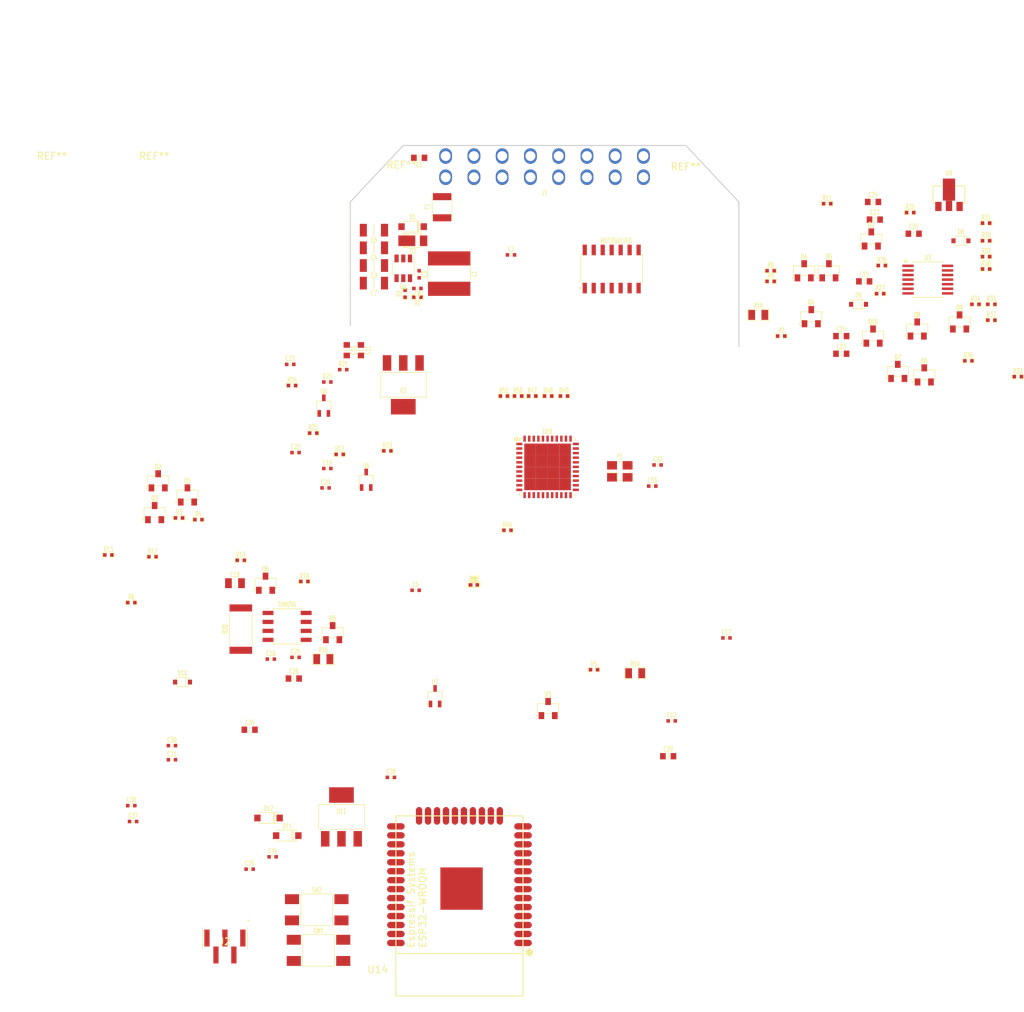
<source format=kicad_pcb>
(kicad_pcb (version 4) (host pcbnew 4.0.6)

  (general
    (links 0)
    (no_connects 325)
    (area 44.979199 16.249199 173.020801 192.199)
    (thickness 1.6)
    (drawings 5)
    (tracks 0)
    (zones 0)
    (modules 136)
    (nets 107)
  )

  (page A4)
  (layers
    (0 F.Cu signal)
    (31 B.Cu signal)
    (33 F.Adhes user)
    (35 F.Paste user)
    (37 F.SilkS user)
    (39 F.Mask user)
    (40 Dwgs.User user)
    (41 Cmts.User user)
    (42 Eco1.User user)
    (43 Eco2.User user)
    (44 Edge.Cuts user)
    (45 Margin user)
    (47 F.CrtYd user)
    (49 F.Fab user)
  )

  (setup
    (last_trace_width 0.1524)
    (user_trace_width 0.1524)
    (user_trace_width 0.25)
    (trace_clearance 0.15)
    (zone_clearance 0.508)
    (zone_45_only no)
    (trace_min 0.1524)
    (segment_width 0.2)
    (edge_width 0.15)
    (via_size 0.6096)
    (via_drill 0.4064)
    (via_min_size 0.6096)
    (via_min_drill 0.4064)
    (uvia_size 0.3)
    (uvia_drill 0.1)
    (uvias_allowed no)
    (uvia_min_size 0.2)
    (uvia_min_drill 0.1)
    (pcb_text_width 0.3)
    (pcb_text_size 1.5 1.5)
    (mod_edge_width 0.15)
    (mod_text_size 1 1)
    (mod_text_width 0.15)
    (pad_size 1.524 1.524)
    (pad_drill 0.762)
    (pad_to_mask_clearance 0.2)
    (aux_axis_origin 0 0)
    (visible_elements FFFFFF7F)
    (pcbplotparams
      (layerselection 0x00030_80000001)
      (usegerberextensions false)
      (excludeedgelayer true)
      (linewidth 0.150000)
      (plotframeref false)
      (viasonmask false)
      (mode 1)
      (useauxorigin false)
      (hpglpennumber 1)
      (hpglpenspeed 20)
      (hpglpendiameter 15)
      (hpglpenoverlay 2)
      (psnegative false)
      (psa4output false)
      (plotreference true)
      (plotvalue true)
      (plotinvisibletext false)
      (padsonsilk false)
      (subtractmaskfromsilk false)
      (outputformat 1)
      (mirror false)
      (drillshape 1)
      (scaleselection 1)
      (outputdirectory ""))
  )

  (net 0 "")
  (net 1 VIN)
  (net 2 GND)
  (net 3 +5V)
  (net 4 "Net-(C3-Pad1)")
  (net 5 "Net-(C3-Pad2)")
  (net 6 DLC)
  (net 7 +3.3V)
  (net 8 "Net-(C8-Pad2)")
  (net 9 /OBD_UART_Interface/ANALOG_IN)
  (net 10 DLC_SW)
  (net 11 +5V_SW)
  (net 12 "Net-(C19-Pad1)")
  (net 13 "Net-(C20-Pad1)")
  (net 14 /SW_CAN)
  (net 15 "Net-(C22-Pad1)")
  (net 16 "Net-(C23-Pad1)")
  (net 17 V_J1850)
  (net 18 "Net-(C28-Pad1)")
  (net 19 "Net-(C29-Pad2)")
  (net 20 "Net-(C32-Pad1)")
  (net 21 "Net-(C33-Pad1)")
  (net 22 /MicroM4/RESET)
  (net 23 DLC_RAW)
  (net 24 /K-LINE)
  (net 25 /L-LINE)
  (net 26 /J1850_BUS+)
  (net 27 /J1850_BUS-)
  (net 28 "Net-(D8-Pad1)")
  (net 29 "Net-(D9-Pad1)")
  (net 30 "Net-(D10-Pad2)")
  (net 31 +5V_USB)
  (net 32 /HS_CAN_N)
  (net 33 "Net-(J1-Pad13)")
  (net 34 "Net-(J1-Pad12)")
  (net 35 /MS_CAN_N)
  (net 36 /MS_CAN_P)
  (net 37 /HS_CAN_P)
  (net 38 "Net-(J1-Pad9)")
  (net 39 "Net-(J1-Pad8)")
  (net 40 /MicroM4/PWR_SAVE)
  (net 41 "Net-(Q1-Pad3)")
  (net 42 "Net-(Q4-Pad1)")
  (net 43 "Net-(Q5-Pad1)")
  (net 44 /CAN_Transceiver/SW_CAN_LOAD)
  (net 45 "Net-(Q6-Pad3)")
  (net 46 /J1850_Transceiver/J1850_BUS+_VH)
  (net 47 "Net-(Q7-Pad3)")
  (net 48 /J1850_Transceiver/J1850_BUS+_TX)
  (net 49 "Net-(Q8-Pad3)")
  (net 50 /J1850_Transceiver/J1850_BUS-_TX)
  (net 51 /ISO_Transceiver/ISO_K_TX)
  (net 52 "Net-(R8-Pad1)")
  (net 53 "Net-(R11-Pad2)")
  (net 54 /ISO_Transceiver/ISO_RX)
  (net 55 /ISO_Transceiver/ISO_L_TX)
  (net 56 /CAN_Transceiver/SW_CAN_RX)
  (net 57 "Net-(R16-Pad1)")
  (net 58 "Net-(R25-Pad1)")
  (net 59 "Net-(R30-Pad2)")
  (net 60 "Net-(R31-Pad2)")
  (net 61 /J1850_Transceiver/PWM_RX)
  (net 62 "Net-(R34-Pad1)")
  (net 63 "Net-(R37-Pad2)")
  (net 64 /J1850_Transceiver/VPW_RX)
  (net 65 /CAN_Transceiver/HS_CAN_TX)
  (net 66 /MicroM4/UART1_RX)
  (net 67 /CAN_Transceiver/HS_CAN_RX)
  (net 68 "Net-(R46-Pad2)")
  (net 69 /CAN_Transceiver/MS_CAN_RX)
  (net 70 /CAN_Transceiver/MS_CAN_TX)
  (net 71 /CAN_Transceiver/SW_CAN_MODE0)
  (net 72 /CAN_Transceiver/SW_CAN_MODE1)
  (net 73 /CAN_Transceiver/SW_CAN_TX)
  (net 74 /MicroM4/UART0_RX)
  (net 75 "Net-(SW2-Pad1)")
  (net 76 "Net-(U1-Pad5)")
  (net 77 /MicroM4/STN_SLEEP)
  (net 78 /MicroM4/STN_RESET)
  (net 79 "Net-(U10-Pad14)")
  (net 80 "Net-(U10-Pad13)")
  (net 81 /MicroM4/UART1_TX)
  (net 82 "Net-(U14-Pad37)")
  (net 83 "Net-(U14-Pad36)")
  (net 84 /MicroM4/UART0_TX)
  (net 85 "Net-(U14-Pad33)")
  (net 86 "Net-(U14-Pad32)")
  (net 87 "Net-(U14-Pad31)")
  (net 88 "Net-(U14-Pad30)")
  (net 89 "Net-(U14-Pad29)")
  (net 90 "Net-(U14-Pad28)")
  (net 91 "Net-(U14-Pad27)")
  (net 92 "Net-(U14-Pad26)")
  (net 93 "Net-(U14-Pad23)")
  (net 94 "Net-(U14-Pad22)")
  (net 95 "Net-(U14-Pad21)")
  (net 96 "Net-(U14-Pad20)")
  (net 97 "Net-(U14-Pad19)")
  (net 98 "Net-(U14-Pad16)")
  (net 99 "Net-(U14-Pad13)")
  (net 100 "Net-(U14-Pad12)")
  (net 101 "Net-(U14-Pad11)")
  (net 102 "Net-(U14-Pad7)")
  (net 103 "Net-(U14-Pad6)")
  (net 104 "Net-(U14-Pad5)")
  (net 105 "Net-(U14-Pad4)")
  (net 106 "Net-(C34-Pad1)")

  (net_class Default "This is the default net class."
    (clearance 0.15)
    (trace_width 0.1524)
    (via_dia 0.6096)
    (via_drill 0.4064)
    (uvia_dia 0.3)
    (uvia_drill 0.1)
    (add_net +3.3V)
    (add_net +5V)
    (add_net +5V_SW)
    (add_net +5V_USB)
    (add_net /CAN_Transceiver/HS_CAN_RX)
    (add_net /CAN_Transceiver/HS_CAN_TX)
    (add_net /CAN_Transceiver/MS_CAN_RX)
    (add_net /CAN_Transceiver/MS_CAN_TX)
    (add_net /CAN_Transceiver/SW_CAN_LOAD)
    (add_net /CAN_Transceiver/SW_CAN_MODE0)
    (add_net /CAN_Transceiver/SW_CAN_MODE1)
    (add_net /CAN_Transceiver/SW_CAN_RX)
    (add_net /CAN_Transceiver/SW_CAN_TX)
    (add_net /HS_CAN_N)
    (add_net /HS_CAN_P)
    (add_net /ISO_Transceiver/ISO_K_TX)
    (add_net /ISO_Transceiver/ISO_L_TX)
    (add_net /ISO_Transceiver/ISO_RX)
    (add_net /J1850_BUS+)
    (add_net /J1850_BUS-)
    (add_net /J1850_Transceiver/J1850_BUS+_TX)
    (add_net /J1850_Transceiver/J1850_BUS+_VH)
    (add_net /J1850_Transceiver/J1850_BUS-_TX)
    (add_net /J1850_Transceiver/PWM_RX)
    (add_net /J1850_Transceiver/VPW_RX)
    (add_net /K-LINE)
    (add_net /L-LINE)
    (add_net /MS_CAN_N)
    (add_net /MS_CAN_P)
    (add_net /MicroM4/PWR_SAVE)
    (add_net /MicroM4/RESET)
    (add_net /MicroM4/STN_RESET)
    (add_net /MicroM4/STN_SLEEP)
    (add_net /MicroM4/UART0_RX)
    (add_net /MicroM4/UART0_TX)
    (add_net /MicroM4/UART1_RX)
    (add_net /MicroM4/UART1_TX)
    (add_net /OBD_UART_Interface/ANALOG_IN)
    (add_net /SW_CAN)
    (add_net DLC)
    (add_net DLC_RAW)
    (add_net DLC_SW)
    (add_net GND)
    (add_net "Net-(C19-Pad1)")
    (add_net "Net-(C20-Pad1)")
    (add_net "Net-(C22-Pad1)")
    (add_net "Net-(C23-Pad1)")
    (add_net "Net-(C28-Pad1)")
    (add_net "Net-(C29-Pad2)")
    (add_net "Net-(C3-Pad1)")
    (add_net "Net-(C3-Pad2)")
    (add_net "Net-(C32-Pad1)")
    (add_net "Net-(C33-Pad1)")
    (add_net "Net-(C34-Pad1)")
    (add_net "Net-(C8-Pad2)")
    (add_net "Net-(D10-Pad2)")
    (add_net "Net-(D8-Pad1)")
    (add_net "Net-(D9-Pad1)")
    (add_net "Net-(J1-Pad12)")
    (add_net "Net-(J1-Pad13)")
    (add_net "Net-(J1-Pad8)")
    (add_net "Net-(J1-Pad9)")
    (add_net "Net-(Q1-Pad3)")
    (add_net "Net-(Q4-Pad1)")
    (add_net "Net-(Q5-Pad1)")
    (add_net "Net-(Q6-Pad3)")
    (add_net "Net-(Q7-Pad3)")
    (add_net "Net-(Q8-Pad3)")
    (add_net "Net-(R11-Pad2)")
    (add_net "Net-(R16-Pad1)")
    (add_net "Net-(R25-Pad1)")
    (add_net "Net-(R30-Pad2)")
    (add_net "Net-(R31-Pad2)")
    (add_net "Net-(R34-Pad1)")
    (add_net "Net-(R37-Pad2)")
    (add_net "Net-(R46-Pad2)")
    (add_net "Net-(R8-Pad1)")
    (add_net "Net-(SW2-Pad1)")
    (add_net "Net-(U1-Pad5)")
    (add_net "Net-(U10-Pad13)")
    (add_net "Net-(U10-Pad14)")
    (add_net "Net-(U14-Pad11)")
    (add_net "Net-(U14-Pad12)")
    (add_net "Net-(U14-Pad13)")
    (add_net "Net-(U14-Pad16)")
    (add_net "Net-(U14-Pad19)")
    (add_net "Net-(U14-Pad20)")
    (add_net "Net-(U14-Pad21)")
    (add_net "Net-(U14-Pad22)")
    (add_net "Net-(U14-Pad23)")
    (add_net "Net-(U14-Pad26)")
    (add_net "Net-(U14-Pad27)")
    (add_net "Net-(U14-Pad28)")
    (add_net "Net-(U14-Pad29)")
    (add_net "Net-(U14-Pad30)")
    (add_net "Net-(U14-Pad31)")
    (add_net "Net-(U14-Pad32)")
    (add_net "Net-(U14-Pad33)")
    (add_net "Net-(U14-Pad36)")
    (add_net "Net-(U14-Pad37)")
    (add_net "Net-(U14-Pad4)")
    (add_net "Net-(U14-Pad5)")
    (add_net "Net-(U14-Pad6)")
    (add_net "Net-(U14-Pad7)")
    (add_net VIN)
    (add_net V_J1850)
  )

  (module chip_rlc:c_0603 (layer F.Cu) (tedit 56DDD8FB) (tstamp 5BC8A521)
    (at 87.25 38.75 180)
    (path /582F2211/5835BB57)
    (fp_text reference C1 (at 0 -1 180) (layer F.SilkS)
      (effects (font (size 0.7112 0.4572) (thickness 0.1016)))
    )
    (fp_text value 10nF (at 0 -1 180) (layer F.Fab) hide
      (effects (font (size 0.7112 0.4572) (thickness 0.1016)))
    )
    (fp_line (start 0 -0.425) (end 0 0.425) (layer F.SilkS) (width 0.1016))
    (pad 1 smd rect (at -0.75 0 180) (size 0.8 0.9) (layers F.Cu F.Paste F.Mask)
      (net 1 VIN))
    (pad 2 smd rect (at 0.75 0 180) (size 0.8 0.9) (layers F.Cu F.Paste F.Mask)
      (net 2 GND))
    (model footprints/chip_rlc.3dshapes/c_0603.wrl
      (at (xyz 0 0 0))
      (scale (xyz 1 1 1))
      (rotate (xyz 0 0 0))
    )
  )

  (module chip_rlc:c_0402 (layer F.Cu) (tedit 56DDD793) (tstamp 5BC8A527)
    (at 100.25 52.5)
    (path /582F2211/58F80648)
    (fp_text reference C2 (at 0 -0.8) (layer F.SilkS)
      (effects (font (size 0.7112 0.4572) (thickness 0.1016)))
    )
    (fp_text value 0.1uF (at 0 -0.8) (layer F.Fab) hide
      (effects (font (size 0.7112 0.4572) (thickness 0.1016)))
    )
    (fp_line (start 0 -0.25) (end 0 0.25) (layer F.SilkS) (width 0.1016))
    (pad 1 smd rect (at -0.5 0) (size 0.5 0.5) (layers F.Cu F.Paste F.Mask)
      (net 3 +5V))
    (pad 2 smd rect (at 0.5 0) (size 0.5 0.5) (layers F.Cu F.Paste F.Mask)
      (net 2 GND))
    (model footprints/chip_rlc.3dshapes/c_0402.wrl
      (at (xyz 0 0 0))
      (scale (xyz 0.625 0.625 0.625))
      (rotate (xyz 0 0 0))
    )
  )

  (module chip_rlc:c_0402 (layer F.Cu) (tedit 56DDD793) (tstamp 5BC8A52D)
    (at 87.25 55.25 270)
    (path /582F2211/588025EB)
    (fp_text reference C3 (at 0 -0.8 270) (layer F.SilkS)
      (effects (font (size 0.7112 0.4572) (thickness 0.1016)))
    )
    (fp_text value 0.1uF (at 0 -0.8 270) (layer F.Fab) hide
      (effects (font (size 0.7112 0.4572) (thickness 0.1016)))
    )
    (fp_line (start 0 -0.25) (end 0 0.25) (layer F.SilkS) (width 0.1016))
    (pad 1 smd rect (at -0.5 0 270) (size 0.5 0.5) (layers F.Cu F.Paste F.Mask)
      (net 4 "Net-(C3-Pad1)"))
    (pad 2 smd rect (at 0.5 0 270) (size 0.5 0.5) (layers F.Cu F.Paste F.Mask)
      (net 5 "Net-(C3-Pad2)"))
    (model footprints/chip_rlc.3dshapes/c_0402.wrl
      (at (xyz 0 0 0))
      (scale (xyz 0.625 0.625 0.625))
      (rotate (xyz 0 0 0))
    )
  )

  (module chip_rlc:c_1206 (layer F.Cu) (tedit 56DDDFF4) (tstamp 5BC8A533)
    (at 80.844666 51.5 180)
    (path /582F2211/5835BBD5)
    (fp_text reference C4 (at 0 -1.4 180) (layer F.SilkS)
      (effects (font (size 0.7112 0.4572) (thickness 0.1016)))
    )
    (fp_text value 47uF (at 0 -1.4 180) (layer F.Fab) hide
      (effects (font (size 0.7112 0.4572) (thickness 0.1016)))
    )
    (fp_line (start 0 -0.8) (end 0 0.8) (layer F.SilkS) (width 0.1016))
    (pad 1 smd rect (at -1.5 0 180) (size 1 1.8) (layers F.Cu F.Paste F.Mask)
      (net 6 DLC))
    (pad 2 smd rect (at 1.5 0 180) (size 1 1.8) (layers F.Cu F.Paste F.Mask)
      (net 2 GND))
    (model footprints/chip_rlc.3dshapes/c_1206.wrl
      (at (xyz 0 0 0))
      (scale (xyz 2 2 2))
      (rotate (xyz 0 0 0))
    )
  )

  (module chip_rlc:c_0402 (layer F.Cu) (tedit 56DDD793) (tstamp 5BC8A539)
    (at 86.75 100)
    (path /582F2211/58F85AE2)
    (fp_text reference C5 (at 0 -0.8) (layer F.SilkS)
      (effects (font (size 0.7112 0.4572) (thickness 0.1016)))
    )
    (fp_text value 1uF (at 0 -0.8) (layer F.Fab) hide
      (effects (font (size 0.7112 0.4572) (thickness 0.1016)))
    )
    (fp_line (start 0 -0.25) (end 0 0.25) (layer F.SilkS) (width 0.1016))
    (pad 1 smd rect (at -0.5 0) (size 0.5 0.5) (layers F.Cu F.Paste F.Mask)
      (net 7 +3.3V))
    (pad 2 smd rect (at 0.5 0) (size 0.5 0.5) (layers F.Cu F.Paste F.Mask)
      (net 2 GND))
    (model footprints/chip_rlc.3dshapes/c_0402.wrl
      (at (xyz 0 0 0))
      (scale (xyz 0.625 0.625 0.625))
      (rotate (xyz 0 0 0))
    )
  )

  (module chip_rlc:c_1206 (layer F.Cu) (tedit 56DDDFF4) (tstamp 5BC8A53F)
    (at 80.844666 49 180)
    (path /582F2211/58F7FBBA)
    (fp_text reference C6 (at 0 -1.4 180) (layer F.SilkS)
      (effects (font (size 0.7112 0.4572) (thickness 0.1016)))
    )
    (fp_text value 47uF (at 0 -1.4 180) (layer F.Fab) hide
      (effects (font (size 0.7112 0.4572) (thickness 0.1016)))
    )
    (fp_line (start 0 -0.8) (end 0 0.8) (layer F.SilkS) (width 0.1016))
    (pad 1 smd rect (at -1.5 0 180) (size 1 1.8) (layers F.Cu F.Paste F.Mask)
      (net 6 DLC))
    (pad 2 smd rect (at 1.5 0 180) (size 1 1.8) (layers F.Cu F.Paste F.Mask)
      (net 2 GND))
    (model footprints/chip_rlc.3dshapes/c_1206.wrl
      (at (xyz 0 0 0))
      (scale (xyz 2 2 2))
      (rotate (xyz 0 0 0))
    )
  )

  (module chip_rlc:c_1206 (layer F.Cu) (tedit 56DDDFF4) (tstamp 5BC8A545)
    (at 80.844666 56.5 180)
    (path /582F2211/58F7FBFE)
    (fp_text reference C7 (at 0 -1.4 180) (layer F.SilkS)
      (effects (font (size 0.7112 0.4572) (thickness 0.1016)))
    )
    (fp_text value 47uF (at 0 -1.4 180) (layer F.Fab) hide
      (effects (font (size 0.7112 0.4572) (thickness 0.1016)))
    )
    (fp_line (start 0 -0.8) (end 0 0.8) (layer F.SilkS) (width 0.1016))
    (pad 1 smd rect (at -1.5 0 180) (size 1 1.8) (layers F.Cu F.Paste F.Mask)
      (net 6 DLC))
    (pad 2 smd rect (at 1.5 0 180) (size 1 1.8) (layers F.Cu F.Paste F.Mask)
      (net 2 GND))
    (model footprints/chip_rlc.3dshapes/c_1206.wrl
      (at (xyz 0 0 0))
      (scale (xyz 2 2 2))
      (rotate (xyz 0 0 0))
    )
  )

  (module chip_rlc:c_0402 (layer F.Cu) (tedit 56DDD793) (tstamp 5BC8A54B)
    (at 87 57.25 180)
    (path /582F2211/5835CACB)
    (fp_text reference C8 (at 0 -0.8 180) (layer F.SilkS)
      (effects (font (size 0.7112 0.4572) (thickness 0.1016)))
    )
    (fp_text value 62pF (at 0 -0.8 180) (layer F.Fab) hide
      (effects (font (size 0.7112 0.4572) (thickness 0.1016)))
    )
    (fp_line (start 0 -0.25) (end 0 0.25) (layer F.SilkS) (width 0.1016))
    (pad 1 smd rect (at -0.5 0 180) (size 0.5 0.5) (layers F.Cu F.Paste F.Mask)
      (net 3 +5V))
    (pad 2 smd rect (at 0.5 0 180) (size 0.5 0.5) (layers F.Cu F.Paste F.Mask)
      (net 8 "Net-(C8-Pad2)"))
    (model footprints/chip_rlc.3dshapes/c_0402.wrl
      (at (xyz 0 0 0))
      (scale (xyz 0.625 0.625 0.625))
      (rotate (xyz 0 0 0))
    )
  )

  (module chip_rlc:c_1206 (layer F.Cu) (tedit 56DDDFF4) (tstamp 5BC8A551)
    (at 80.844666 54 180)
    (path /582F2211/58F7FC44)
    (fp_text reference C9 (at 0 -1.4 180) (layer F.SilkS)
      (effects (font (size 0.7112 0.4572) (thickness 0.1016)))
    )
    (fp_text value 47uF (at 0 -1.4 180) (layer F.Fab) hide
      (effects (font (size 0.7112 0.4572) (thickness 0.1016)))
    )
    (fp_line (start 0 -0.8) (end 0 0.8) (layer F.SilkS) (width 0.1016))
    (pad 1 smd rect (at -1.5 0 180) (size 1 1.8) (layers F.Cu F.Paste F.Mask)
      (net 6 DLC))
    (pad 2 smd rect (at 1.5 0 180) (size 1 1.8) (layers F.Cu F.Paste F.Mask)
      (net 2 GND))
    (model footprints/chip_rlc.3dshapes/c_1206.wrl
      (at (xyz 0 0 0))
      (scale (xyz 2 2 2))
      (rotate (xyz 0 0 0))
    )
  )

  (module chip_rlc:c_0603 (layer F.Cu) (tedit 56DDD8FB) (tstamp 5BC8A557)
    (at 77 66 270)
    (path /582F2211/589356C6)
    (fp_text reference C10 (at 0 -1 270) (layer F.SilkS)
      (effects (font (size 0.7112 0.4572) (thickness 0.1016)))
    )
    (fp_text value 10uF (at 0 -1 270) (layer F.Fab) hide
      (effects (font (size 0.7112 0.4572) (thickness 0.1016)))
    )
    (fp_line (start 0 -0.425) (end 0 0.425) (layer F.SilkS) (width 0.1016))
    (pad 1 smd rect (at -0.75 0 270) (size 0.8 0.9) (layers F.Cu F.Paste F.Mask)
      (net 3 +5V))
    (pad 2 smd rect (at 0.75 0 270) (size 0.8 0.9) (layers F.Cu F.Paste F.Mask)
      (net 2 GND))
    (model footprints/chip_rlc.3dshapes/c_0603.wrl
      (at (xyz 0 0 0))
      (scale (xyz 1 1 1))
      (rotate (xyz 0 0 0))
    )
  )

  (module chip_rlc:c_0603 (layer F.Cu) (tedit 56DDD8FB) (tstamp 5BC8A55D)
    (at 79 66 270)
    (path /582F2211/58F81C6B)
    (fp_text reference C11 (at 0 -1 270) (layer F.SilkS)
      (effects (font (size 0.7112 0.4572) (thickness 0.1016)))
    )
    (fp_text value 10uF (at 0 -1 270) (layer F.Fab) hide
      (effects (font (size 0.7112 0.4572) (thickness 0.1016)))
    )
    (fp_line (start 0 -0.425) (end 0 0.425) (layer F.SilkS) (width 0.1016))
    (pad 1 smd rect (at -0.75 0 270) (size 0.8 0.9) (layers F.Cu F.Paste F.Mask)
      (net 3 +5V))
    (pad 2 smd rect (at 0.75 0 270) (size 0.8 0.9) (layers F.Cu F.Paste F.Mask)
      (net 2 GND))
    (model footprints/chip_rlc.3dshapes/c_0603.wrl
      (at (xyz 0 0 0))
      (scale (xyz 1 1 1))
      (rotate (xyz 0 0 0))
    )
  )

  (module chip_rlc:c_0402 (layer F.Cu) (tedit 56DDD793) (tstamp 5BC8A563)
    (at 123 118.5)
    (path /582F21C5/58F8BB88)
    (fp_text reference C12 (at 0 -0.8) (layer F.SilkS)
      (effects (font (size 0.7112 0.4572) (thickness 0.1016)))
    )
    (fp_text value 0.1uF (at 0 -0.8) (layer F.Fab) hide
      (effects (font (size 0.7112 0.4572) (thickness 0.1016)))
    )
    (fp_line (start 0 -0.25) (end 0 0.25) (layer F.SilkS) (width 0.1016))
    (pad 1 smd rect (at -0.5 0) (size 0.5 0.5) (layers F.Cu F.Paste F.Mask)
      (net 9 /OBD_UART_Interface/ANALOG_IN))
    (pad 2 smd rect (at 0.5 0) (size 0.5 0.5) (layers F.Cu F.Paste F.Mask)
      (net 2 GND))
    (model footprints/chip_rlc.3dshapes/c_0402.wrl
      (at (xyz 0 0 0))
      (scale (xyz 0.625 0.625 0.625))
      (rotate (xyz 0 0 0))
    )
  )

  (module chip_rlc:c_0603 (layer F.Cu) (tedit 56DDD8FB) (tstamp 5BC8A569)
    (at 147 66.5)
    (path /582F225F/58FB6CF6)
    (fp_text reference C13 (at 0 -1) (layer F.SilkS)
      (effects (font (size 0.7112 0.4572) (thickness 0.1016)))
    )
    (fp_text value "0.1uF x 25V" (at 0 -1) (layer F.Fab) hide
      (effects (font (size 0.7112 0.4572) (thickness 0.1016)))
    )
    (fp_line (start 0 -0.425) (end 0 0.425) (layer F.SilkS) (width 0.1016))
    (pad 1 smd rect (at -0.75 0) (size 0.8 0.9) (layers F.Cu F.Paste F.Mask)
      (net 6 DLC))
    (pad 2 smd rect (at 0.75 0) (size 0.8 0.9) (layers F.Cu F.Paste F.Mask)
      (net 2 GND))
    (model footprints/chip_rlc.3dshapes/c_0603.wrl
      (at (xyz 0 0 0))
      (scale (xyz 1 1 1))
      (rotate (xyz 0 0 0))
    )
  )

  (module chip_rlc:c_0603 (layer F.Cu) (tedit 56DDD8FB) (tstamp 5BC8A56F)
    (at 147 64)
    (path /582F225F/59003DDE)
    (fp_text reference C14 (at 0 -1) (layer F.SilkS)
      (effects (font (size 0.7112 0.4572) (thickness 0.1016)))
    )
    (fp_text value "0.1uF x 25V" (at 0 -1) (layer F.Fab) hide
      (effects (font (size 0.7112 0.4572) (thickness 0.1016)))
    )
    (fp_line (start 0 -0.425) (end 0 0.425) (layer F.SilkS) (width 0.1016))
    (pad 1 smd rect (at -0.75 0) (size 0.8 0.9) (layers F.Cu F.Paste F.Mask)
      (net 6 DLC))
    (pad 2 smd rect (at 0.75 0) (size 0.8 0.9) (layers F.Cu F.Paste F.Mask)
      (net 2 GND))
    (model footprints/chip_rlc.3dshapes/c_0603.wrl
      (at (xyz 0 0 0))
      (scale (xyz 1 1 1))
      (rotate (xyz 0 0 0))
    )
  )

  (module chip_rlc:c_0603 (layer F.Cu) (tedit 56DDD8FB) (tstamp 5BC8A575)
    (at 150.25 56.25)
    (path /582F225F/58FB71A2)
    (fp_text reference C15 (at 0 -1) (layer F.SilkS)
      (effects (font (size 0.7112 0.4572) (thickness 0.1016)))
    )
    (fp_text value "0.1uF x 25V" (at 0 -1) (layer F.Fab) hide
      (effects (font (size 0.7112 0.4572) (thickness 0.1016)))
    )
    (fp_line (start 0 -0.425) (end 0 0.425) (layer F.SilkS) (width 0.1016))
    (pad 1 smd rect (at -0.75 0) (size 0.8 0.9) (layers F.Cu F.Paste F.Mask)
      (net 10 DLC_SW))
    (pad 2 smd rect (at 0.75 0) (size 0.8 0.9) (layers F.Cu F.Paste F.Mask)
      (net 2 GND))
    (model footprints/chip_rlc.3dshapes/c_0603.wrl
      (at (xyz 0 0 0))
      (scale (xyz 1 1 1))
      (rotate (xyz 0 0 0))
    )
  )

  (module chip_rlc:c_0402 (layer F.Cu) (tedit 56DDD793) (tstamp 5BC8A57B)
    (at 66.25 109.75)
    (path /582F23A6/58FDBFE9)
    (fp_text reference C16 (at 0 -0.8) (layer F.SilkS)
      (effects (font (size 0.7112 0.4572) (thickness 0.1016)))
    )
    (fp_text value 0.1uF (at 0 -0.8) (layer F.Fab) hide
      (effects (font (size 0.7112 0.4572) (thickness 0.1016)))
    )
    (fp_line (start 0 -0.25) (end 0 0.25) (layer F.SilkS) (width 0.1016))
    (pad 1 smd rect (at -0.5 0) (size 0.5 0.5) (layers F.Cu F.Paste F.Mask)
      (net 2 GND))
    (pad 2 smd rect (at 0.5 0) (size 0.5 0.5) (layers F.Cu F.Paste F.Mask)
      (net 11 +5V_SW))
    (model footprints/chip_rlc.3dshapes/c_0402.wrl
      (at (xyz 0 0 0))
      (scale (xyz 0.625 0.625 0.625))
      (rotate (xyz 0 0 0))
    )
  )

  (module chip_rlc:c_0402 (layer F.Cu) (tedit 56DDD793) (tstamp 5BC8A581)
    (at 130.75 106.75)
    (path /582F23A6/58FDC125)
    (fp_text reference C17 (at 0 -0.8) (layer F.SilkS)
      (effects (font (size 0.7112 0.4572) (thickness 0.1016)))
    )
    (fp_text value 0.1uF (at 0 -0.8) (layer F.Fab) hide
      (effects (font (size 0.7112 0.4572) (thickness 0.1016)))
    )
    (fp_line (start 0 -0.25) (end 0 0.25) (layer F.SilkS) (width 0.1016))
    (pad 1 smd rect (at -0.5 0) (size 0.5 0.5) (layers F.Cu F.Paste F.Mask)
      (net 2 GND))
    (pad 2 smd rect (at 0.5 0) (size 0.5 0.5) (layers F.Cu F.Paste F.Mask)
      (net 11 +5V_SW))
    (model footprints/chip_rlc.3dshapes/c_0402.wrl
      (at (xyz 0 0 0))
      (scale (xyz 0.625 0.625 0.625))
      (rotate (xyz 0 0 0))
    )
  )

  (module chip_rlc:c_0805 (layer F.Cu) (tedit 56DDDAF8) (tstamp 5BC8A587)
    (at 61.175 99)
    (path /582F23A6/58FE50CB)
    (fp_text reference C18 (at 0 -1.2) (layer F.SilkS)
      (effects (font (size 0.7112 0.4572) (thickness 0.1016)))
    )
    (fp_text value "10uF 25V" (at 0 -1.2) (layer F.Fab) hide
      (effects (font (size 0.7112 0.4572) (thickness 0.1016)))
    )
    (fp_line (start 0 -0.6) (end 0 0.6) (layer F.SilkS) (width 0.1016))
    (pad 1 smd rect (at -0.925 0) (size 0.95 1.4) (layers F.Cu F.Paste F.Mask)
      (net 6 DLC))
    (pad 2 smd rect (at 0.925 0) (size 0.95 1.4) (layers F.Cu F.Paste F.Mask)
      (net 2 GND))
    (model footprints/chip_rlc.3dshapes/c_0805.wrl
      (at (xyz 0 0 0))
      (scale (xyz 1.25 1.25 1.25))
      (rotate (xyz 0 0 0))
    )
  )

  (module chip_rlc:c_0402 (layer F.Cu) (tedit 56DDD793) (tstamp 5BC8A58D)
    (at 74.25 82.75)
    (path /582F23A6/58FD3B6F)
    (fp_text reference C19 (at 0 -0.8) (layer F.SilkS)
      (effects (font (size 0.7112 0.4572) (thickness 0.1016)))
    )
    (fp_text value "560 pF" (at 0 -0.8) (layer F.Fab) hide
      (effects (font (size 0.7112 0.4572) (thickness 0.1016)))
    )
    (fp_line (start 0 -0.25) (end 0 0.25) (layer F.SilkS) (width 0.1016))
    (pad 1 smd rect (at -0.5 0) (size 0.5 0.5) (layers F.Cu F.Paste F.Mask)
      (net 12 "Net-(C19-Pad1)"))
    (pad 2 smd rect (at 0.5 0) (size 0.5 0.5) (layers F.Cu F.Paste F.Mask)
      (net 2 GND))
    (model footprints/chip_rlc.3dshapes/c_0402.wrl
      (at (xyz 0 0 0))
      (scale (xyz 0.625 0.625 0.625))
      (rotate (xyz 0 0 0))
    )
  )

  (module chip_rlc:c_0402 (layer F.Cu) (tedit 56DDD793) (tstamp 5BC8A593)
    (at 74 85.5)
    (path /582F23A6/58FD3FB1)
    (fp_text reference C20 (at 0 -0.8) (layer F.SilkS)
      (effects (font (size 0.7112 0.4572) (thickness 0.1016)))
    )
    (fp_text value "560 pF" (at 0 -0.8) (layer F.Fab) hide
      (effects (font (size 0.7112 0.4572) (thickness 0.1016)))
    )
    (fp_line (start 0 -0.25) (end 0 0.25) (layer F.SilkS) (width 0.1016))
    (pad 1 smd rect (at -0.5 0) (size 0.5 0.5) (layers F.Cu F.Paste F.Mask)
      (net 13 "Net-(C20-Pad1)"))
    (pad 2 smd rect (at 0.5 0) (size 0.5 0.5) (layers F.Cu F.Paste F.Mask)
      (net 2 GND))
    (model footprints/chip_rlc.3dshapes/c_0402.wrl
      (at (xyz 0 0 0))
      (scale (xyz 0.625 0.625 0.625))
      (rotate (xyz 0 0 0))
    )
  )

  (module chip_rlc:c_0402 (layer F.Cu) (tedit 56DDD793) (tstamp 5BC8A599)
    (at 69.75 109.5)
    (path /582F23A6/58FEA778)
    (fp_text reference C21 (at 0 -0.8) (layer F.SilkS)
      (effects (font (size 0.7112 0.4572) (thickness 0.1016)))
    )
    (fp_text value "150 pF" (at 0 -0.8) (layer F.Fab) hide
      (effects (font (size 0.7112 0.4572) (thickness 0.1016)))
    )
    (fp_line (start 0 -0.25) (end 0 0.25) (layer F.SilkS) (width 0.1016))
    (pad 1 smd rect (at -0.5 0) (size 0.5 0.5) (layers F.Cu F.Paste F.Mask)
      (net 14 /SW_CAN))
    (pad 2 smd rect (at 0.5 0) (size 0.5 0.5) (layers F.Cu F.Paste F.Mask)
      (net 2 GND))
    (model footprints/chip_rlc.3dshapes/c_0402.wrl
      (at (xyz 0 0 0))
      (scale (xyz 0.625 0.625 0.625))
      (rotate (xyz 0 0 0))
    )
  )

  (module chip_rlc:c_0402 (layer F.Cu) (tedit 56DDD793) (tstamp 5BC8A59F)
    (at 69.75 80.5)
    (path /582F23A6/58FD424E)
    (fp_text reference C22 (at 0 -0.8) (layer F.SilkS)
      (effects (font (size 0.7112 0.4572) (thickness 0.1016)))
    )
    (fp_text value "560 pF" (at 0 -0.8) (layer F.Fab) hide
      (effects (font (size 0.7112 0.4572) (thickness 0.1016)))
    )
    (fp_line (start 0 -0.25) (end 0 0.25) (layer F.SilkS) (width 0.1016))
    (pad 1 smd rect (at -0.5 0) (size 0.5 0.5) (layers F.Cu F.Paste F.Mask)
      (net 15 "Net-(C22-Pad1)"))
    (pad 2 smd rect (at 0.5 0) (size 0.5 0.5) (layers F.Cu F.Paste F.Mask)
      (net 2 GND))
    (model footprints/chip_rlc.3dshapes/c_0402.wrl
      (at (xyz 0 0 0))
      (scale (xyz 0.625 0.625 0.625))
      (rotate (xyz 0 0 0))
    )
  )

  (module chip_rlc:c_0402 (layer F.Cu) (tedit 56DDD793) (tstamp 5BC8A5A5)
    (at 69 68)
    (path /582F23A6/58FD4262)
    (fp_text reference C23 (at 0 -0.8) (layer F.SilkS)
      (effects (font (size 0.7112 0.4572) (thickness 0.1016)))
    )
    (fp_text value "560 pF" (at 0 -0.8) (layer F.Fab) hide
      (effects (font (size 0.7112 0.4572) (thickness 0.1016)))
    )
    (fp_line (start 0 -0.25) (end 0 0.25) (layer F.SilkS) (width 0.1016))
    (pad 1 smd rect (at -0.5 0) (size 0.5 0.5) (layers F.Cu F.Paste F.Mask)
      (net 16 "Net-(C23-Pad1)"))
    (pad 2 smd rect (at 0.5 0) (size 0.5 0.5) (layers F.Cu F.Paste F.Mask)
      (net 2 GND))
    (model footprints/chip_rlc.3dshapes/c_0402.wrl
      (at (xyz 0 0 0))
      (scale (xyz 0.625 0.625 0.625))
      (rotate (xyz 0 0 0))
    )
  )

  (module chip_rlc:c_0603 (layer F.Cu) (tedit 56DDD8FB) (tstamp 5BC8A5AB)
    (at 151.5 45)
    (path /582F23CD/58FFFF1B)
    (fp_text reference C24 (at 0 -1) (layer F.SilkS)
      (effects (font (size 0.7112 0.4572) (thickness 0.1016)))
    )
    (fp_text value "0.1uF x 25V" (at 0 -1) (layer F.Fab) hide
      (effects (font (size 0.7112 0.4572) (thickness 0.1016)))
    )
    (fp_line (start 0 -0.425) (end 0 0.425) (layer F.SilkS) (width 0.1016))
    (pad 1 smd rect (at -0.75 0) (size 0.8 0.9) (layers F.Cu F.Paste F.Mask)
      (net 6 DLC))
    (pad 2 smd rect (at 0.75 0) (size 0.8 0.9) (layers F.Cu F.Paste F.Mask)
      (net 2 GND))
    (model footprints/chip_rlc.3dshapes/c_0603.wrl
      (at (xyz 0 0 0))
      (scale (xyz 1 1 1))
      (rotate (xyz 0 0 0))
    )
  )

  (module chip_rlc:c_0603 (layer F.Cu) (tedit 56DDD8FB) (tstamp 5BC8A5B1)
    (at 157.25 49.5)
    (path /582F23CD/58FF9848)
    (fp_text reference C25 (at 0 -1) (layer F.SilkS)
      (effects (font (size 0.7112 0.4572) (thickness 0.1016)))
    )
    (fp_text value "0.1uF x 25V" (at 0 -1) (layer F.Fab) hide
      (effects (font (size 0.7112 0.4572) (thickness 0.1016)))
    )
    (fp_line (start 0 -0.425) (end 0 0.425) (layer F.SilkS) (width 0.1016))
    (pad 1 smd rect (at -0.75 0) (size 0.8 0.9) (layers F.Cu F.Paste F.Mask)
      (net 10 DLC_SW))
    (pad 2 smd rect (at 0.75 0) (size 0.8 0.9) (layers F.Cu F.Paste F.Mask)
      (net 2 GND))
    (model footprints/chip_rlc.3dshapes/c_0603.wrl
      (at (xyz 0 0 0))
      (scale (xyz 1 1 1))
      (rotate (xyz 0 0 0))
    )
  )

  (module chip_rlc:c_0603 (layer F.Cu) (tedit 56DDD8FB) (tstamp 5BC8A5B7)
    (at 69.5 112.5)
    (path /582F23CD/59002AA8)
    (fp_text reference C26 (at 0 -1) (layer F.SilkS)
      (effects (font (size 0.7112 0.4572) (thickness 0.1016)))
    )
    (fp_text value "0.1uF x 25V" (at 0 -1) (layer F.Fab) hide
      (effects (font (size 0.7112 0.4572) (thickness 0.1016)))
    )
    (fp_line (start 0 -0.425) (end 0 0.425) (layer F.SilkS) (width 0.1016))
    (pad 1 smd rect (at -0.75 0) (size 0.8 0.9) (layers F.Cu F.Paste F.Mask)
      (net 6 DLC))
    (pad 2 smd rect (at 0.75 0) (size 0.8 0.9) (layers F.Cu F.Paste F.Mask)
      (net 2 GND))
    (model footprints/chip_rlc.3dshapes/c_0603.wrl
      (at (xyz 0 0 0))
      (scale (xyz 1 1 1))
      (rotate (xyz 0 0 0))
    )
  )

  (module chip_rlc:c_0603 (layer F.Cu) (tedit 56DDD8FB) (tstamp 5BC8A5BD)
    (at 151.75 47.5)
    (path /582F23CD/58FD532B)
    (fp_text reference C27 (at 0 -1) (layer F.SilkS)
      (effects (font (size 0.7112 0.4572) (thickness 0.1016)))
    )
    (fp_text value "0.1uF x 25V" (at 0 -1) (layer F.Fab) hide
      (effects (font (size 0.7112 0.4572) (thickness 0.1016)))
    )
    (fp_line (start 0 -0.425) (end 0 0.425) (layer F.SilkS) (width 0.1016))
    (pad 1 smd rect (at -0.75 0) (size 0.8 0.9) (layers F.Cu F.Paste F.Mask)
      (net 17 V_J1850))
    (pad 2 smd rect (at 0.75 0) (size 0.8 0.9) (layers F.Cu F.Paste F.Mask)
      (net 2 GND))
    (model footprints/chip_rlc.3dshapes/c_0603.wrl
      (at (xyz 0 0 0))
      (scale (xyz 1 1 1))
      (rotate (xyz 0 0 0))
    )
  )

  (module chip_rlc:c_0402 (layer F.Cu) (tedit 56DDD793) (tstamp 5BC8A5C3)
    (at 83.25 126.5)
    (path /58340E0B/59044C3A)
    (fp_text reference C28 (at 0 -0.8) (layer F.SilkS)
      (effects (font (size 0.7112 0.4572) (thickness 0.1016)))
    )
    (fp_text value 1uF (at 0 -0.8) (layer F.Fab) hide
      (effects (font (size 0.7112 0.4572) (thickness 0.1016)))
    )
    (fp_line (start 0 -0.25) (end 0 0.25) (layer F.SilkS) (width 0.1016))
    (pad 1 smd rect (at -0.5 0) (size 0.5 0.5) (layers F.Cu F.Paste F.Mask)
      (net 18 "Net-(C28-Pad1)"))
    (pad 2 smd rect (at 0.5 0) (size 0.5 0.5) (layers F.Cu F.Paste F.Mask)
      (net 2 GND))
    (model footprints/chip_rlc.3dshapes/c_0402.wrl
      (at (xyz 0 0 0))
      (scale (xyz 0.625 0.625 0.625))
      (rotate (xyz 0 0 0))
    )
  )

  (module chip_rlc:c_0603 (layer F.Cu) (tedit 56DDD8FB) (tstamp 5BC8A5C9)
    (at 122.5 123.5)
    (path /58340E0B/5904189F)
    (fp_text reference C29 (at 0 -1) (layer F.SilkS)
      (effects (font (size 0.7112 0.4572) (thickness 0.1016)))
    )
    (fp_text value 10uF (at 0 -1) (layer F.Fab) hide
      (effects (font (size 0.7112 0.4572) (thickness 0.1016)))
    )
    (fp_line (start 0 -0.425) (end 0 0.425) (layer F.SilkS) (width 0.1016))
    (pad 1 smd rect (at -0.75 0) (size 0.8 0.9) (layers F.Cu F.Paste F.Mask)
      (net 2 GND))
    (pad 2 smd rect (at 0.75 0) (size 0.8 0.9) (layers F.Cu F.Paste F.Mask)
      (net 19 "Net-(C29-Pad2)"))
    (model footprints/chip_rlc.3dshapes/c_0603.wrl
      (at (xyz 0 0 0))
      (scale (xyz 1 1 1))
      (rotate (xyz 0 0 0))
    )
  )

  (module chip_rlc:c_0402 (layer F.Cu) (tedit 56DDD793) (tstamp 5BC8A5CF)
    (at 52.25 122)
    (path /58340E0B/58FA1876)
    (fp_text reference C30 (at 0 -0.8) (layer F.SilkS)
      (effects (font (size 0.7112 0.4572) (thickness 0.1016)))
    )
    (fp_text value 1uF (at 0 -0.8) (layer F.Fab) hide
      (effects (font (size 0.7112 0.4572) (thickness 0.1016)))
    )
    (fp_line (start 0 -0.25) (end 0 0.25) (layer F.SilkS) (width 0.1016))
    (pad 1 smd rect (at -0.5 0) (size 0.5 0.5) (layers F.Cu F.Paste F.Mask)
      (net 2 GND))
    (pad 2 smd rect (at 0.5 0) (size 0.5 0.5) (layers F.Cu F.Paste F.Mask)
      (net 7 +3.3V))
    (model footprints/chip_rlc.3dshapes/c_0402.wrl
      (at (xyz 0 0 0))
      (scale (xyz 0.625 0.625 0.625))
      (rotate (xyz 0 0 0))
    )
  )

  (module chip_rlc:c_0402 (layer F.Cu) (tedit 56DDD793) (tstamp 5BC8A5D5)
    (at 52.25 124)
    (path /58340E0B/58FA1951)
    (fp_text reference C31 (at 0 -0.8) (layer F.SilkS)
      (effects (font (size 0.7112 0.4572) (thickness 0.1016)))
    )
    (fp_text value 1uF (at 0 -0.8) (layer F.Fab) hide
      (effects (font (size 0.7112 0.4572) (thickness 0.1016)))
    )
    (fp_line (start 0 -0.25) (end 0 0.25) (layer F.SilkS) (width 0.1016))
    (pad 1 smd rect (at -0.5 0) (size 0.5 0.5) (layers F.Cu F.Paste F.Mask)
      (net 2 GND))
    (pad 2 smd rect (at 0.5 0) (size 0.5 0.5) (layers F.Cu F.Paste F.Mask)
      (net 7 +3.3V))
    (model footprints/chip_rlc.3dshapes/c_0402.wrl
      (at (xyz 0 0 0))
      (scale (xyz 0.625 0.625 0.625))
      (rotate (xyz 0 0 0))
    )
  )

  (module chip_rlc:c_0402 (layer F.Cu) (tedit 56DDD793) (tstamp 5BC8A5DB)
    (at 121 82.25)
    (path /58340E0B/5903E0C3)
    (fp_text reference C32 (at 0 -0.8) (layer F.SilkS)
      (effects (font (size 0.7112 0.4572) (thickness 0.1016)))
    )
    (fp_text value 16pF (at 0 -0.8) (layer F.Fab) hide
      (effects (font (size 0.7112 0.4572) (thickness 0.1016)))
    )
    (fp_line (start 0 -0.25) (end 0 0.25) (layer F.SilkS) (width 0.1016))
    (pad 1 smd rect (at -0.5 0) (size 0.5 0.5) (layers F.Cu F.Paste F.Mask)
      (net 20 "Net-(C32-Pad1)"))
    (pad 2 smd rect (at 0.5 0) (size 0.5 0.5) (layers F.Cu F.Paste F.Mask)
      (net 2 GND))
    (model footprints/chip_rlc.3dshapes/c_0402.wrl
      (at (xyz 0 0 0))
      (scale (xyz 0.625 0.625 0.625))
      (rotate (xyz 0 0 0))
    )
  )

  (module chip_rlc:c_0402 (layer F.Cu) (tedit 56DDD793) (tstamp 5BC8A5E1)
    (at 120.25 85.25)
    (path /58340E0B/5903DF35)
    (fp_text reference C33 (at 0 -0.8) (layer F.SilkS)
      (effects (font (size 0.7112 0.4572) (thickness 0.1016)))
    )
    (fp_text value 16pF (at 0 -0.8) (layer F.Fab) hide
      (effects (font (size 0.7112 0.4572) (thickness 0.1016)))
    )
    (fp_line (start 0 -0.25) (end 0 0.25) (layer F.SilkS) (width 0.1016))
    (pad 1 smd rect (at -0.5 0) (size 0.5 0.5) (layers F.Cu F.Paste F.Mask)
      (net 21 "Net-(C33-Pad1)"))
    (pad 2 smd rect (at 0.5 0) (size 0.5 0.5) (layers F.Cu F.Paste F.Mask)
      (net 2 GND))
    (model footprints/chip_rlc.3dshapes/c_0402.wrl
      (at (xyz 0 0 0))
      (scale (xyz 0.625 0.625 0.625))
      (rotate (xyz 0 0 0))
    )
  )

  (module chip_rlc:c_0402 (layer F.Cu) (tedit 56DDD793) (tstamp 5BC8A5E7)
    (at 66.5 137.75)
    (path /5B883906)
    (fp_text reference C34 (at 0 -0.8) (layer F.SilkS)
      (effects (font (size 0.7112 0.4572) (thickness 0.1016)))
    )
    (fp_text value 1uF (at 0 -0.8) (layer F.Fab) hide
      (effects (font (size 0.7112 0.4572) (thickness 0.1016)))
    )
    (fp_line (start 0 -0.25) (end 0 0.25) (layer F.SilkS) (width 0.1016))
    (pad 1 smd rect (at -0.5 0) (size 0.5 0.5) (layers F.Cu F.Paste F.Mask)
      (net 106 "Net-(C34-Pad1)"))
    (pad 2 smd rect (at 0.5 0) (size 0.5 0.5) (layers F.Cu F.Paste F.Mask)
      (net 2 GND))
    (model footprints/chip_rlc.3dshapes/c_0402.wrl
      (at (xyz 0 0 0))
      (scale (xyz 0.625 0.625 0.625))
      (rotate (xyz 0 0 0))
    )
  )

  (module chip_rlc:c_0402 (layer F.Cu) (tedit 56DDD793) (tstamp 5BC8A5ED)
    (at 63.25 139.5)
    (path /5B8838EA)
    (fp_text reference C35 (at 0 -0.8) (layer F.SilkS)
      (effects (font (size 0.7112 0.4572) (thickness 0.1016)))
    )
    (fp_text value 0.1uF (at 0 -0.8) (layer F.Fab) hide
      (effects (font (size 0.7112 0.4572) (thickness 0.1016)))
    )
    (fp_line (start 0 -0.25) (end 0 0.25) (layer F.SilkS) (width 0.1016))
    (pad 1 smd rect (at -0.5 0) (size 0.5 0.5) (layers F.Cu F.Paste F.Mask)
      (net 3 +5V))
    (pad 2 smd rect (at 0.5 0) (size 0.5 0.5) (layers F.Cu F.Paste F.Mask)
      (net 2 GND))
    (model footprints/chip_rlc.3dshapes/c_0402.wrl
      (at (xyz 0 0 0))
      (scale (xyz 0.625 0.625 0.625))
      (rotate (xyz 0 0 0))
    )
  )

  (module chip_rlc:c_0603 (layer F.Cu) (tedit 56DDD8FB) (tstamp 5BC8A5F3)
    (at 63.25 119.75)
    (path /58A74A6E/5B8D3E2F)
    (fp_text reference C36 (at 0 -1) (layer F.SilkS)
      (effects (font (size 0.7112 0.4572) (thickness 0.1016)))
    )
    (fp_text value 10uF (at 0 -1) (layer F.Fab) hide
      (effects (font (size 0.7112 0.4572) (thickness 0.1016)))
    )
    (fp_line (start 0 -0.425) (end 0 0.425) (layer F.SilkS) (width 0.1016))
    (pad 1 smd rect (at -0.75 0) (size 0.8 0.9) (layers F.Cu F.Paste F.Mask)
      (net 7 +3.3V))
    (pad 2 smd rect (at 0.75 0) (size 0.8 0.9) (layers F.Cu F.Paste F.Mask)
      (net 2 GND))
    (model footprints/chip_rlc.3dshapes/c_0603.wrl
      (at (xyz 0 0 0))
      (scale (xyz 1 1 1))
      (rotate (xyz 0 0 0))
    )
  )

  (module chip_rlc:c_0402 (layer F.Cu) (tedit 56DDD793) (tstamp 5BC8A5F9)
    (at 46.75 132.75)
    (path /58A74A6E/5B8CBC06)
    (fp_text reference C37 (at 0 -0.8) (layer F.SilkS)
      (effects (font (size 0.7112 0.4572) (thickness 0.1016)))
    )
    (fp_text value 0.1uF (at 0 -0.8) (layer F.Fab) hide
      (effects (font (size 0.7112 0.4572) (thickness 0.1016)))
    )
    (fp_line (start 0 -0.25) (end 0 0.25) (layer F.SilkS) (width 0.1016))
    (pad 1 smd rect (at -0.5 0) (size 0.5 0.5) (layers F.Cu F.Paste F.Mask)
      (net 7 +3.3V))
    (pad 2 smd rect (at 0.5 0) (size 0.5 0.5) (layers F.Cu F.Paste F.Mask)
      (net 2 GND))
    (model footprints/chip_rlc.3dshapes/c_0402.wrl
      (at (xyz 0 0 0))
      (scale (xyz 0.625 0.625 0.625))
      (rotate (xyz 0 0 0))
    )
  )

  (module chip_rlc:c_0402 (layer F.Cu) (tedit 56DDD793) (tstamp 5BC8A5FF)
    (at 46.5 130.5)
    (path /58A74A6E/5B8CBF7F)
    (fp_text reference C38 (at 0 -0.8) (layer F.SilkS)
      (effects (font (size 0.7112 0.4572) (thickness 0.1016)))
    )
    (fp_text value 0.1uF (at 0 -0.8) (layer F.Fab) hide
      (effects (font (size 0.7112 0.4572) (thickness 0.1016)))
    )
    (fp_line (start 0 -0.25) (end 0 0.25) (layer F.SilkS) (width 0.1016))
    (pad 1 smd rect (at -0.5 0) (size 0.5 0.5) (layers F.Cu F.Paste F.Mask)
      (net 22 /MicroM4/RESET))
    (pad 2 smd rect (at 0.5 0) (size 0.5 0.5) (layers F.Cu F.Paste F.Mask)
      (net 2 GND))
    (model footprints/chip_rlc.3dshapes/c_0402.wrl
      (at (xyz 0 0 0))
      (scale (xyz 0.625 0.625 0.625))
      (rotate (xyz 0 0 0))
    )
  )

  (module to-sod-sot:SOD-123 (layer F.Cu) (tedit 56EB082E) (tstamp 5BC8A605)
    (at 86.325 48.5)
    (path /582F2211/5835C003)
    (fp_text reference D1 (at 0 -1.35) (layer F.SilkS)
      (effects (font (size 0.7112 0.4572) (thickness 0.1016)))
    )
    (fp_text value RLCAMP0531T9 (at -0.03 -1.34) (layer F.Fab) hide
      (effects (font (size 0.7112 0.4572) (thickness 0.1016)))
    )
    (fp_line (start 0.75 -0.77) (end 0.75 0.77) (layer F.SilkS) (width 0.1016))
    (fp_line (start 0.68 0.77) (end 0.68 -0.77) (layer F.SilkS) (width 0.1016))
    (fp_line (start 0.82 -0.77) (end 0.82 0.77) (layer F.SilkS) (width 0.1016))
    (fp_line (start -1.35 0.77) (end 1.35 0.77) (layer F.SilkS) (width 0.1016))
    (fp_line (start 1.35 0.77) (end 1.35 0.54) (layer F.SilkS) (width 0.1016))
    (fp_line (start -1.35 0.77) (end -1.35 0.54) (layer F.SilkS) (width 0.1016))
    (fp_line (start -1.35 -0.77) (end 1.35 -0.77) (layer F.SilkS) (width 0.1016))
    (fp_line (start 1.35 -0.77) (end 1.35 -0.54) (layer F.SilkS) (width 0.1016))
    (fp_line (start -1.35 -0.77) (end -1.35 -0.54) (layer F.SilkS) (width 0.1016))
    (pad 1 smd rect (at -1.575 0) (size 0.9 0.95) (layers F.Cu F.Paste F.Mask)
      (net 2 GND))
    (pad 2 smd rect (at 1.575 0) (size 0.9 0.95) (layers F.Cu F.Paste F.Mask)
      (net 23 DLC_RAW))
    (model footprints/to-sod-sot.3dshapes/SOD-123.wrl
      (at (xyz 0 0 0))
      (scale (xyz 1 1 1))
      (rotate (xyz 0 0 0))
    )
  )

  (module to-sod-sot:POWERDI-123 (layer F.Cu) (tedit 58F7938A) (tstamp 5BC8A60B)
    (at 86.35 50.5 180)
    (path /582F2211/5835C0B1)
    (fp_text reference D2 (at 0 -1.5 180) (layer F.SilkS)
      (effects (font (size 0.7112 0.4572) (thickness 0.1016)))
    )
    (fp_text value SBR2U30P1 (at 0 -1.5 180) (layer F.Fab) hide
      (effects (font (size 0.7112 0.4572) (thickness 0.1016)))
    )
    (fp_line (start -1.35 0.965) (end 1.35 0.965) (layer F.SilkS) (width 0.1016))
    (fp_line (start -1.35 -0.965) (end 1.35 -0.965) (layer F.SilkS) (width 0.1016))
    (fp_line (start 1.35 -0.8) (end 0.8 -0.8) (layer F.SilkS) (width 0.1016))
    (fp_line (start 1.35 -0.9) (end 0.8 -0.9) (layer F.SilkS) (width 0.1016))
    (fp_line (start 1.35 0.8) (end 0.8 0.8) (layer F.SilkS) (width 0.1016))
    (fp_line (start 1.35 0.9) (end 0.8 0.9) (layer F.SilkS) (width 0.1016))
    (fp_line (start 1.35 -0.8) (end 1.35 -0.965) (layer F.SilkS) (width 0.1016))
    (fp_line (start 1.35 0.8) (end 1.35 0.965) (layer F.SilkS) (width 0.1016))
    (fp_line (start 0.8 -0.8) (end 0.8 -0.965) (layer F.SilkS) (width 0.1016))
    (fp_line (start 0.8 0.8) (end 0.8 0.965) (layer F.SilkS) (width 0.1016))
    (fp_line (start -1.35 -0.965) (end -1.35 -0.8) (layer F.SilkS) (width 0.1016))
    (fp_line (start -1.35 0.965) (end -1.35 0.8) (layer F.SilkS) (width 0.1016))
    (pad 1 smd rect (at -1.525 0 180) (size 1.05 1.5) (layers F.Cu F.Paste F.Mask)
      (net 23 DLC_RAW))
    (pad 2 smd rect (at 0.85 0 180) (size 2.4 1.5) (layers F.Cu F.Paste F.Mask)
      (net 6 DLC))
    (model footprints/to-sod-sot.3dshapes/SOD-123.wrl
      (at (xyz 0 0 0))
      (scale (xyz 1 1 1))
      (rotate (xyz 0 0 0))
    )
  )

  (module to-sod-sot:SOT-23 (layer F.Cu) (tedit 56E9A380) (tstamp 5BC8A612)
    (at 105.5 116.75)
    (descr SOT23)
    (path /582F21C5/583A9D5F)
    (fp_text reference D3 (at 0 -2) (layer F.SilkS)
      (effects (font (size 0.7112 0.4572) (thickness 0.1143)))
    )
    (fp_text value BAT54SL (at 0 0) (layer F.Fab) hide
      (effects (font (size 0.7112 0.4572) (thickness 0.1143)))
    )
    (fp_line (start 1.5 0.7) (end 1.45 0.7) (layer F.SilkS) (width 0.1016))
    (fp_line (start -1.5 0.7) (end -1.45 0.7) (layer F.SilkS) (width 0.1016))
    (fp_line (start -0.45 0.7) (end 0.45 0.7) (layer F.SilkS) (width 0.1016))
    (fp_circle (center -1.6 1) (end -1.6 0.95) (layer F.SilkS) (width 0.1016))
    (fp_line (start 0.5 -0.7) (end 1.5 -0.7) (layer F.SilkS) (width 0.1016))
    (fp_line (start -1.5 -0.7) (end -0.5 -0.7) (layer F.SilkS) (width 0.1016))
    (fp_line (start 1.5 -0.7) (end 1.5 0.7) (layer F.SilkS) (width 0.1016))
    (fp_line (start -1.5 0.7) (end -1.5 -0.7) (layer F.SilkS) (width 0.1016))
    (pad 1 smd rect (at -0.95 1) (size 0.8 1) (layers F.Cu F.Paste F.Mask)
      (net 2 GND))
    (pad 3 smd rect (at 0 -1) (size 0.8 1) (layers F.Cu F.Paste F.Mask)
      (net 9 /OBD_UART_Interface/ANALOG_IN))
    (pad 2 smd rect (at 0.95 1) (size 0.8 1) (layers F.Cu F.Paste F.Mask)
      (net 7 +3.3V))
    (model footprints/to-sod-sot.3dshapes/SOT-23.wrl
      (at (xyz 0 0 0))
      (scale (xyz 1 1 1))
      (rotate (xyz 0 0 0))
    )
  )

  (module to-sod-sot:SOT-23 (layer F.Cu) (tedit 56E9A380) (tstamp 5BC8A619)
    (at 141.75 54.75)
    (descr SOT23)
    (path /582F225F/58FB2C23)
    (fp_text reference D4 (at 0 -2) (layer F.SilkS)
      (effects (font (size 0.7112 0.4572) (thickness 0.1143)))
    )
    (fp_text value BAT54SL (at 0 0) (layer F.Fab) hide
      (effects (font (size 0.7112 0.4572) (thickness 0.1143)))
    )
    (fp_line (start 1.5 0.7) (end 1.45 0.7) (layer F.SilkS) (width 0.1016))
    (fp_line (start -1.5 0.7) (end -1.45 0.7) (layer F.SilkS) (width 0.1016))
    (fp_line (start -0.45 0.7) (end 0.45 0.7) (layer F.SilkS) (width 0.1016))
    (fp_circle (center -1.6 1) (end -1.6 0.95) (layer F.SilkS) (width 0.1016))
    (fp_line (start 0.5 -0.7) (end 1.5 -0.7) (layer F.SilkS) (width 0.1016))
    (fp_line (start -1.5 -0.7) (end -0.5 -0.7) (layer F.SilkS) (width 0.1016))
    (fp_line (start 1.5 -0.7) (end 1.5 0.7) (layer F.SilkS) (width 0.1016))
    (fp_line (start -1.5 0.7) (end -1.5 -0.7) (layer F.SilkS) (width 0.1016))
    (pad 1 smd rect (at -0.95 1) (size 0.8 1) (layers F.Cu F.Paste F.Mask)
      (net 2 GND))
    (pad 3 smd rect (at 0 -1) (size 0.8 1) (layers F.Cu F.Paste F.Mask)
      (net 24 /K-LINE))
    (pad 2 smd rect (at 0.95 1) (size 0.8 1) (layers F.Cu F.Paste F.Mask)
      (net 6 DLC))
    (model footprints/to-sod-sot.3dshapes/SOT-23.wrl
      (at (xyz 0 0 0))
      (scale (xyz 1 1 1))
      (rotate (xyz 0 0 0))
    )
  )

  (module to-sod-sot:SOT-23 (layer F.Cu) (tedit 56E9A380) (tstamp 5BC8A620)
    (at 145.25 54.75)
    (descr SOT23)
    (path /582F225F/59003DD4)
    (fp_text reference D5 (at 0 -2) (layer F.SilkS)
      (effects (font (size 0.7112 0.4572) (thickness 0.1143)))
    )
    (fp_text value BAT54SL (at 0 0) (layer F.Fab) hide
      (effects (font (size 0.7112 0.4572) (thickness 0.1143)))
    )
    (fp_line (start 1.5 0.7) (end 1.45 0.7) (layer F.SilkS) (width 0.1016))
    (fp_line (start -1.5 0.7) (end -1.45 0.7) (layer F.SilkS) (width 0.1016))
    (fp_line (start -0.45 0.7) (end 0.45 0.7) (layer F.SilkS) (width 0.1016))
    (fp_circle (center -1.6 1) (end -1.6 0.95) (layer F.SilkS) (width 0.1016))
    (fp_line (start 0.5 -0.7) (end 1.5 -0.7) (layer F.SilkS) (width 0.1016))
    (fp_line (start -1.5 -0.7) (end -0.5 -0.7) (layer F.SilkS) (width 0.1016))
    (fp_line (start 1.5 -0.7) (end 1.5 0.7) (layer F.SilkS) (width 0.1016))
    (fp_line (start -1.5 0.7) (end -1.5 -0.7) (layer F.SilkS) (width 0.1016))
    (pad 1 smd rect (at -0.95 1) (size 0.8 1) (layers F.Cu F.Paste F.Mask)
      (net 2 GND))
    (pad 3 smd rect (at 0 -1) (size 0.8 1) (layers F.Cu F.Paste F.Mask)
      (net 25 /L-LINE))
    (pad 2 smd rect (at 0.95 1) (size 0.8 1) (layers F.Cu F.Paste F.Mask)
      (net 6 DLC))
    (model footprints/to-sod-sot.3dshapes/SOT-23.wrl
      (at (xyz 0 0 0))
      (scale (xyz 1 1 1))
      (rotate (xyz 0 0 0))
    )
  )

  (module to-sod-sot:SOT-23 (layer F.Cu) (tedit 56E9A380) (tstamp 5BC8A627)
    (at 158.75 69.5)
    (descr SOT23)
    (path /582F23CD/58FFFF10)
    (fp_text reference D6 (at 0 -2) (layer F.SilkS)
      (effects (font (size 0.7112 0.4572) (thickness 0.1143)))
    )
    (fp_text value BAT54SL (at 0 0) (layer F.Fab) hide
      (effects (font (size 0.7112 0.4572) (thickness 0.1143)))
    )
    (fp_line (start 1.5 0.7) (end 1.45 0.7) (layer F.SilkS) (width 0.1016))
    (fp_line (start -1.5 0.7) (end -1.45 0.7) (layer F.SilkS) (width 0.1016))
    (fp_line (start -0.45 0.7) (end 0.45 0.7) (layer F.SilkS) (width 0.1016))
    (fp_circle (center -1.6 1) (end -1.6 0.95) (layer F.SilkS) (width 0.1016))
    (fp_line (start 0.5 -0.7) (end 1.5 -0.7) (layer F.SilkS) (width 0.1016))
    (fp_line (start -1.5 -0.7) (end -0.5 -0.7) (layer F.SilkS) (width 0.1016))
    (fp_line (start 1.5 -0.7) (end 1.5 0.7) (layer F.SilkS) (width 0.1016))
    (fp_line (start -1.5 0.7) (end -1.5 -0.7) (layer F.SilkS) (width 0.1016))
    (pad 1 smd rect (at -0.95 1) (size 0.8 1) (layers F.Cu F.Paste F.Mask)
      (net 2 GND))
    (pad 3 smd rect (at 0 -1) (size 0.8 1) (layers F.Cu F.Paste F.Mask)
      (net 26 /J1850_BUS+))
    (pad 2 smd rect (at 0.95 1) (size 0.8 1) (layers F.Cu F.Paste F.Mask)
      (net 6 DLC))
    (model footprints/to-sod-sot.3dshapes/SOT-23.wrl
      (at (xyz 0 0 0))
      (scale (xyz 1 1 1))
      (rotate (xyz 0 0 0))
    )
  )

  (module to-sod-sot:SOT-23 (layer F.Cu) (tedit 56E9A380) (tstamp 5BC8A62E)
    (at 155 69)
    (descr SOT23)
    (path /582F23CD/59002A9E)
    (fp_text reference D7 (at 0 -2) (layer F.SilkS)
      (effects (font (size 0.7112 0.4572) (thickness 0.1143)))
    )
    (fp_text value BAT54SL (at 0 0) (layer F.Fab) hide
      (effects (font (size 0.7112 0.4572) (thickness 0.1143)))
    )
    (fp_line (start 1.5 0.7) (end 1.45 0.7) (layer F.SilkS) (width 0.1016))
    (fp_line (start -1.5 0.7) (end -1.45 0.7) (layer F.SilkS) (width 0.1016))
    (fp_line (start -0.45 0.7) (end 0.45 0.7) (layer F.SilkS) (width 0.1016))
    (fp_circle (center -1.6 1) (end -1.6 0.95) (layer F.SilkS) (width 0.1016))
    (fp_line (start 0.5 -0.7) (end 1.5 -0.7) (layer F.SilkS) (width 0.1016))
    (fp_line (start -1.5 -0.7) (end -0.5 -0.7) (layer F.SilkS) (width 0.1016))
    (fp_line (start 1.5 -0.7) (end 1.5 0.7) (layer F.SilkS) (width 0.1016))
    (fp_line (start -1.5 0.7) (end -1.5 -0.7) (layer F.SilkS) (width 0.1016))
    (pad 1 smd rect (at -0.95 1) (size 0.8 1) (layers F.Cu F.Paste F.Mask)
      (net 2 GND))
    (pad 3 smd rect (at 0 -1) (size 0.8 1) (layers F.Cu F.Paste F.Mask)
      (net 27 /J1850_BUS-))
    (pad 2 smd rect (at 0.95 1) (size 0.8 1) (layers F.Cu F.Paste F.Mask)
      (net 6 DLC))
    (model footprints/to-sod-sot.3dshapes/SOT-23.wrl
      (at (xyz 0 0 0))
      (scale (xyz 1 1 1))
      (rotate (xyz 0 0 0))
    )
  )

  (module to-sod-sot:SOD-323 (layer F.Cu) (tedit 56EB089B) (tstamp 5BC8A634)
    (at 163.945 50.5)
    (path /582F23CD/5900E8B5)
    (fp_text reference D8 (at 0 -1.27) (layer F.SilkS)
      (effects (font (size 0.7112 0.4572) (thickness 0.1016)))
    )
    (fp_text value DB2J31000L (at 0 -1.27) (layer F.Fab) hide
      (effects (font (size 0.7112 0.4572) (thickness 0.1016)))
    )
    (fp_line (start -0.85 0.65) (end -0.85 0.4) (layer F.SilkS) (width 0.1016))
    (fp_line (start -0.85 -0.65) (end -0.85 -0.4) (layer F.SilkS) (width 0.1016))
    (fp_line (start 0.85 0.65) (end 0.85 0.4) (layer F.SilkS) (width 0.1016))
    (fp_line (start 0.85 -0.65) (end 0.85 -0.4) (layer F.SilkS) (width 0.1016))
    (fp_line (start 0.45 -0.65) (end 0.45 0.65) (layer F.SilkS) (width 0.1016))
    (fp_line (start 0.85 0.65) (end -0.85 0.65) (layer F.SilkS) (width 0.1016))
    (fp_line (start -0.85 -0.65) (end 0.85 -0.65) (layer F.SilkS) (width 0.1016))
    (pad 1 smd rect (at -1.055 0) (size 0.5842 0.6858) (layers F.Cu F.Paste F.Mask)
      (net 28 "Net-(D8-Pad1)"))
    (pad 2 smd rect (at 1.055 0) (size 0.5842 0.6858) (layers F.Cu F.Paste F.Mask)
      (net 26 /J1850_BUS+))
    (model footprints/to-sod-sot.3dshapes/SOD-323.wrl
      (at (xyz 0 0 0))
      (scale (xyz 1 1 1))
      (rotate (xyz 0 0 0))
    )
  )

  (module to-sod-sot:SOD-323 (layer F.Cu) (tedit 56EB089B) (tstamp 5BC8A63A)
    (at 149.445 59.5)
    (path /582F23CD/5900EFC2)
    (fp_text reference D9 (at 0 -1.27) (layer F.SilkS)
      (effects (font (size 0.7112 0.4572) (thickness 0.1016)))
    )
    (fp_text value DB2J31000L (at 0 -1.27) (layer F.Fab) hide
      (effects (font (size 0.7112 0.4572) (thickness 0.1016)))
    )
    (fp_line (start -0.85 0.65) (end -0.85 0.4) (layer F.SilkS) (width 0.1016))
    (fp_line (start -0.85 -0.65) (end -0.85 -0.4) (layer F.SilkS) (width 0.1016))
    (fp_line (start 0.85 0.65) (end 0.85 0.4) (layer F.SilkS) (width 0.1016))
    (fp_line (start 0.85 -0.65) (end 0.85 -0.4) (layer F.SilkS) (width 0.1016))
    (fp_line (start 0.45 -0.65) (end 0.45 0.65) (layer F.SilkS) (width 0.1016))
    (fp_line (start 0.85 0.65) (end -0.85 0.65) (layer F.SilkS) (width 0.1016))
    (fp_line (start -0.85 -0.65) (end 0.85 -0.65) (layer F.SilkS) (width 0.1016))
    (pad 1 smd rect (at -1.055 0) (size 0.5842 0.6858) (layers F.Cu F.Paste F.Mask)
      (net 29 "Net-(D9-Pad1)"))
    (pad 2 smd rect (at 1.055 0) (size 0.5842 0.6858) (layers F.Cu F.Paste F.Mask)
      (net 2 GND))
    (model footprints/to-sod-sot.3dshapes/SOD-323.wrl
      (at (xyz 0 0 0))
      (scale (xyz 1 1 1))
      (rotate (xyz 0 0 0))
    )
  )

  (module to-sod-sot:SOD-323 (layer F.Cu) (tedit 56EB089B) (tstamp 5BC8A640)
    (at 53.75 113)
    (path /582F23CD/590146A5)
    (fp_text reference D10 (at 0 -1.27) (layer F.SilkS)
      (effects (font (size 0.7112 0.4572) (thickness 0.1016)))
    )
    (fp_text value DB2J31000L (at 0 -1.27) (layer F.Fab) hide
      (effects (font (size 0.7112 0.4572) (thickness 0.1016)))
    )
    (fp_line (start -0.85 0.65) (end -0.85 0.4) (layer F.SilkS) (width 0.1016))
    (fp_line (start -0.85 -0.65) (end -0.85 -0.4) (layer F.SilkS) (width 0.1016))
    (fp_line (start 0.85 0.65) (end 0.85 0.4) (layer F.SilkS) (width 0.1016))
    (fp_line (start 0.85 -0.65) (end 0.85 -0.4) (layer F.SilkS) (width 0.1016))
    (fp_line (start 0.45 -0.65) (end 0.45 0.65) (layer F.SilkS) (width 0.1016))
    (fp_line (start 0.85 0.65) (end -0.85 0.65) (layer F.SilkS) (width 0.1016))
    (fp_line (start -0.85 -0.65) (end 0.85 -0.65) (layer F.SilkS) (width 0.1016))
    (pad 1 smd rect (at -1.055 0) (size 0.5842 0.6858) (layers F.Cu F.Paste F.Mask)
      (net 11 +5V_SW))
    (pad 2 smd rect (at 1.055 0) (size 0.5842 0.6858) (layers F.Cu F.Paste F.Mask)
      (net 30 "Net-(D10-Pad2)"))
    (model footprints/to-sod-sot.3dshapes/SOD-323.wrl
      (at (xyz 0 0 0))
      (scale (xyz 1 1 1))
      (rotate (xyz 0 0 0))
    )
  )

  (module to-sod-sot:SOD-123 (layer F.Cu) (tedit 56EB082E) (tstamp 5BC8A646)
    (at 68.575 134.75)
    (path /5B8B67B7)
    (fp_text reference D11 (at 0 -1.35) (layer F.SilkS)
      (effects (font (size 0.7112 0.4572) (thickness 0.1016)))
    )
    (fp_text value MBR0520 (at -0.03 -1.34) (layer F.Fab) hide
      (effects (font (size 0.7112 0.4572) (thickness 0.1016)))
    )
    (fp_line (start 0.75 -0.77) (end 0.75 0.77) (layer F.SilkS) (width 0.1016))
    (fp_line (start 0.68 0.77) (end 0.68 -0.77) (layer F.SilkS) (width 0.1016))
    (fp_line (start 0.82 -0.77) (end 0.82 0.77) (layer F.SilkS) (width 0.1016))
    (fp_line (start -1.35 0.77) (end 1.35 0.77) (layer F.SilkS) (width 0.1016))
    (fp_line (start 1.35 0.77) (end 1.35 0.54) (layer F.SilkS) (width 0.1016))
    (fp_line (start -1.35 0.77) (end -1.35 0.54) (layer F.SilkS) (width 0.1016))
    (fp_line (start -1.35 -0.77) (end 1.35 -0.77) (layer F.SilkS) (width 0.1016))
    (fp_line (start 1.35 -0.77) (end 1.35 -0.54) (layer F.SilkS) (width 0.1016))
    (fp_line (start -1.35 -0.77) (end -1.35 -0.54) (layer F.SilkS) (width 0.1016))
    (pad 1 smd rect (at -1.575 0) (size 0.9 0.95) (layers F.Cu F.Paste F.Mask)
      (net 106 "Net-(C34-Pad1)"))
    (pad 2 smd rect (at 1.575 0) (size 0.9 0.95) (layers F.Cu F.Paste F.Mask)
      (net 7 +3.3V))
    (model footprints/to-sod-sot.3dshapes/SOD-123.wrl
      (at (xyz 0 0 0))
      (scale (xyz 1 1 1))
      (rotate (xyz 0 0 0))
    )
  )

  (module to-sod-sot:SOD-123 (layer F.Cu) (tedit 56EB082E) (tstamp 5BC8A64C)
    (at 65.925 132.25)
    (path /5B8CB262)
    (fp_text reference D12 (at 0 -1.35) (layer F.SilkS)
      (effects (font (size 0.7112 0.4572) (thickness 0.1016)))
    )
    (fp_text value MBR0520 (at -0.03 -1.34) (layer F.Fab) hide
      (effects (font (size 0.7112 0.4572) (thickness 0.1016)))
    )
    (fp_line (start 0.75 -0.77) (end 0.75 0.77) (layer F.SilkS) (width 0.1016))
    (fp_line (start 0.68 0.77) (end 0.68 -0.77) (layer F.SilkS) (width 0.1016))
    (fp_line (start 0.82 -0.77) (end 0.82 0.77) (layer F.SilkS) (width 0.1016))
    (fp_line (start -1.35 0.77) (end 1.35 0.77) (layer F.SilkS) (width 0.1016))
    (fp_line (start 1.35 0.77) (end 1.35 0.54) (layer F.SilkS) (width 0.1016))
    (fp_line (start -1.35 0.77) (end -1.35 0.54) (layer F.SilkS) (width 0.1016))
    (fp_line (start -1.35 -0.77) (end 1.35 -0.77) (layer F.SilkS) (width 0.1016))
    (fp_line (start 1.35 -0.77) (end 1.35 -0.54) (layer F.SilkS) (width 0.1016))
    (fp_line (start -1.35 -0.77) (end -1.35 -0.54) (layer F.SilkS) (width 0.1016))
    (pad 1 smd rect (at -1.575 0) (size 0.9 0.95) (layers F.Cu F.Paste F.Mask)
      (net 31 +5V_USB))
    (pad 2 smd rect (at 1.575 0) (size 0.9 0.95) (layers F.Cu F.Paste F.Mask)
      (net 3 +5V))
    (model footprints/to-sod-sot.3dshapes/SOD-123.wrl
      (at (xyz 0 0 0))
      (scale (xyz 1 1 1))
      (rotate (xyz 0 0 0))
    )
  )

  (module misc:ptc_1210 (layer F.Cu) (tedit 5706BE1A) (tstamp 5BC8A652)
    (at 90.5 45.75 90)
    (descr "PTC Resettable Fuse, 1210")
    (tags "ptc, fuse")
    (path /582F2211/5835F7DA)
    (fp_text reference F1 (at 0.1 -2.1 90) (layer F.SilkS)
      (effects (font (size 0.7112 0.4572) (thickness 0.1016)))
    )
    (fp_text value 2A (at 0 0 90) (layer F.Fab) hide
      (effects (font (size 0.7112 0.4572) (thickness 0.1016)))
    )
    (fp_line (start 1.715 1.4) (end 1.715 1.38) (layer F.SilkS) (width 0.1016))
    (fp_line (start -1.715 1.4) (end -1.715 1.38) (layer F.SilkS) (width 0.1016))
    (fp_line (start -1.715 -1.38) (end -1.715 -1.4) (layer F.SilkS) (width 0.1016))
    (fp_line (start 1.715 -1.38) (end 1.715 -1.4) (layer F.SilkS) (width 0.1016))
    (fp_line (start -1.715 1.4) (end 1.715 1.4) (layer F.SilkS) (width 0.1016))
    (fp_line (start 1.715 -1.4) (end -1.715 -1.4) (layer F.SilkS) (width 0.1016))
    (pad 1 smd rect (at 1.5 0 90) (size 1 2.6) (layers F.Cu F.Paste F.Mask)
      (net 1 VIN))
    (pad 2 smd rect (at -1.5 0 90) (size 1 2.6) (layers F.Cu F.Paste F.Mask)
      (net 23 DLC_RAW))
    (model footprints/misc.3dshapes/ptc_1210.wrl
      (at (xyz 0 0 0))
      (scale (xyz 1 1 1))
      (rotate (xyz 0 0 0))
    )
  )

  (module conn:YH1012 (layer F.Cu) (tedit 59109EC0) (tstamp 5BC8A666)
    (at 105 40)
    (path /58F8F983)
    (fp_text reference J1 (at 0 3.7) (layer F.SilkS)
      (effects (font (size 0.7112 0.4572) (thickness 0.1016)))
    )
    (fp_text value "OBDII Header" (at 0 3.7) (layer F.Fab) hide
      (effects (font (size 0.7112 0.4572) (thickness 0.1016)))
    )
    (fp_line (start -20.25 -23.55) (end 20.25 -23.55) (layer Dwgs.User) (width 0.1016))
    (fp_line (start -20.25 -7.55) (end -20.25 -23.55) (layer Dwgs.User) (width 0.1016))
    (fp_line (start 20.25 -7.55) (end 20.25 -23.55) (layer Dwgs.User) (width 0.1016))
    (fp_line (start -20.25 -7.55) (end 20.25 -7.55) (layer Dwgs.User) (width 0.1016))
    (fp_line (start 16.85 -5.55) (end 16.85 -7.55) (layer Dwgs.User) (width 0.1016))
    (fp_line (start -16.85 -5.55) (end -16.85 -7.55) (layer Dwgs.User) (width 0.1016))
    (fp_line (start 18.85 -5.55) (end 18.85 -3.55) (layer Dwgs.User) (width 0.1016))
    (fp_line (start -18.85 -5.55) (end 18.85 -5.55) (layer Dwgs.User) (width 0.1016))
    (fp_line (start -18.85 -3.55) (end -18.85 -5.55) (layer Dwgs.User) (width 0.1016))
    (fp_line (start -18.85 -3.55) (end 18.85 -3.55) (layer Dwgs.User) (width 0.1016))
    (pad 15 thru_hole oval (at -10 1.5) (size 1.8 2.2) (drill 1.4) (layers *.Cu *.Mask)
      (net 25 /L-LINE))
    (pad 14 thru_hole oval (at -6 1.5) (size 1.8 2.2) (drill 1.4) (layers *.Cu *.Mask)
      (net 32 /HS_CAN_N))
    (pad 13 thru_hole oval (at -2 1.5) (size 1.8 2.2) (drill 1.4) (layers *.Cu *.Mask)
      (net 33 "Net-(J1-Pad13)"))
    (pad 12 thru_hole oval (at 2 1.5) (size 1.8 2.2) (drill 1.4) (layers *.Cu *.Mask)
      (net 34 "Net-(J1-Pad12)"))
    (pad 11 thru_hole oval (at 6 1.5) (size 1.8 2.2) (drill 1.4) (layers *.Cu *.Mask)
      (net 35 /MS_CAN_N))
    (pad 10 thru_hole oval (at 10 1.5) (size 1.8 2.2) (drill 1.4) (layers *.Cu *.Mask)
      (net 27 /J1850_BUS-))
    (pad 2 thru_hole oval (at 10 -1.5) (size 1.8 2.2) (drill 1.4) (layers *.Cu *.Mask)
      (net 26 /J1850_BUS+))
    (pad 3 thru_hole oval (at 6 -1.5) (size 1.8 2.2) (drill 1.4) (layers *.Cu *.Mask)
      (net 36 /MS_CAN_P))
    (pad 4 thru_hole oval (at 2 -1.5) (size 1.8 2.2) (drill 1.4) (layers *.Cu *.Mask)
      (net 2 GND))
    (pad 5 thru_hole oval (at -2 -1.5) (size 1.8 2.2) (drill 1.4) (layers *.Cu *.Mask)
      (net 2 GND))
    (pad 6 thru_hole oval (at -6 -1.5) (size 1.8 2.2) (drill 1.4) (layers *.Cu *.Mask)
      (net 37 /HS_CAN_P))
    (pad 7 thru_hole oval (at -10 -1.5) (size 1.8 2.2) (drill 1.4) (layers *.Cu *.Mask)
      (net 24 /K-LINE))
    (pad 9 thru_hole oval (at 14 1.5) (size 1.8 2.2) (drill 1.4) (layers *.Cu *.Mask)
      (net 38 "Net-(J1-Pad9)"))
    (pad 1 thru_hole oval (at 14 -1.5) (size 1.8 2.2) (drill 1.4) (layers *.Cu *.Mask)
      (net 14 /SW_CAN))
    (pad 8 thru_hole oval (at -14 -1.5) (size 1.8 2.2) (drill 1.4) (layers *.Cu *.Mask)
      (net 39 "Net-(J1-Pad8)"))
    (pad 16 thru_hole oval (at -14 1.5) (size 1.8 2.2) (drill 1.4) (layers *.Cu *.Mask)
      (net 1 VIN))
    (model ${KIPRJMOD}/footprints/conn.3dshapes/YH1012.wrl
      (at (xyz -0.7952755905511811 0.437007874015748 -0.08267716535433071))
      (scale (xyz 0.394 0.394 0.394))
      (rotate (xyz 0 0 90))
    )
  )

  (module inductor:SRN6045 (layer F.Cu) (tedit 572CE6E8) (tstamp 5BC8A66C)
    (at 91.5 55.15 270)
    (path /582F2211/5835C9FC)
    (fp_text reference L1 (at 0 -3.55 270) (layer F.SilkS)
      (effects (font (size 0.7112 0.4572) (thickness 0.1016)))
    )
    (fp_text value 10uH (at 0 0 270) (layer F.Fab) hide
      (effects (font (size 0.7112 0.4572) (thickness 0.1016)))
    )
    (fp_line (start 1.1 3) (end -1.1 3) (layer F.SilkS) (width 0.1016))
    (fp_line (start -1.1 -3) (end 1.1 -3) (layer F.SilkS) (width 0.1016))
    (pad 1 smd rect (at -2.15 0 270) (size 2 6) (layers F.Cu F.Paste F.Mask)
      (net 4 "Net-(C3-Pad1)"))
    (pad 2 smd rect (at 2.15 0 270) (size 2 6) (layers F.Cu F.Paste F.Mask)
      (net 3 +5V))
    (model ${KIPRJMOD}/footprints/inductor.3dshapes/SRN6045.wrl
      (at (xyz 0 0 0))
      (scale (xyz 0.394 0.394 0.394))
      (rotate (xyz -90 0 0))
    )
  )

  (module to-sod-sot:SOT-23 (layer F.Cu) (tedit 56E9A380) (tstamp 5BC8A673)
    (at 54.45 86.5)
    (descr SOT23)
    (path /582F2238/58FA23A0)
    (fp_text reference Q1 (at 0 -2) (layer F.SilkS)
      (effects (font (size 0.7112 0.4572) (thickness 0.1143)))
    )
    (fp_text value 2N7002 (at 0 0) (layer F.Fab) hide
      (effects (font (size 0.7112 0.4572) (thickness 0.1143)))
    )
    (fp_line (start 1.5 0.7) (end 1.45 0.7) (layer F.SilkS) (width 0.1016))
    (fp_line (start -1.5 0.7) (end -1.45 0.7) (layer F.SilkS) (width 0.1016))
    (fp_line (start -0.45 0.7) (end 0.45 0.7) (layer F.SilkS) (width 0.1016))
    (fp_circle (center -1.6 1) (end -1.6 0.95) (layer F.SilkS) (width 0.1016))
    (fp_line (start 0.5 -0.7) (end 1.5 -0.7) (layer F.SilkS) (width 0.1016))
    (fp_line (start -1.5 -0.7) (end -0.5 -0.7) (layer F.SilkS) (width 0.1016))
    (fp_line (start 1.5 -0.7) (end 1.5 0.7) (layer F.SilkS) (width 0.1016))
    (fp_line (start -1.5 0.7) (end -1.5 -0.7) (layer F.SilkS) (width 0.1016))
    (pad 1 smd rect (at -0.95 1) (size 0.8 1) (layers F.Cu F.Paste F.Mask)
      (net 40 /MicroM4/PWR_SAVE))
    (pad 3 smd rect (at 0 -1) (size 0.8 1) (layers F.Cu F.Paste F.Mask)
      (net 41 "Net-(Q1-Pad3)"))
    (pad 2 smd rect (at 0.95 1) (size 0.8 1) (layers F.Cu F.Paste F.Mask)
      (net 2 GND))
    (model footprints/to-sod-sot.3dshapes/SOT-23.wrl
      (at (xyz 0 0 0))
      (scale (xyz 1 1 1))
      (rotate (xyz 0 0 0))
    )
  )

  (module to-sod-sot:SOT-23 (layer F.Cu) (tedit 56E9A380) (tstamp 5BC8A67A)
    (at 50.3 84.5)
    (descr SOT23)
    (path /582F2238/58FA2395)
    (fp_text reference Q2 (at 0 -2) (layer F.SilkS)
      (effects (font (size 0.7112 0.4572) (thickness 0.1143)))
    )
    (fp_text value BSS314PE (at 0 0) (layer F.Fab) hide
      (effects (font (size 0.7112 0.4572) (thickness 0.1143)))
    )
    (fp_line (start 1.5 0.7) (end 1.45 0.7) (layer F.SilkS) (width 0.1016))
    (fp_line (start -1.5 0.7) (end -1.45 0.7) (layer F.SilkS) (width 0.1016))
    (fp_line (start -0.45 0.7) (end 0.45 0.7) (layer F.SilkS) (width 0.1016))
    (fp_circle (center -1.6 1) (end -1.6 0.95) (layer F.SilkS) (width 0.1016))
    (fp_line (start 0.5 -0.7) (end 1.5 -0.7) (layer F.SilkS) (width 0.1016))
    (fp_line (start -1.5 -0.7) (end -0.5 -0.7) (layer F.SilkS) (width 0.1016))
    (fp_line (start 1.5 -0.7) (end 1.5 0.7) (layer F.SilkS) (width 0.1016))
    (fp_line (start -1.5 0.7) (end -1.5 -0.7) (layer F.SilkS) (width 0.1016))
    (pad 1 smd rect (at -0.95 1) (size 0.8 1) (layers F.Cu F.Paste F.Mask)
      (net 41 "Net-(Q1-Pad3)"))
    (pad 3 smd rect (at 0 -1) (size 0.8 1) (layers F.Cu F.Paste F.Mask)
      (net 10 DLC_SW))
    (pad 2 smd rect (at 0.95 1) (size 0.8 1) (layers F.Cu F.Paste F.Mask)
      (net 6 DLC))
    (model footprints/to-sod-sot.3dshapes/SOT-23.wrl
      (at (xyz 0 0 0))
      (scale (xyz 1 1 1))
      (rotate (xyz 0 0 0))
    )
  )

  (module to-sod-sot:SOT-23 (layer F.Cu) (tedit 56E9A380) (tstamp 5BC8A681)
    (at 49.8 89)
    (descr SOT23)
    (path /582F2238/59009220)
    (fp_text reference Q3 (at 0 -2) (layer F.SilkS)
      (effects (font (size 0.7112 0.4572) (thickness 0.1143)))
    )
    (fp_text value BSS314PE (at 0 0) (layer F.Fab) hide
      (effects (font (size 0.7112 0.4572) (thickness 0.1143)))
    )
    (fp_line (start 1.5 0.7) (end 1.45 0.7) (layer F.SilkS) (width 0.1016))
    (fp_line (start -1.5 0.7) (end -1.45 0.7) (layer F.SilkS) (width 0.1016))
    (fp_line (start -0.45 0.7) (end 0.45 0.7) (layer F.SilkS) (width 0.1016))
    (fp_circle (center -1.6 1) (end -1.6 0.95) (layer F.SilkS) (width 0.1016))
    (fp_line (start 0.5 -0.7) (end 1.5 -0.7) (layer F.SilkS) (width 0.1016))
    (fp_line (start -1.5 -0.7) (end -0.5 -0.7) (layer F.SilkS) (width 0.1016))
    (fp_line (start 1.5 -0.7) (end 1.5 0.7) (layer F.SilkS) (width 0.1016))
    (fp_line (start -1.5 0.7) (end -1.5 -0.7) (layer F.SilkS) (width 0.1016))
    (pad 1 smd rect (at -0.95 1) (size 0.8 1) (layers F.Cu F.Paste F.Mask)
      (net 41 "Net-(Q1-Pad3)"))
    (pad 3 smd rect (at 0 -1) (size 0.8 1) (layers F.Cu F.Paste F.Mask)
      (net 11 +5V_SW))
    (pad 2 smd rect (at 0.95 1) (size 0.8 1) (layers F.Cu F.Paste F.Mask)
      (net 3 +5V))
    (model footprints/to-sod-sot.3dshapes/SOT-23.wrl
      (at (xyz 0 0 0))
      (scale (xyz 1 1 1))
      (rotate (xyz 0 0 0))
    )
  )

  (module to-sod-sot:SOT-23 (layer F.Cu) (tedit 56E9A380) (tstamp 5BC8A688)
    (at 142.75 61.25)
    (descr SOT23)
    (path /582F225F/58FB1A06)
    (fp_text reference Q4 (at 0 -2) (layer F.SilkS)
      (effects (font (size 0.7112 0.4572) (thickness 0.1143)))
    )
    (fp_text value MMBT3904 (at 0 0) (layer F.Fab) hide
      (effects (font (size 0.7112 0.4572) (thickness 0.1143)))
    )
    (fp_line (start 1.5 0.7) (end 1.45 0.7) (layer F.SilkS) (width 0.1016))
    (fp_line (start -1.5 0.7) (end -1.45 0.7) (layer F.SilkS) (width 0.1016))
    (fp_line (start -0.45 0.7) (end 0.45 0.7) (layer F.SilkS) (width 0.1016))
    (fp_circle (center -1.6 1) (end -1.6 0.95) (layer F.SilkS) (width 0.1016))
    (fp_line (start 0.5 -0.7) (end 1.5 -0.7) (layer F.SilkS) (width 0.1016))
    (fp_line (start -1.5 -0.7) (end -0.5 -0.7) (layer F.SilkS) (width 0.1016))
    (fp_line (start 1.5 -0.7) (end 1.5 0.7) (layer F.SilkS) (width 0.1016))
    (fp_line (start -1.5 0.7) (end -1.5 -0.7) (layer F.SilkS) (width 0.1016))
    (pad 1 smd rect (at -0.95 1) (size 0.8 1) (layers F.Cu F.Paste F.Mask)
      (net 42 "Net-(Q4-Pad1)"))
    (pad 3 smd rect (at 0 -1) (size 0.8 1) (layers F.Cu F.Paste F.Mask)
      (net 24 /K-LINE))
    (pad 2 smd rect (at 0.95 1) (size 0.8 1) (layers F.Cu F.Paste F.Mask)
      (net 2 GND))
    (model footprints/to-sod-sot.3dshapes/SOT-23.wrl
      (at (xyz 0 0 0))
      (scale (xyz 1 1 1))
      (rotate (xyz 0 0 0))
    )
  )

  (module to-sod-sot:SOT-23 (layer F.Cu) (tedit 56E9A380) (tstamp 5BC8A68F)
    (at 75 106)
    (descr SOT23)
    (path /582F225F/58FB4DDF)
    (fp_text reference Q5 (at 0 -2) (layer F.SilkS)
      (effects (font (size 0.7112 0.4572) (thickness 0.1143)))
    )
    (fp_text value MMBT3904 (at 0 0) (layer F.Fab) hide
      (effects (font (size 0.7112 0.4572) (thickness 0.1143)))
    )
    (fp_line (start 1.5 0.7) (end 1.45 0.7) (layer F.SilkS) (width 0.1016))
    (fp_line (start -1.5 0.7) (end -1.45 0.7) (layer F.SilkS) (width 0.1016))
    (fp_line (start -0.45 0.7) (end 0.45 0.7) (layer F.SilkS) (width 0.1016))
    (fp_circle (center -1.6 1) (end -1.6 0.95) (layer F.SilkS) (width 0.1016))
    (fp_line (start 0.5 -0.7) (end 1.5 -0.7) (layer F.SilkS) (width 0.1016))
    (fp_line (start -1.5 -0.7) (end -0.5 -0.7) (layer F.SilkS) (width 0.1016))
    (fp_line (start 1.5 -0.7) (end 1.5 0.7) (layer F.SilkS) (width 0.1016))
    (fp_line (start -1.5 0.7) (end -1.5 -0.7) (layer F.SilkS) (width 0.1016))
    (pad 1 smd rect (at -0.95 1) (size 0.8 1) (layers F.Cu F.Paste F.Mask)
      (net 43 "Net-(Q5-Pad1)"))
    (pad 3 smd rect (at 0 -1) (size 0.8 1) (layers F.Cu F.Paste F.Mask)
      (net 25 /L-LINE))
    (pad 2 smd rect (at 0.95 1) (size 0.8 1) (layers F.Cu F.Paste F.Mask)
      (net 2 GND))
    (model footprints/to-sod-sot.3dshapes/SOT-23.wrl
      (at (xyz 0 0 0))
      (scale (xyz 1 1 1))
      (rotate (xyz 0 0 0))
    )
  )

  (module to-sod-sot:SOT-23 (layer F.Cu) (tedit 56E9A380) (tstamp 5BC8A696)
    (at 65.5 99)
    (descr SOT23)
    (path /582F23A6/58FE7544)
    (fp_text reference Q6 (at 0 -2) (layer F.SilkS)
      (effects (font (size 0.7112 0.4572) (thickness 0.1143)))
    )
    (fp_text value 2N7002 (at 0 0) (layer F.Fab) hide
      (effects (font (size 0.7112 0.4572) (thickness 0.1143)))
    )
    (fp_line (start 1.5 0.7) (end 1.45 0.7) (layer F.SilkS) (width 0.1016))
    (fp_line (start -1.5 0.7) (end -1.45 0.7) (layer F.SilkS) (width 0.1016))
    (fp_line (start -0.45 0.7) (end 0.45 0.7) (layer F.SilkS) (width 0.1016))
    (fp_circle (center -1.6 1) (end -1.6 0.95) (layer F.SilkS) (width 0.1016))
    (fp_line (start 0.5 -0.7) (end 1.5 -0.7) (layer F.SilkS) (width 0.1016))
    (fp_line (start -1.5 -0.7) (end -0.5 -0.7) (layer F.SilkS) (width 0.1016))
    (fp_line (start 1.5 -0.7) (end 1.5 0.7) (layer F.SilkS) (width 0.1016))
    (fp_line (start -1.5 0.7) (end -1.5 -0.7) (layer F.SilkS) (width 0.1016))
    (pad 1 smd rect (at -0.95 1) (size 0.8 1) (layers F.Cu F.Paste F.Mask)
      (net 44 /CAN_Transceiver/SW_CAN_LOAD))
    (pad 3 smd rect (at 0 -1) (size 0.8 1) (layers F.Cu F.Paste F.Mask)
      (net 45 "Net-(Q6-Pad3)"))
    (pad 2 smd rect (at 0.95 1) (size 0.8 1) (layers F.Cu F.Paste F.Mask)
      (net 2 GND))
    (model footprints/to-sod-sot.3dshapes/SOT-23.wrl
      (at (xyz 0 0 0))
      (scale (xyz 1 1 1))
      (rotate (xyz 0 0 0))
    )
  )

  (module to-sod-sot:SOT-23 (layer F.Cu) (tedit 56E9A380) (tstamp 5BC8A69D)
    (at 151.25 50.25)
    (descr SOT23)
    (path /582F23CD/58FF3421)
    (fp_text reference Q7 (at 0 -2) (layer F.SilkS)
      (effects (font (size 0.7112 0.4572) (thickness 0.1143)))
    )
    (fp_text value 2N7002 (at 0 0) (layer F.Fab) hide
      (effects (font (size 0.7112 0.4572) (thickness 0.1143)))
    )
    (fp_line (start 1.5 0.7) (end 1.45 0.7) (layer F.SilkS) (width 0.1016))
    (fp_line (start -1.5 0.7) (end -1.45 0.7) (layer F.SilkS) (width 0.1016))
    (fp_line (start -0.45 0.7) (end 0.45 0.7) (layer F.SilkS) (width 0.1016))
    (fp_circle (center -1.6 1) (end -1.6 0.95) (layer F.SilkS) (width 0.1016))
    (fp_line (start 0.5 -0.7) (end 1.5 -0.7) (layer F.SilkS) (width 0.1016))
    (fp_line (start -1.5 -0.7) (end -0.5 -0.7) (layer F.SilkS) (width 0.1016))
    (fp_line (start 1.5 -0.7) (end 1.5 0.7) (layer F.SilkS) (width 0.1016))
    (fp_line (start -1.5 0.7) (end -1.5 -0.7) (layer F.SilkS) (width 0.1016))
    (pad 1 smd rect (at -0.95 1) (size 0.8 1) (layers F.Cu F.Paste F.Mask)
      (net 46 /J1850_Transceiver/J1850_BUS+_VH))
    (pad 3 smd rect (at 0 -1) (size 0.8 1) (layers F.Cu F.Paste F.Mask)
      (net 47 "Net-(Q7-Pad3)"))
    (pad 2 smd rect (at 0.95 1) (size 0.8 1) (layers F.Cu F.Paste F.Mask)
      (net 2 GND))
    (model footprints/to-sod-sot.3dshapes/SOT-23.wrl
      (at (xyz 0 0 0))
      (scale (xyz 1 1 1))
      (rotate (xyz 0 0 0))
    )
  )

  (module to-sod-sot:SOT-23 (layer F.Cu) (tedit 56E9A380) (tstamp 5BC8A6A4)
    (at 157.75 63)
    (descr SOT23)
    (path /582F23CD/59007FAD)
    (fp_text reference Q8 (at 0 -2) (layer F.SilkS)
      (effects (font (size 0.7112 0.4572) (thickness 0.1143)))
    )
    (fp_text value 2N7002 (at 0 0) (layer F.Fab) hide
      (effects (font (size 0.7112 0.4572) (thickness 0.1143)))
    )
    (fp_line (start 1.5 0.7) (end 1.45 0.7) (layer F.SilkS) (width 0.1016))
    (fp_line (start -1.5 0.7) (end -1.45 0.7) (layer F.SilkS) (width 0.1016))
    (fp_line (start -0.45 0.7) (end 0.45 0.7) (layer F.SilkS) (width 0.1016))
    (fp_circle (center -1.6 1) (end -1.6 0.95) (layer F.SilkS) (width 0.1016))
    (fp_line (start 0.5 -0.7) (end 1.5 -0.7) (layer F.SilkS) (width 0.1016))
    (fp_line (start -1.5 -0.7) (end -0.5 -0.7) (layer F.SilkS) (width 0.1016))
    (fp_line (start 1.5 -0.7) (end 1.5 0.7) (layer F.SilkS) (width 0.1016))
    (fp_line (start -1.5 0.7) (end -1.5 -0.7) (layer F.SilkS) (width 0.1016))
    (pad 1 smd rect (at -0.95 1) (size 0.8 1) (layers F.Cu F.Paste F.Mask)
      (net 48 /J1850_Transceiver/J1850_BUS+_TX))
    (pad 3 smd rect (at 0 -1) (size 0.8 1) (layers F.Cu F.Paste F.Mask)
      (net 49 "Net-(Q8-Pad3)"))
    (pad 2 smd rect (at 0.95 1) (size 0.8 1) (layers F.Cu F.Paste F.Mask)
      (net 2 GND))
    (model footprints/to-sod-sot.3dshapes/SOT-23.wrl
      (at (xyz 0 0 0))
      (scale (xyz 1 1 1))
      (rotate (xyz 0 0 0))
    )
  )

  (module to-sod-sot:SOT-23 (layer F.Cu) (tedit 56E9A380) (tstamp 5BC8A6AB)
    (at 163.75 62)
    (descr SOT23)
    (path /582F23CD/5900CF77)
    (fp_text reference Q9 (at 0 -2) (layer F.SilkS)
      (effects (font (size 0.7112 0.4572) (thickness 0.1143)))
    )
    (fp_text value BSS314PE (at 0 0) (layer F.Fab) hide
      (effects (font (size 0.7112 0.4572) (thickness 0.1143)))
    )
    (fp_line (start 1.5 0.7) (end 1.45 0.7) (layer F.SilkS) (width 0.1016))
    (fp_line (start -1.5 0.7) (end -1.45 0.7) (layer F.SilkS) (width 0.1016))
    (fp_line (start -0.45 0.7) (end 0.45 0.7) (layer F.SilkS) (width 0.1016))
    (fp_circle (center -1.6 1) (end -1.6 0.95) (layer F.SilkS) (width 0.1016))
    (fp_line (start 0.5 -0.7) (end 1.5 -0.7) (layer F.SilkS) (width 0.1016))
    (fp_line (start -1.5 -0.7) (end -0.5 -0.7) (layer F.SilkS) (width 0.1016))
    (fp_line (start 1.5 -0.7) (end 1.5 0.7) (layer F.SilkS) (width 0.1016))
    (fp_line (start -1.5 0.7) (end -1.5 -0.7) (layer F.SilkS) (width 0.1016))
    (pad 1 smd rect (at -0.95 1) (size 0.8 1) (layers F.Cu F.Paste F.Mask)
      (net 49 "Net-(Q8-Pad3)"))
    (pad 3 smd rect (at 0 -1) (size 0.8 1) (layers F.Cu F.Paste F.Mask)
      (net 28 "Net-(D8-Pad1)"))
    (pad 2 smd rect (at 0.95 1) (size 0.8 1) (layers F.Cu F.Paste F.Mask)
      (net 17 V_J1850))
    (model footprints/to-sod-sot.3dshapes/SOT-23.wrl
      (at (xyz 0 0 0))
      (scale (xyz 1 1 1))
      (rotate (xyz 0 0 0))
    )
  )

  (module to-sod-sot:SOT-23 (layer F.Cu) (tedit 56E9A380) (tstamp 5BC8A6B2)
    (at 151.5 64)
    (descr SOT23)
    (path /582F23CD/590147AD)
    (fp_text reference Q10 (at 0 -2) (layer F.SilkS)
      (effects (font (size 0.7112 0.4572) (thickness 0.1143)))
    )
    (fp_text value 2N7002 (at 0 0) (layer F.Fab) hide
      (effects (font (size 0.7112 0.4572) (thickness 0.1143)))
    )
    (fp_line (start 1.5 0.7) (end 1.45 0.7) (layer F.SilkS) (width 0.1016))
    (fp_line (start -1.5 0.7) (end -1.45 0.7) (layer F.SilkS) (width 0.1016))
    (fp_line (start -0.45 0.7) (end 0.45 0.7) (layer F.SilkS) (width 0.1016))
    (fp_circle (center -1.6 1) (end -1.6 0.95) (layer F.SilkS) (width 0.1016))
    (fp_line (start 0.5 -0.7) (end 1.5 -0.7) (layer F.SilkS) (width 0.1016))
    (fp_line (start -1.5 -0.7) (end -0.5 -0.7) (layer F.SilkS) (width 0.1016))
    (fp_line (start 1.5 -0.7) (end 1.5 0.7) (layer F.SilkS) (width 0.1016))
    (fp_line (start -1.5 0.7) (end -1.5 -0.7) (layer F.SilkS) (width 0.1016))
    (pad 1 smd rect (at -0.95 1) (size 0.8 1) (layers F.Cu F.Paste F.Mask)
      (net 50 /J1850_Transceiver/J1850_BUS-_TX))
    (pad 3 smd rect (at 0 -1) (size 0.8 1) (layers F.Cu F.Paste F.Mask)
      (net 27 /J1850_BUS-))
    (pad 2 smd rect (at 0.95 1) (size 0.8 1) (layers F.Cu F.Paste F.Mask)
      (net 2 GND))
    (model footprints/to-sod-sot.3dshapes/SOT-23.wrl
      (at (xyz 0 0 0))
      (scale (xyz 1 1 1))
      (rotate (xyz 0 0 0))
    )
  )

  (module chip_rlc:r_0402 (layer F.Cu) (tedit 56DDD80E) (tstamp 5BC8A6B8)
    (at 87 58.5 180)
    (path /582F2211/58A271C0)
    (fp_text reference R1 (at 0 -0.8 180) (layer F.SilkS)
      (effects (font (size 0.7112 0.4572) (thickness 0.1016)))
    )
    (fp_text value 100k (at 0 -0.9 180) (layer F.Fab) hide
      (effects (font (size 0.7112 0.4572) (thickness 0.1016)))
    )
    (fp_line (start 0.82 0.32) (end 0.2 0.32) (layer F.SilkS) (width 0.1016))
    (fp_line (start 0.82 -0.32) (end 0.82 0.32) (layer F.SilkS) (width 0.1016))
    (fp_line (start 0.2 -0.32) (end 0.82 -0.32) (layer F.SilkS) (width 0.1016))
    (fp_line (start -0.82 0.32) (end -0.2 0.32) (layer F.SilkS) (width 0.1016))
    (fp_line (start -0.82 -0.32) (end -0.82 0.32) (layer F.SilkS) (width 0.1016))
    (fp_line (start -0.2 -0.32) (end -0.82 -0.32) (layer F.SilkS) (width 0.1016))
    (pad 1 smd rect (at -0.5 0 180) (size 0.5 0.5) (layers F.Cu F.Paste F.Mask)
      (net 3 +5V))
    (pad 2 smd rect (at 0.5 0 180) (size 0.5 0.5) (layers F.Cu F.Paste F.Mask)
      (net 8 "Net-(C8-Pad2)"))
    (model footprints/chip_rlc.3dshapes/r_0402.wrl
      (at (xyz 0 0 0))
      (scale (xyz 0.625 0.625 0.625))
      (rotate (xyz 0 0 0))
    )
  )

  (module chip_rlc:r_0402 (layer F.Cu) (tedit 56DDD80E) (tstamp 5BC8A6BE)
    (at 85.25 58 90)
    (path /582F2211/58F89868)
    (fp_text reference R2 (at 0 -0.8 90) (layer F.SilkS)
      (effects (font (size 0.7112 0.4572) (thickness 0.1016)))
    )
    (fp_text value 13,7k (at 0 -0.9 90) (layer F.Fab) hide
      (effects (font (size 0.7112 0.4572) (thickness 0.1016)))
    )
    (fp_line (start 0.82 0.32) (end 0.2 0.32) (layer F.SilkS) (width 0.1016))
    (fp_line (start 0.82 -0.32) (end 0.82 0.32) (layer F.SilkS) (width 0.1016))
    (fp_line (start 0.2 -0.32) (end 0.82 -0.32) (layer F.SilkS) (width 0.1016))
    (fp_line (start -0.82 0.32) (end -0.2 0.32) (layer F.SilkS) (width 0.1016))
    (fp_line (start -0.82 -0.32) (end -0.82 0.32) (layer F.SilkS) (width 0.1016))
    (fp_line (start -0.2 -0.32) (end -0.82 -0.32) (layer F.SilkS) (width 0.1016))
    (pad 1 smd rect (at -0.5 0 90) (size 0.5 0.5) (layers F.Cu F.Paste F.Mask)
      (net 8 "Net-(C8-Pad2)"))
    (pad 2 smd rect (at 0.5 0 90) (size 0.5 0.5) (layers F.Cu F.Paste F.Mask)
      (net 2 GND))
    (model footprints/chip_rlc.3dshapes/r_0402.wrl
      (at (xyz 0 0 0))
      (scale (xyz 0.625 0.625 0.625))
      (rotate (xyz 0 0 0))
    )
  )

  (module chip_rlc:r_0402 (layer F.Cu) (tedit 56DDD80E) (tstamp 5BC8A6C4)
    (at 53.25 89.75)
    (path /582F2238/58FA0F0C)
    (fp_text reference R3 (at 0 -0.8) (layer F.SilkS)
      (effects (font (size 0.7112 0.4572) (thickness 0.1016)))
    )
    (fp_text value 100k (at 0 -0.9) (layer F.Fab) hide
      (effects (font (size 0.7112 0.4572) (thickness 0.1016)))
    )
    (fp_line (start 0.82 0.32) (end 0.2 0.32) (layer F.SilkS) (width 0.1016))
    (fp_line (start 0.82 -0.32) (end 0.82 0.32) (layer F.SilkS) (width 0.1016))
    (fp_line (start 0.2 -0.32) (end 0.82 -0.32) (layer F.SilkS) (width 0.1016))
    (fp_line (start -0.82 0.32) (end -0.2 0.32) (layer F.SilkS) (width 0.1016))
    (fp_line (start -0.82 -0.32) (end -0.82 0.32) (layer F.SilkS) (width 0.1016))
    (fp_line (start -0.2 -0.32) (end -0.82 -0.32) (layer F.SilkS) (width 0.1016))
    (pad 1 smd rect (at -0.5 0) (size 0.5 0.5) (layers F.Cu F.Paste F.Mask)
      (net 7 +3.3V))
    (pad 2 smd rect (at 0.5 0) (size 0.5 0.5) (layers F.Cu F.Paste F.Mask)
      (net 40 /MicroM4/PWR_SAVE))
    (model footprints/chip_rlc.3dshapes/r_0402.wrl
      (at (xyz 0 0 0))
      (scale (xyz 0.625 0.625 0.625))
      (rotate (xyz 0 0 0))
    )
  )

  (module chip_rlc:r_0402 (layer F.Cu) (tedit 56DDD80E) (tstamp 5BC8A6CA)
    (at 56 90)
    (path /582F2238/58FA1022)
    (fp_text reference R4 (at 0 -0.8) (layer F.SilkS)
      (effects (font (size 0.7112 0.4572) (thickness 0.1016)))
    )
    (fp_text value 100k (at 0 -0.9) (layer F.Fab) hide
      (effects (font (size 0.7112 0.4572) (thickness 0.1016)))
    )
    (fp_line (start 0.82 0.32) (end 0.2 0.32) (layer F.SilkS) (width 0.1016))
    (fp_line (start 0.82 -0.32) (end 0.82 0.32) (layer F.SilkS) (width 0.1016))
    (fp_line (start 0.2 -0.32) (end 0.82 -0.32) (layer F.SilkS) (width 0.1016))
    (fp_line (start -0.82 0.32) (end -0.2 0.32) (layer F.SilkS) (width 0.1016))
    (fp_line (start -0.82 -0.32) (end -0.82 0.32) (layer F.SilkS) (width 0.1016))
    (fp_line (start -0.2 -0.32) (end -0.82 -0.32) (layer F.SilkS) (width 0.1016))
    (pad 1 smd rect (at -0.5 0) (size 0.5 0.5) (layers F.Cu F.Paste F.Mask)
      (net 6 DLC))
    (pad 2 smd rect (at 0.5 0) (size 0.5 0.5) (layers F.Cu F.Paste F.Mask)
      (net 41 "Net-(Q1-Pad3)"))
    (model footprints/chip_rlc.3dshapes/r_0402.wrl
      (at (xyz 0 0 0))
      (scale (xyz 0.625 0.625 0.625))
      (rotate (xyz 0 0 0))
    )
  )

  (module chip_rlc:r_0402 (layer F.Cu) (tedit 56DDD80E) (tstamp 5BC8A6D0)
    (at 112 111.25)
    (path /582F21C5/582F3539)
    (fp_text reference R5 (at 0 -0.8) (layer F.SilkS)
      (effects (font (size 0.7112 0.4572) (thickness 0.1016)))
    )
    (fp_text value "62k 1%" (at 0 -0.9) (layer F.Fab) hide
      (effects (font (size 0.7112 0.4572) (thickness 0.1016)))
    )
    (fp_line (start 0.82 0.32) (end 0.2 0.32) (layer F.SilkS) (width 0.1016))
    (fp_line (start 0.82 -0.32) (end 0.82 0.32) (layer F.SilkS) (width 0.1016))
    (fp_line (start 0.2 -0.32) (end 0.82 -0.32) (layer F.SilkS) (width 0.1016))
    (fp_line (start -0.82 0.32) (end -0.2 0.32) (layer F.SilkS) (width 0.1016))
    (fp_line (start -0.82 -0.32) (end -0.82 0.32) (layer F.SilkS) (width 0.1016))
    (fp_line (start -0.2 -0.32) (end -0.82 -0.32) (layer F.SilkS) (width 0.1016))
    (pad 1 smd rect (at -0.5 0) (size 0.5 0.5) (layers F.Cu F.Paste F.Mask)
      (net 9 /OBD_UART_Interface/ANALOG_IN))
    (pad 2 smd rect (at 0.5 0) (size 0.5 0.5) (layers F.Cu F.Paste F.Mask)
      (net 23 DLC_RAW))
    (model footprints/chip_rlc.3dshapes/r_0402.wrl
      (at (xyz 0 0 0))
      (scale (xyz 0.625 0.625 0.625))
      (rotate (xyz 0 0 0))
    )
  )

  (module chip_rlc:r_0402 (layer F.Cu) (tedit 56DDD80E) (tstamp 5BC8A6D6)
    (at 46.5 101.75)
    (path /582F21C5/583AB1A6)
    (fp_text reference R6 (at 0 -0.8) (layer F.SilkS)
      (effects (font (size 0.7112 0.4572) (thickness 0.1016)))
    )
    (fp_text value "10K 1%" (at 0 -0.9) (layer F.Fab) hide
      (effects (font (size 0.7112 0.4572) (thickness 0.1016)))
    )
    (fp_line (start 0.82 0.32) (end 0.2 0.32) (layer F.SilkS) (width 0.1016))
    (fp_line (start 0.82 -0.32) (end 0.82 0.32) (layer F.SilkS) (width 0.1016))
    (fp_line (start 0.2 -0.32) (end 0.82 -0.32) (layer F.SilkS) (width 0.1016))
    (fp_line (start -0.82 0.32) (end -0.2 0.32) (layer F.SilkS) (width 0.1016))
    (fp_line (start -0.82 -0.32) (end -0.82 0.32) (layer F.SilkS) (width 0.1016))
    (fp_line (start -0.2 -0.32) (end -0.82 -0.32) (layer F.SilkS) (width 0.1016))
    (pad 1 smd rect (at -0.5 0) (size 0.5 0.5) (layers F.Cu F.Paste F.Mask)
      (net 9 /OBD_UART_Interface/ANALOG_IN))
    (pad 2 smd rect (at 0.5 0) (size 0.5 0.5) (layers F.Cu F.Paste F.Mask)
      (net 2 GND))
    (model footprints/chip_rlc.3dshapes/r_0402.wrl
      (at (xyz 0 0 0))
      (scale (xyz 0.625 0.625 0.625))
      (rotate (xyz 0 0 0))
    )
  )

  (module chip_rlc:r_0402 (layer F.Cu) (tedit 56DDD80E) (tstamp 5BC8A6DC)
    (at 138.5 64)
    (path /582F225F/58FB45DB)
    (fp_text reference R7 (at 0 -0.8) (layer F.SilkS)
      (effects (font (size 0.7112 0.4572) (thickness 0.1016)))
    )
    (fp_text value 1K (at 0 -0.9) (layer F.Fab) hide
      (effects (font (size 0.7112 0.4572) (thickness 0.1016)))
    )
    (fp_line (start 0.82 0.32) (end 0.2 0.32) (layer F.SilkS) (width 0.1016))
    (fp_line (start 0.82 -0.32) (end 0.82 0.32) (layer F.SilkS) (width 0.1016))
    (fp_line (start 0.2 -0.32) (end 0.82 -0.32) (layer F.SilkS) (width 0.1016))
    (fp_line (start -0.82 0.32) (end -0.2 0.32) (layer F.SilkS) (width 0.1016))
    (fp_line (start -0.82 -0.32) (end -0.82 0.32) (layer F.SilkS) (width 0.1016))
    (fp_line (start -0.2 -0.32) (end -0.82 -0.32) (layer F.SilkS) (width 0.1016))
    (pad 1 smd rect (at -0.5 0) (size 0.5 0.5) (layers F.Cu F.Paste F.Mask)
      (net 51 /ISO_Transceiver/ISO_K_TX))
    (pad 2 smd rect (at 0.5 0) (size 0.5 0.5) (layers F.Cu F.Paste F.Mask)
      (net 42 "Net-(Q4-Pad1)"))
    (model footprints/chip_rlc.3dshapes/r_0402.wrl
      (at (xyz 0 0 0))
      (scale (xyz 0.625 0.625 0.625))
      (rotate (xyz 0 0 0))
    )
  )

  (module chip_rlc:r_0402 (layer F.Cu) (tedit 56DDD80E) (tstamp 5BC8A6E2)
    (at 137 54.75)
    (path /582F225F/58FB1A1C)
    (fp_text reference R8 (at 0 -0.8) (layer F.SilkS)
      (effects (font (size 0.7112 0.4572) (thickness 0.1016)))
    )
    (fp_text value 10K (at 0 -0.9) (layer F.Fab) hide
      (effects (font (size 0.7112 0.4572) (thickness 0.1016)))
    )
    (fp_line (start 0.82 0.32) (end 0.2 0.32) (layer F.SilkS) (width 0.1016))
    (fp_line (start 0.82 -0.32) (end 0.82 0.32) (layer F.SilkS) (width 0.1016))
    (fp_line (start 0.2 -0.32) (end 0.82 -0.32) (layer F.SilkS) (width 0.1016))
    (fp_line (start -0.82 0.32) (end -0.2 0.32) (layer F.SilkS) (width 0.1016))
    (fp_line (start -0.82 -0.32) (end -0.82 0.32) (layer F.SilkS) (width 0.1016))
    (fp_line (start -0.2 -0.32) (end -0.82 -0.32) (layer F.SilkS) (width 0.1016))
    (pad 1 smd rect (at -0.5 0) (size 0.5 0.5) (layers F.Cu F.Paste F.Mask)
      (net 52 "Net-(R8-Pad1)"))
    (pad 2 smd rect (at 0.5 0) (size 0.5 0.5) (layers F.Cu F.Paste F.Mask)
      (net 10 DLC_SW))
    (model footprints/chip_rlc.3dshapes/r_0402.wrl
      (at (xyz 0 0 0))
      (scale (xyz 0.625 0.625 0.625))
      (rotate (xyz 0 0 0))
    )
  )

  (module chip_rlc:r_0402 (layer F.Cu) (tedit 56DDD80E) (tstamp 5BC8A6E8)
    (at 137 56.25)
    (path /582F225F/58FB7561)
    (fp_text reference R9 (at 0 -0.8) (layer F.SilkS)
      (effects (font (size 0.7112 0.4572) (thickness 0.1016)))
    )
    (fp_text value 10K (at 0 -0.9) (layer F.Fab) hide
      (effects (font (size 0.7112 0.4572) (thickness 0.1016)))
    )
    (fp_line (start 0.82 0.32) (end 0.2 0.32) (layer F.SilkS) (width 0.1016))
    (fp_line (start 0.82 -0.32) (end 0.82 0.32) (layer F.SilkS) (width 0.1016))
    (fp_line (start 0.2 -0.32) (end 0.82 -0.32) (layer F.SilkS) (width 0.1016))
    (fp_line (start -0.82 0.32) (end -0.2 0.32) (layer F.SilkS) (width 0.1016))
    (fp_line (start -0.82 -0.32) (end -0.82 0.32) (layer F.SilkS) (width 0.1016))
    (fp_line (start -0.2 -0.32) (end -0.82 -0.32) (layer F.SilkS) (width 0.1016))
    (pad 1 smd rect (at -0.5 0) (size 0.5 0.5) (layers F.Cu F.Paste F.Mask)
      (net 2 GND))
    (pad 2 smd rect (at 0.5 0) (size 0.5 0.5) (layers F.Cu F.Paste F.Mask)
      (net 52 "Net-(R8-Pad1)"))
    (model footprints/chip_rlc.3dshapes/r_0402.wrl
      (at (xyz 0 0 0))
      (scale (xyz 0.625 0.625 0.625))
      (rotate (xyz 0 0 0))
    )
  )

  (module chip_rlc:r_0805 (layer F.Cu) (tedit 56DDDD9B) (tstamp 5BC8A6EE)
    (at 135.25 61)
    (path /582F225F/58FB19FB)
    (fp_text reference R10 (at 0 -1.3) (layer F.SilkS)
      (effects (font (size 0.7112 0.4572) (thickness 0.1016)))
    )
    (fp_text value "510 0.5W" (at 0 -1.3) (layer F.Fab) hide
      (effects (font (size 0.7112 0.4572) (thickness 0.1016)))
    )
    (fp_line (start 1.5 -0.8) (end 0.3 -0.8) (layer F.SilkS) (width 0.1016))
    (fp_line (start 1.5 0.8) (end 1.5 -0.8) (layer F.SilkS) (width 0.1016))
    (fp_line (start 0.3 0.8) (end 1.5 0.8) (layer F.SilkS) (width 0.1016))
    (fp_line (start -0.3 0.8) (end -1.5 0.8) (layer F.SilkS) (width 0.1016))
    (fp_line (start -1.5 -0.8) (end -1.5 0.8) (layer F.SilkS) (width 0.1016))
    (fp_line (start -0.3 -0.8) (end -1.5 -0.8) (layer F.SilkS) (width 0.1016))
    (pad 1 smd rect (at -0.925 0) (size 0.95 1.4) (layers F.Cu F.Paste F.Mask)
      (net 24 /K-LINE))
    (pad 2 smd rect (at 0.925 0) (size 0.95 1.4) (layers F.Cu F.Paste F.Mask)
      (net 10 DLC_SW))
    (model footprints/chip_rlc.3dshapes/r_0805.wrl
      (at (xyz 0 0 0))
      (scale (xyz 1.25 1.25 1))
      (rotate (xyz 0 0 0))
    )
  )

  (module chip_rlc:r_0402 (layer F.Cu) (tedit 56DDD80E) (tstamp 5BC8A6F4)
    (at 145 45.25)
    (path /582F225F/58FB557C)
    (fp_text reference R11 (at 0 -0.8) (layer F.SilkS)
      (effects (font (size 0.7112 0.4572) (thickness 0.1016)))
    )
    (fp_text value 10K (at 0 -0.9) (layer F.Fab) hide
      (effects (font (size 0.7112 0.4572) (thickness 0.1016)))
    )
    (fp_line (start 0.82 0.32) (end 0.2 0.32) (layer F.SilkS) (width 0.1016))
    (fp_line (start 0.82 -0.32) (end 0.82 0.32) (layer F.SilkS) (width 0.1016))
    (fp_line (start 0.2 -0.32) (end 0.82 -0.32) (layer F.SilkS) (width 0.1016))
    (fp_line (start -0.82 0.32) (end -0.2 0.32) (layer F.SilkS) (width 0.1016))
    (fp_line (start -0.82 -0.32) (end -0.82 0.32) (layer F.SilkS) (width 0.1016))
    (fp_line (start -0.2 -0.32) (end -0.82 -0.32) (layer F.SilkS) (width 0.1016))
    (pad 1 smd rect (at -0.5 0) (size 0.5 0.5) (layers F.Cu F.Paste F.Mask)
      (net 24 /K-LINE))
    (pad 2 smd rect (at 0.5 0) (size 0.5 0.5) (layers F.Cu F.Paste F.Mask)
      (net 53 "Net-(R11-Pad2)"))
    (model footprints/chip_rlc.3dshapes/r_0402.wrl
      (at (xyz 0 0 0))
      (scale (xyz 0.625 0.625 0.625))
      (rotate (xyz 0 0 0))
    )
  )

  (module chip_rlc:r_0402 (layer F.Cu) (tedit 56DDD80E) (tstamp 5BC8A6FA)
    (at 49.5 95.25)
    (path /582F225F/58FBB473)
    (fp_text reference R12 (at 0 -0.8) (layer F.SilkS)
      (effects (font (size 0.7112 0.4572) (thickness 0.1016)))
    )
    (fp_text value 10K (at 0 -0.9) (layer F.Fab) hide
      (effects (font (size 0.7112 0.4572) (thickness 0.1016)))
    )
    (fp_line (start 0.82 0.32) (end 0.2 0.32) (layer F.SilkS) (width 0.1016))
    (fp_line (start 0.82 -0.32) (end 0.82 0.32) (layer F.SilkS) (width 0.1016))
    (fp_line (start 0.2 -0.32) (end 0.82 -0.32) (layer F.SilkS) (width 0.1016))
    (fp_line (start -0.82 0.32) (end -0.2 0.32) (layer F.SilkS) (width 0.1016))
    (fp_line (start -0.82 -0.32) (end -0.82 0.32) (layer F.SilkS) (width 0.1016))
    (fp_line (start -0.2 -0.32) (end -0.82 -0.32) (layer F.SilkS) (width 0.1016))
    (pad 1 smd rect (at -0.5 0) (size 0.5 0.5) (layers F.Cu F.Paste F.Mask)
      (net 54 /ISO_Transceiver/ISO_RX))
    (pad 2 smd rect (at 0.5 0) (size 0.5 0.5) (layers F.Cu F.Paste F.Mask)
      (net 7 +3.3V))
    (model footprints/chip_rlc.3dshapes/r_0402.wrl
      (at (xyz 0 0 0))
      (scale (xyz 0.625 0.625 0.625))
      (rotate (xyz 0 0 0))
    )
  )

  (module chip_rlc:r_0402 (layer F.Cu) (tedit 56DDD80E) (tstamp 5BC8A700)
    (at 43.25 95)
    (path /582F225F/58FB4DEF)
    (fp_text reference R13 (at 0 -0.8) (layer F.SilkS)
      (effects (font (size 0.7112 0.4572) (thickness 0.1016)))
    )
    (fp_text value 1K (at 0 -0.9) (layer F.Fab) hide
      (effects (font (size 0.7112 0.4572) (thickness 0.1016)))
    )
    (fp_line (start 0.82 0.32) (end 0.2 0.32) (layer F.SilkS) (width 0.1016))
    (fp_line (start 0.82 -0.32) (end 0.82 0.32) (layer F.SilkS) (width 0.1016))
    (fp_line (start 0.2 -0.32) (end 0.82 -0.32) (layer F.SilkS) (width 0.1016))
    (fp_line (start -0.82 0.32) (end -0.2 0.32) (layer F.SilkS) (width 0.1016))
    (fp_line (start -0.82 -0.32) (end -0.82 0.32) (layer F.SilkS) (width 0.1016))
    (fp_line (start -0.2 -0.32) (end -0.82 -0.32) (layer F.SilkS) (width 0.1016))
    (pad 1 smd rect (at -0.5 0) (size 0.5 0.5) (layers F.Cu F.Paste F.Mask)
      (net 55 /ISO_Transceiver/ISO_L_TX))
    (pad 2 smd rect (at 0.5 0) (size 0.5 0.5) (layers F.Cu F.Paste F.Mask)
      (net 43 "Net-(Q5-Pad1)"))
    (model footprints/chip_rlc.3dshapes/r_0402.wrl
      (at (xyz 0 0 0))
      (scale (xyz 0.625 0.625 0.625))
      (rotate (xyz 0 0 0))
    )
  )

  (module chip_rlc:r_0805 (layer F.Cu) (tedit 56DDDD9B) (tstamp 5BC8A706)
    (at 117.825 111.75)
    (path /582F225F/58FB4DD5)
    (fp_text reference R14 (at 0 -1.3) (layer F.SilkS)
      (effects (font (size 0.7112 0.4572) (thickness 0.1016)))
    )
    (fp_text value "510 0.5W" (at 0 -1.3) (layer F.Fab) hide
      (effects (font (size 0.7112 0.4572) (thickness 0.1016)))
    )
    (fp_line (start 1.5 -0.8) (end 0.3 -0.8) (layer F.SilkS) (width 0.1016))
    (fp_line (start 1.5 0.8) (end 1.5 -0.8) (layer F.SilkS) (width 0.1016))
    (fp_line (start 0.3 0.8) (end 1.5 0.8) (layer F.SilkS) (width 0.1016))
    (fp_line (start -0.3 0.8) (end -1.5 0.8) (layer F.SilkS) (width 0.1016))
    (fp_line (start -1.5 -0.8) (end -1.5 0.8) (layer F.SilkS) (width 0.1016))
    (fp_line (start -0.3 -0.8) (end -1.5 -0.8) (layer F.SilkS) (width 0.1016))
    (pad 1 smd rect (at -0.925 0) (size 0.95 1.4) (layers F.Cu F.Paste F.Mask)
      (net 25 /L-LINE))
    (pad 2 smd rect (at 0.925 0) (size 0.95 1.4) (layers F.Cu F.Paste F.Mask)
      (net 10 DLC_SW))
    (model footprints/chip_rlc.3dshapes/r_0805.wrl
      (at (xyz 0 0 0))
      (scale (xyz 1.25 1.25 1))
      (rotate (xyz 0 0 0))
    )
  )

  (module chip_rlc:r_0402 (layer F.Cu) (tedit 56DDD80E) (tstamp 5BC8A70C)
    (at 62 95.75)
    (path /582F23A6/58FE8C9D)
    (fp_text reference R15 (at 0 -0.8) (layer F.SilkS)
      (effects (font (size 0.7112 0.4572) (thickness 0.1016)))
    )
    (fp_text value 1,5K (at 0 -0.9) (layer F.Fab) hide
      (effects (font (size 0.7112 0.4572) (thickness 0.1016)))
    )
    (fp_line (start 0.82 0.32) (end 0.2 0.32) (layer F.SilkS) (width 0.1016))
    (fp_line (start 0.82 -0.32) (end 0.82 0.32) (layer F.SilkS) (width 0.1016))
    (fp_line (start 0.2 -0.32) (end 0.82 -0.32) (layer F.SilkS) (width 0.1016))
    (fp_line (start -0.82 0.32) (end -0.2 0.32) (layer F.SilkS) (width 0.1016))
    (fp_line (start -0.82 -0.32) (end -0.82 0.32) (layer F.SilkS) (width 0.1016))
    (fp_line (start -0.2 -0.32) (end -0.82 -0.32) (layer F.SilkS) (width 0.1016))
    (pad 1 smd rect (at -0.5 0) (size 0.5 0.5) (layers F.Cu F.Paste F.Mask)
      (net 56 /CAN_Transceiver/SW_CAN_RX))
    (pad 2 smd rect (at 0.5 0) (size 0.5 0.5) (layers F.Cu F.Paste F.Mask)
      (net 7 +3.3V))
    (model footprints/chip_rlc.3dshapes/r_0402.wrl
      (at (xyz 0 0 0))
      (scale (xyz 0.625 0.625 0.625))
      (rotate (xyz 0 0 0))
    )
  )

  (module chip_rlc:r_0805 (layer F.Cu) (tedit 56DDDD9B) (tstamp 5BC8A712)
    (at 73.675 109.75)
    (path /582F23A6/58FE76BB)
    (fp_text reference R16 (at 0 -1.3) (layer F.SilkS)
      (effects (font (size 0.7112 0.4572) (thickness 0.1016)))
    )
    (fp_text value 6,49K (at 0 -1.3) (layer F.Fab) hide
      (effects (font (size 0.7112 0.4572) (thickness 0.1016)))
    )
    (fp_line (start 1.5 -0.8) (end 0.3 -0.8) (layer F.SilkS) (width 0.1016))
    (fp_line (start 1.5 0.8) (end 1.5 -0.8) (layer F.SilkS) (width 0.1016))
    (fp_line (start 0.3 0.8) (end 1.5 0.8) (layer F.SilkS) (width 0.1016))
    (fp_line (start -0.3 0.8) (end -1.5 0.8) (layer F.SilkS) (width 0.1016))
    (fp_line (start -1.5 -0.8) (end -1.5 0.8) (layer F.SilkS) (width 0.1016))
    (fp_line (start -0.3 -0.8) (end -1.5 -0.8) (layer F.SilkS) (width 0.1016))
    (pad 1 smd rect (at -0.925 0) (size 0.95 1.4) (layers F.Cu F.Paste F.Mask)
      (net 57 "Net-(R16-Pad1)"))
    (pad 2 smd rect (at 0.925 0) (size 0.95 1.4) (layers F.Cu F.Paste F.Mask)
      (net 14 /SW_CAN))
    (model footprints/chip_rlc.3dshapes/r_0805.wrl
      (at (xyz 0 0 0))
      (scale (xyz 1.25 1.25 1))
      (rotate (xyz 0 0 0))
    )
  )

  (module chip_rlc:r_0402 (layer F.Cu) (tedit 56DDD80E) (tstamp 5BC8A718)
    (at 76 80.75)
    (path /582F23A6/58FD347C)
    (fp_text reference R17 (at 0 -0.8) (layer F.SilkS)
      (effects (font (size 0.7112 0.4572) (thickness 0.1016)))
    )
    (fp_text value 100 (at 0 -0.9) (layer F.Fab) hide
      (effects (font (size 0.7112 0.4572) (thickness 0.1016)))
    )
    (fp_line (start 0.82 0.32) (end 0.2 0.32) (layer F.SilkS) (width 0.1016))
    (fp_line (start 0.82 -0.32) (end 0.82 0.32) (layer F.SilkS) (width 0.1016))
    (fp_line (start 0.2 -0.32) (end 0.82 -0.32) (layer F.SilkS) (width 0.1016))
    (fp_line (start -0.82 0.32) (end -0.2 0.32) (layer F.SilkS) (width 0.1016))
    (fp_line (start -0.82 -0.32) (end -0.82 0.32) (layer F.SilkS) (width 0.1016))
    (fp_line (start -0.2 -0.32) (end -0.82 -0.32) (layer F.SilkS) (width 0.1016))
    (pad 1 smd rect (at -0.5 0) (size 0.5 0.5) (layers F.Cu F.Paste F.Mask)
      (net 12 "Net-(C19-Pad1)"))
    (pad 2 smd rect (at 0.5 0) (size 0.5 0.5) (layers F.Cu F.Paste F.Mask)
      (net 37 /HS_CAN_P))
    (model footprints/chip_rlc.3dshapes/r_0402.wrl
      (at (xyz 0 0 0))
      (scale (xyz 0.625 0.625 0.625))
      (rotate (xyz 0 0 0))
    )
  )

  (module chip_rlc:r_0402 (layer F.Cu) (tedit 56DDD80E) (tstamp 5BC8A71E)
    (at 71 98.75)
    (path /582F23A6/58FEA340)
    (fp_text reference R18 (at 0 -0.8) (layer F.SilkS)
      (effects (font (size 0.7112 0.4572) (thickness 0.1016)))
    )
    (fp_text value 10K (at 0 -0.9) (layer F.Fab) hide
      (effects (font (size 0.7112 0.4572) (thickness 0.1016)))
    )
    (fp_line (start 0.82 0.32) (end 0.2 0.32) (layer F.SilkS) (width 0.1016))
    (fp_line (start 0.82 -0.32) (end 0.82 0.32) (layer F.SilkS) (width 0.1016))
    (fp_line (start 0.2 -0.32) (end 0.82 -0.32) (layer F.SilkS) (width 0.1016))
    (fp_line (start -0.82 0.32) (end -0.2 0.32) (layer F.SilkS) (width 0.1016))
    (fp_line (start -0.82 -0.32) (end -0.82 0.32) (layer F.SilkS) (width 0.1016))
    (fp_line (start -0.2 -0.32) (end -0.82 -0.32) (layer F.SilkS) (width 0.1016))
    (pad 1 smd rect (at -0.5 0) (size 0.5 0.5) (layers F.Cu F.Paste F.Mask)
      (net 2 GND))
    (pad 2 smd rect (at 0.5 0) (size 0.5 0.5) (layers F.Cu F.Paste F.Mask)
      (net 44 /CAN_Transceiver/SW_CAN_LOAD))
    (model footprints/chip_rlc.3dshapes/r_0402.wrl
      (at (xyz 0 0 0))
      (scale (xyz 0.625 0.625 0.625))
      (rotate (xyz 0 0 0))
    )
  )

  (module chip_rlc:r_0402 (layer F.Cu) (tedit 56DDD80E) (tstamp 5BC8A724)
    (at 82.75 80.25)
    (path /582F23A6/58FD3FA7)
    (fp_text reference R19 (at 0 -0.8) (layer F.SilkS)
      (effects (font (size 0.7112 0.4572) (thickness 0.1016)))
    )
    (fp_text value 100 (at 0 -0.9) (layer F.Fab) hide
      (effects (font (size 0.7112 0.4572) (thickness 0.1016)))
    )
    (fp_line (start 0.82 0.32) (end 0.2 0.32) (layer F.SilkS) (width 0.1016))
    (fp_line (start 0.82 -0.32) (end 0.82 0.32) (layer F.SilkS) (width 0.1016))
    (fp_line (start 0.2 -0.32) (end 0.82 -0.32) (layer F.SilkS) (width 0.1016))
    (fp_line (start -0.82 0.32) (end -0.2 0.32) (layer F.SilkS) (width 0.1016))
    (fp_line (start -0.82 -0.32) (end -0.82 0.32) (layer F.SilkS) (width 0.1016))
    (fp_line (start -0.2 -0.32) (end -0.82 -0.32) (layer F.SilkS) (width 0.1016))
    (pad 1 smd rect (at -0.5 0) (size 0.5 0.5) (layers F.Cu F.Paste F.Mask)
      (net 13 "Net-(C20-Pad1)"))
    (pad 2 smd rect (at 0.5 0) (size 0.5 0.5) (layers F.Cu F.Paste F.Mask)
      (net 32 /HS_CAN_N))
    (model footprints/chip_rlc.3dshapes/r_0402.wrl
      (at (xyz 0 0 0))
      (scale (xyz 0.625 0.625 0.625))
      (rotate (xyz 0 0 0))
    )
  )

  (module chip_rlc:r_2512 (layer F.Cu) (tedit 58FB76EB) (tstamp 5BC8A72A)
    (at 62 105.5 90)
    (descr "Resistor SMD 2512, reflow soldering, Vishay (see dcrcw.pdf)")
    (tags "resistor 2512")
    (path /582F23A6/58FE7CFE)
    (attr smd)
    (fp_text reference R20 (at 0 -2.2 90) (layer F.SilkS)
      (effects (font (size 0.7112 0.4572) (thickness 0.1143)))
    )
    (fp_text value 130 (at 0 -2.3 90) (layer F.Fab) hide
      (effects (font (size 0.7112 0.4572) (thickness 0.1143)))
    )
    (fp_line (start -2.4 -1.6) (end 2.4 -1.6) (layer F.SilkS) (width 0.1016))
    (fp_line (start 2.4 1.6) (end -2.4 1.6) (layer F.SilkS) (width 0.1016))
    (pad 2 smd rect (at 3 0 90) (size 1 3.2) (layers F.Cu F.Paste F.Mask)
      (net 14 /SW_CAN))
    (pad 1 smd rect (at -3 0 90) (size 1 3.2) (layers F.Cu F.Paste F.Mask)
      (net 45 "Net-(Q6-Pad3)"))
    (model ${KIPRJMOD}/footprints/chip_rlc.3dshapes/r_2512.wrl
      (at (xyz 0 0 0))
      (scale (xyz 1 1 1))
      (rotate (xyz 0 0 0))
    )
  )

  (module chip_rlc:c_0402 (layer F.Cu) (tedit 56DDD793) (tstamp 5BC8A730)
    (at 76.5 68.75)
    (path /582F23A6/58B0A852)
    (fp_text reference R21 (at 0 -0.8) (layer F.SilkS)
      (effects (font (size 0.7112 0.4572) (thickness 0.1016)))
    )
    (fp_text value DNP (at 0 -0.8) (layer F.Fab) hide
      (effects (font (size 0.7112 0.4572) (thickness 0.1016)))
    )
    (fp_line (start 0 -0.25) (end 0 0.25) (layer F.SilkS) (width 0.1016))
    (pad 1 smd rect (at -0.5 0) (size 0.5 0.5) (layers F.Cu F.Paste F.Mask)
      (net 37 /HS_CAN_P))
    (pad 2 smd rect (at 0.5 0) (size 0.5 0.5) (layers F.Cu F.Paste F.Mask)
      (net 32 /HS_CAN_N))
    (model footprints/chip_rlc.3dshapes/c_0402.wrl
      (at (xyz 0 0 0))
      (scale (xyz 0.625 0.625 0.625))
      (rotate (xyz 0 0 0))
    )
  )

  (module chip_rlc:r_0402 (layer F.Cu) (tedit 56DDD80E) (tstamp 5BC8A736)
    (at 72.25 77.75)
    (path /582F23A6/58FD4244)
    (fp_text reference R22 (at 0 -0.8) (layer F.SilkS)
      (effects (font (size 0.7112 0.4572) (thickness 0.1016)))
    )
    (fp_text value 100 (at 0 -0.9) (layer F.Fab) hide
      (effects (font (size 0.7112 0.4572) (thickness 0.1016)))
    )
    (fp_line (start 0.82 0.32) (end 0.2 0.32) (layer F.SilkS) (width 0.1016))
    (fp_line (start 0.82 -0.32) (end 0.82 0.32) (layer F.SilkS) (width 0.1016))
    (fp_line (start 0.2 -0.32) (end 0.82 -0.32) (layer F.SilkS) (width 0.1016))
    (fp_line (start -0.82 0.32) (end -0.2 0.32) (layer F.SilkS) (width 0.1016))
    (fp_line (start -0.82 -0.32) (end -0.82 0.32) (layer F.SilkS) (width 0.1016))
    (fp_line (start -0.2 -0.32) (end -0.82 -0.32) (layer F.SilkS) (width 0.1016))
    (pad 1 smd rect (at -0.5 0) (size 0.5 0.5) (layers F.Cu F.Paste F.Mask)
      (net 15 "Net-(C22-Pad1)"))
    (pad 2 smd rect (at 0.5 0) (size 0.5 0.5) (layers F.Cu F.Paste F.Mask)
      (net 36 /MS_CAN_P))
    (model footprints/chip_rlc.3dshapes/r_0402.wrl
      (at (xyz 0 0 0))
      (scale (xyz 0.625 0.625 0.625))
      (rotate (xyz 0 0 0))
    )
  )

  (module chip_rlc:c_0402 (layer F.Cu) (tedit 56DDD793) (tstamp 5BC8A73C)
    (at 74.25 70.5)
    (path /582F23A6/58FDA2D5)
    (fp_text reference R23 (at 0 -0.8) (layer F.SilkS)
      (effects (font (size 0.7112 0.4572) (thickness 0.1016)))
    )
    (fp_text value DNP (at 0 -0.8) (layer F.Fab) hide
      (effects (font (size 0.7112 0.4572) (thickness 0.1016)))
    )
    (fp_line (start 0 -0.25) (end 0 0.25) (layer F.SilkS) (width 0.1016))
    (pad 1 smd rect (at -0.5 0) (size 0.5 0.5) (layers F.Cu F.Paste F.Mask)
      (net 36 /MS_CAN_P))
    (pad 2 smd rect (at 0.5 0) (size 0.5 0.5) (layers F.Cu F.Paste F.Mask)
      (net 35 /MS_CAN_N))
    (model footprints/chip_rlc.3dshapes/c_0402.wrl
      (at (xyz 0 0 0))
      (scale (xyz 0.625 0.625 0.625))
      (rotate (xyz 0 0 0))
    )
  )

  (module chip_rlc:r_0402 (layer F.Cu) (tedit 56DDD80E) (tstamp 5BC8A742)
    (at 69.25 71)
    (path /582F23A6/58FD4258)
    (fp_text reference R24 (at 0 -0.8) (layer F.SilkS)
      (effects (font (size 0.7112 0.4572) (thickness 0.1016)))
    )
    (fp_text value 100 (at 0 -0.9) (layer F.Fab) hide
      (effects (font (size 0.7112 0.4572) (thickness 0.1016)))
    )
    (fp_line (start 0.82 0.32) (end 0.2 0.32) (layer F.SilkS) (width 0.1016))
    (fp_line (start 0.82 -0.32) (end 0.82 0.32) (layer F.SilkS) (width 0.1016))
    (fp_line (start 0.2 -0.32) (end 0.82 -0.32) (layer F.SilkS) (width 0.1016))
    (fp_line (start -0.82 0.32) (end -0.2 0.32) (layer F.SilkS) (width 0.1016))
    (fp_line (start -0.82 -0.32) (end -0.82 0.32) (layer F.SilkS) (width 0.1016))
    (fp_line (start -0.2 -0.32) (end -0.82 -0.32) (layer F.SilkS) (width 0.1016))
    (pad 1 smd rect (at -0.5 0) (size 0.5 0.5) (layers F.Cu F.Paste F.Mask)
      (net 16 "Net-(C23-Pad1)"))
    (pad 2 smd rect (at 0.5 0) (size 0.5 0.5) (layers F.Cu F.Paste F.Mask)
      (net 35 /MS_CAN_N))
    (model footprints/chip_rlc.3dshapes/r_0402.wrl
      (at (xyz 0 0 0))
      (scale (xyz 0.625 0.625 0.625))
      (rotate (xyz 0 0 0))
    )
  )

  (module chip_rlc:r_0402 (layer F.Cu) (tedit 56DDD80E) (tstamp 5BC8A748)
    (at 156.75 46.5)
    (path /582F23CD/582FD8FC)
    (fp_text reference R25 (at 0 -0.8) (layer F.SilkS)
      (effects (font (size 0.7112 0.4572) (thickness 0.1016)))
    )
    (fp_text value 240 (at 0 -0.9) (layer F.Fab) hide
      (effects (font (size 0.7112 0.4572) (thickness 0.1016)))
    )
    (fp_line (start 0.82 0.32) (end 0.2 0.32) (layer F.SilkS) (width 0.1016))
    (fp_line (start 0.82 -0.32) (end 0.82 0.32) (layer F.SilkS) (width 0.1016))
    (fp_line (start 0.2 -0.32) (end 0.82 -0.32) (layer F.SilkS) (width 0.1016))
    (fp_line (start -0.82 0.32) (end -0.2 0.32) (layer F.SilkS) (width 0.1016))
    (fp_line (start -0.82 -0.32) (end -0.82 0.32) (layer F.SilkS) (width 0.1016))
    (fp_line (start -0.2 -0.32) (end -0.82 -0.32) (layer F.SilkS) (width 0.1016))
    (pad 1 smd rect (at -0.5 0) (size 0.5 0.5) (layers F.Cu F.Paste F.Mask)
      (net 58 "Net-(R25-Pad1)"))
    (pad 2 smd rect (at 0.5 0) (size 0.5 0.5) (layers F.Cu F.Paste F.Mask)
      (net 17 V_J1850))
    (model footprints/chip_rlc.3dshapes/r_0402.wrl
      (at (xyz 0 0 0))
      (scale (xyz 0.625 0.625 0.625))
      (rotate (xyz 0 0 0))
    )
  )

  (module chip_rlc:r_0402 (layer F.Cu) (tedit 56DDD80E) (tstamp 5BC8A74E)
    (at 152.75 54)
    (path /582F23CD/582FDADA)
    (fp_text reference R26 (at 0 -0.8) (layer F.SilkS)
      (effects (font (size 0.7112 0.4572) (thickness 0.1016)))
    )
    (fp_text value 866 (at 0 -0.9) (layer F.Fab) hide
      (effects (font (size 0.7112 0.4572) (thickness 0.1016)))
    )
    (fp_line (start 0.82 0.32) (end 0.2 0.32) (layer F.SilkS) (width 0.1016))
    (fp_line (start 0.82 -0.32) (end 0.82 0.32) (layer F.SilkS) (width 0.1016))
    (fp_line (start 0.2 -0.32) (end 0.82 -0.32) (layer F.SilkS) (width 0.1016))
    (fp_line (start -0.82 0.32) (end -0.2 0.32) (layer F.SilkS) (width 0.1016))
    (fp_line (start -0.82 -0.32) (end -0.82 0.32) (layer F.SilkS) (width 0.1016))
    (fp_line (start -0.2 -0.32) (end -0.82 -0.32) (layer F.SilkS) (width 0.1016))
    (pad 1 smd rect (at -0.5 0) (size 0.5 0.5) (layers F.Cu F.Paste F.Mask)
      (net 47 "Net-(Q7-Pad3)"))
    (pad 2 smd rect (at 0.5 0) (size 0.5 0.5) (layers F.Cu F.Paste F.Mask)
      (net 58 "Net-(R25-Pad1)"))
    (model footprints/chip_rlc.3dshapes/r_0402.wrl
      (at (xyz 0 0 0))
      (scale (xyz 0.625 0.625 0.625))
      (rotate (xyz 0 0 0))
    )
  )

  (module chip_rlc:r_0402 (layer F.Cu) (tedit 56DDD80E) (tstamp 5BC8A754)
    (at 152.5 58)
    (path /582F23CD/5832E14E)
    (fp_text reference R27 (at 0 -0.8) (layer F.SilkS)
      (effects (font (size 0.7112 0.4572) (thickness 0.1016)))
    )
    (fp_text value 374 (at 0 -0.9) (layer F.Fab) hide
      (effects (font (size 0.7112 0.4572) (thickness 0.1016)))
    )
    (fp_line (start 0.82 0.32) (end 0.2 0.32) (layer F.SilkS) (width 0.1016))
    (fp_line (start 0.82 -0.32) (end 0.82 0.32) (layer F.SilkS) (width 0.1016))
    (fp_line (start 0.2 -0.32) (end 0.82 -0.32) (layer F.SilkS) (width 0.1016))
    (fp_line (start -0.82 0.32) (end -0.2 0.32) (layer F.SilkS) (width 0.1016))
    (fp_line (start -0.82 -0.32) (end -0.82 0.32) (layer F.SilkS) (width 0.1016))
    (fp_line (start -0.2 -0.32) (end -0.82 -0.32) (layer F.SilkS) (width 0.1016))
    (pad 1 smd rect (at -0.5 0) (size 0.5 0.5) (layers F.Cu F.Paste F.Mask)
      (net 2 GND))
    (pad 2 smd rect (at 0.5 0) (size 0.5 0.5) (layers F.Cu F.Paste F.Mask)
      (net 47 "Net-(Q7-Pad3)"))
    (model footprints/chip_rlc.3dshapes/r_0402.wrl
      (at (xyz 0 0 0))
      (scale (xyz 0.625 0.625 0.625))
      (rotate (xyz 0 0 0))
    )
  )

  (module chip_rlc:r_0402 (layer F.Cu) (tedit 56DDD80E) (tstamp 5BC8A75A)
    (at 95.0011 99.2536)
    (path /582F23CD/5900D39E)
    (fp_text reference R28 (at 0 -0.8) (layer F.SilkS)
      (effects (font (size 0.7112 0.4572) (thickness 0.1016)))
    )
    (fp_text value 10K (at 0 -0.9) (layer F.Fab) hide
      (effects (font (size 0.7112 0.4572) (thickness 0.1016)))
    )
    (fp_line (start 0.82 0.32) (end 0.2 0.32) (layer F.SilkS) (width 0.1016))
    (fp_line (start 0.82 -0.32) (end 0.82 0.32) (layer F.SilkS) (width 0.1016))
    (fp_line (start 0.2 -0.32) (end 0.82 -0.32) (layer F.SilkS) (width 0.1016))
    (fp_line (start -0.82 0.32) (end -0.2 0.32) (layer F.SilkS) (width 0.1016))
    (fp_line (start -0.82 -0.32) (end -0.82 0.32) (layer F.SilkS) (width 0.1016))
    (fp_line (start -0.2 -0.32) (end -0.82 -0.32) (layer F.SilkS) (width 0.1016))
    (pad 1 smd rect (at -0.5 0) (size 0.5 0.5) (layers F.Cu F.Paste F.Mask)
      (net 2 GND))
    (pad 2 smd rect (at 0.5 0) (size 0.5 0.5) (layers F.Cu F.Paste F.Mask)
      (net 48 /J1850_Transceiver/J1850_BUS+_TX))
    (model footprints/chip_rlc.3dshapes/r_0402.wrl
      (at (xyz 0 0 0))
      (scale (xyz 0.625 0.625 0.625))
      (rotate (xyz 0 0 0))
    )
  )

  (module chip_rlc:r_0402 (layer F.Cu) (tedit 56DDD80E) (tstamp 5BC8A760)
    (at 95.0011 99.2536)
    (path /582F23CD/5900D718)
    (fp_text reference R29 (at 0 -0.8) (layer F.SilkS)
      (effects (font (size 0.7112 0.4572) (thickness 0.1016)))
    )
    (fp_text value 10K (at 0 -0.9) (layer F.Fab) hide
      (effects (font (size 0.7112 0.4572) (thickness 0.1016)))
    )
    (fp_line (start 0.82 0.32) (end 0.2 0.32) (layer F.SilkS) (width 0.1016))
    (fp_line (start 0.82 -0.32) (end 0.82 0.32) (layer F.SilkS) (width 0.1016))
    (fp_line (start 0.2 -0.32) (end 0.82 -0.32) (layer F.SilkS) (width 0.1016))
    (fp_line (start -0.82 0.32) (end -0.2 0.32) (layer F.SilkS) (width 0.1016))
    (fp_line (start -0.82 -0.32) (end -0.82 0.32) (layer F.SilkS) (width 0.1016))
    (fp_line (start -0.2 -0.32) (end -0.82 -0.32) (layer F.SilkS) (width 0.1016))
    (pad 1 smd rect (at -0.5 0) (size 0.5 0.5) (layers F.Cu F.Paste F.Mask)
      (net 49 "Net-(Q8-Pad3)"))
    (pad 2 smd rect (at 0.5 0) (size 0.5 0.5) (layers F.Cu F.Paste F.Mask)
      (net 17 V_J1850))
    (model footprints/chip_rlc.3dshapes/r_0402.wrl
      (at (xyz 0 0 0))
      (scale (xyz 0.625 0.625 0.625))
      (rotate (xyz 0 0 0))
    )
  )

  (module chip_rlc:r_0402 (layer F.Cu) (tedit 56DDD80E) (tstamp 5BC8A766)
    (at 167.5 50.5)
    (path /582F23CD/58FFF46B)
    (fp_text reference R30 (at 0 -0.8) (layer F.SilkS)
      (effects (font (size 0.7112 0.4572) (thickness 0.1016)))
    )
    (fp_text value 10K (at 0 -0.9) (layer F.Fab) hide
      (effects (font (size 0.7112 0.4572) (thickness 0.1016)))
    )
    (fp_line (start 0.82 0.32) (end 0.2 0.32) (layer F.SilkS) (width 0.1016))
    (fp_line (start 0.82 -0.32) (end 0.82 0.32) (layer F.SilkS) (width 0.1016))
    (fp_line (start 0.2 -0.32) (end 0.82 -0.32) (layer F.SilkS) (width 0.1016))
    (fp_line (start -0.82 0.32) (end -0.2 0.32) (layer F.SilkS) (width 0.1016))
    (fp_line (start -0.82 -0.32) (end -0.82 0.32) (layer F.SilkS) (width 0.1016))
    (fp_line (start -0.2 -0.32) (end -0.82 -0.32) (layer F.SilkS) (width 0.1016))
    (pad 1 smd rect (at -0.5 0) (size 0.5 0.5) (layers F.Cu F.Paste F.Mask)
      (net 26 /J1850_BUS+))
    (pad 2 smd rect (at 0.5 0) (size 0.5 0.5) (layers F.Cu F.Paste F.Mask)
      (net 59 "Net-(R30-Pad2)"))
    (model footprints/chip_rlc.3dshapes/r_0402.wrl
      (at (xyz 0 0 0))
      (scale (xyz 0.625 0.625 0.625))
      (rotate (xyz 0 0 0))
    )
  )

  (module chip_rlc:r_0402 (layer F.Cu) (tedit 56DDD80E) (tstamp 5BC8A76C)
    (at 167.5 48)
    (path /582F23CD/5900554A)
    (fp_text reference R31 (at 0 -0.8) (layer F.SilkS)
      (effects (font (size 0.7112 0.4572) (thickness 0.1016)))
    )
    (fp_text value 10K (at 0 -0.9) (layer F.Fab) hide
      (effects (font (size 0.7112 0.4572) (thickness 0.1016)))
    )
    (fp_line (start 0.82 0.32) (end 0.2 0.32) (layer F.SilkS) (width 0.1016))
    (fp_line (start 0.82 -0.32) (end 0.82 0.32) (layer F.SilkS) (width 0.1016))
    (fp_line (start 0.2 -0.32) (end 0.82 -0.32) (layer F.SilkS) (width 0.1016))
    (fp_line (start -0.82 0.32) (end -0.2 0.32) (layer F.SilkS) (width 0.1016))
    (fp_line (start -0.82 -0.32) (end -0.82 0.32) (layer F.SilkS) (width 0.1016))
    (fp_line (start -0.2 -0.32) (end -0.82 -0.32) (layer F.SilkS) (width 0.1016))
    (pad 1 smd rect (at -0.5 0) (size 0.5 0.5) (layers F.Cu F.Paste F.Mask)
      (net 27 /J1850_BUS-))
    (pad 2 smd rect (at 0.5 0) (size 0.5 0.5) (layers F.Cu F.Paste F.Mask)
      (net 60 "Net-(R31-Pad2)"))
    (model footprints/chip_rlc.3dshapes/r_0402.wrl
      (at (xyz 0 0 0))
      (scale (xyz 0.625 0.625 0.625))
      (rotate (xyz 0 0 0))
    )
  )

  (module chip_rlc:r_0402 (layer F.Cu) (tedit 56DDD80E) (tstamp 5BC8A772)
    (at 167.5 52.75)
    (path /582F23CD/5900F3D6)
    (fp_text reference R32 (at 0 -0.8) (layer F.SilkS)
      (effects (font (size 0.7112 0.4572) (thickness 0.1016)))
    )
    (fp_text value 10K (at 0 -0.9) (layer F.Fab) hide
      (effects (font (size 0.7112 0.4572) (thickness 0.1016)))
    )
    (fp_line (start 0.82 0.32) (end 0.2 0.32) (layer F.SilkS) (width 0.1016))
    (fp_line (start 0.82 -0.32) (end 0.82 0.32) (layer F.SilkS) (width 0.1016))
    (fp_line (start 0.2 -0.32) (end 0.82 -0.32) (layer F.SilkS) (width 0.1016))
    (fp_line (start -0.82 0.32) (end -0.2 0.32) (layer F.SilkS) (width 0.1016))
    (fp_line (start -0.82 -0.32) (end -0.82 0.32) (layer F.SilkS) (width 0.1016))
    (fp_line (start -0.2 -0.32) (end -0.82 -0.32) (layer F.SilkS) (width 0.1016))
    (pad 1 smd rect (at -0.5 0) (size 0.5 0.5) (layers F.Cu F.Paste F.Mask)
      (net 29 "Net-(D9-Pad1)"))
    (pad 2 smd rect (at 0.5 0) (size 0.5 0.5) (layers F.Cu F.Paste F.Mask)
      (net 26 /J1850_BUS+))
    (model footprints/chip_rlc.3dshapes/r_0402.wrl
      (at (xyz 0 0 0))
      (scale (xyz 0.625 0.625 0.625))
      (rotate (xyz 0 0 0))
    )
  )

  (module chip_rlc:r_0402 (layer F.Cu) (tedit 56DDD80E) (tstamp 5BC8A778)
    (at 172 69.75)
    (path /582F23CD/59006FE2)
    (fp_text reference R33 (at 0 -0.8) (layer F.SilkS)
      (effects (font (size 0.7112 0.4572) (thickness 0.1016)))
    )
    (fp_text value 10K (at 0 -0.9) (layer F.Fab) hide
      (effects (font (size 0.7112 0.4572) (thickness 0.1016)))
    )
    (fp_line (start 0.82 0.32) (end 0.2 0.32) (layer F.SilkS) (width 0.1016))
    (fp_line (start 0.82 -0.32) (end 0.82 0.32) (layer F.SilkS) (width 0.1016))
    (fp_line (start 0.2 -0.32) (end 0.82 -0.32) (layer F.SilkS) (width 0.1016))
    (fp_line (start -0.82 0.32) (end -0.2 0.32) (layer F.SilkS) (width 0.1016))
    (fp_line (start -0.82 -0.32) (end -0.82 0.32) (layer F.SilkS) (width 0.1016))
    (fp_line (start -0.2 -0.32) (end -0.82 -0.32) (layer F.SilkS) (width 0.1016))
    (pad 1 smd rect (at -0.5 0) (size 0.5 0.5) (layers F.Cu F.Paste F.Mask)
      (net 61 /J1850_Transceiver/PWM_RX))
    (pad 2 smd rect (at 0.5 0) (size 0.5 0.5) (layers F.Cu F.Paste F.Mask)
      (net 7 +3.3V))
    (model footprints/chip_rlc.3dshapes/r_0402.wrl
      (at (xyz 0 0 0))
      (scale (xyz 0.625 0.625 0.625))
      (rotate (xyz 0 0 0))
    )
  )

  (module chip_rlc:r_0402 (layer F.Cu) (tedit 56DDD80E) (tstamp 5BC8A77E)
    (at 166 59.5)
    (path /582F23CD/590118B7)
    (fp_text reference R34 (at 0 -0.8) (layer F.SilkS)
      (effects (font (size 0.7112 0.4572) (thickness 0.1016)))
    )
    (fp_text value 2,7K (at 0 -0.9) (layer F.Fab) hide
      (effects (font (size 0.7112 0.4572) (thickness 0.1016)))
    )
    (fp_line (start 0.82 0.32) (end 0.2 0.32) (layer F.SilkS) (width 0.1016))
    (fp_line (start 0.82 -0.32) (end 0.82 0.32) (layer F.SilkS) (width 0.1016))
    (fp_line (start 0.2 -0.32) (end 0.82 -0.32) (layer F.SilkS) (width 0.1016))
    (fp_line (start -0.82 0.32) (end -0.2 0.32) (layer F.SilkS) (width 0.1016))
    (fp_line (start -0.82 -0.32) (end -0.82 0.32) (layer F.SilkS) (width 0.1016))
    (fp_line (start -0.2 -0.32) (end -0.82 -0.32) (layer F.SilkS) (width 0.1016))
    (pad 1 smd rect (at -0.5 0) (size 0.5 0.5) (layers F.Cu F.Paste F.Mask)
      (net 62 "Net-(R34-Pad1)"))
    (pad 2 smd rect (at 0.5 0) (size 0.5 0.5) (layers F.Cu F.Paste F.Mask)
      (net 11 +5V_SW))
    (model footprints/chip_rlc.3dshapes/r_0402.wrl
      (at (xyz 0 0 0))
      (scale (xyz 0.625 0.625 0.625))
      (rotate (xyz 0 0 0))
    )
  )

  (module chip_rlc:r_0402 (layer F.Cu) (tedit 56DDD80E) (tstamp 5BC8A784)
    (at 168.25 59.5)
    (path /582F23CD/59011805)
    (fp_text reference R35 (at 0 -0.8) (layer F.SilkS)
      (effects (font (size 0.7112 0.4572) (thickness 0.1016)))
    )
    (fp_text value 10K (at 0 -0.9) (layer F.Fab) hide
      (effects (font (size 0.7112 0.4572) (thickness 0.1016)))
    )
    (fp_line (start 0.82 0.32) (end 0.2 0.32) (layer F.SilkS) (width 0.1016))
    (fp_line (start 0.82 -0.32) (end 0.82 0.32) (layer F.SilkS) (width 0.1016))
    (fp_line (start 0.2 -0.32) (end 0.82 -0.32) (layer F.SilkS) (width 0.1016))
    (fp_line (start -0.82 0.32) (end -0.2 0.32) (layer F.SilkS) (width 0.1016))
    (fp_line (start -0.82 -0.32) (end -0.82 0.32) (layer F.SilkS) (width 0.1016))
    (fp_line (start -0.2 -0.32) (end -0.82 -0.32) (layer F.SilkS) (width 0.1016))
    (pad 1 smd rect (at -0.5 0) (size 0.5 0.5) (layers F.Cu F.Paste F.Mask)
      (net 2 GND))
    (pad 2 smd rect (at 0.5 0) (size 0.5 0.5) (layers F.Cu F.Paste F.Mask)
      (net 62 "Net-(R34-Pad1)"))
    (model footprints/chip_rlc.3dshapes/r_0402.wrl
      (at (xyz 0 0 0))
      (scale (xyz 0.625 0.625 0.625))
      (rotate (xyz 0 0 0))
    )
  )

  (module chip_rlc:r_0402 (layer F.Cu) (tedit 56DDD80E) (tstamp 5BC8A78A)
    (at 165 67.5)
    (path /582F23CD/59015277)
    (fp_text reference R36 (at 0 -0.8) (layer F.SilkS)
      (effects (font (size 0.7112 0.4572) (thickness 0.1016)))
    )
    (fp_text value 10K (at 0 -0.9) (layer F.Fab) hide
      (effects (font (size 0.7112 0.4572) (thickness 0.1016)))
    )
    (fp_line (start 0.82 0.32) (end 0.2 0.32) (layer F.SilkS) (width 0.1016))
    (fp_line (start 0.82 -0.32) (end 0.82 0.32) (layer F.SilkS) (width 0.1016))
    (fp_line (start 0.2 -0.32) (end 0.82 -0.32) (layer F.SilkS) (width 0.1016))
    (fp_line (start -0.82 0.32) (end -0.2 0.32) (layer F.SilkS) (width 0.1016))
    (fp_line (start -0.82 -0.32) (end -0.82 0.32) (layer F.SilkS) (width 0.1016))
    (fp_line (start -0.2 -0.32) (end -0.82 -0.32) (layer F.SilkS) (width 0.1016))
    (pad 1 smd rect (at -0.5 0) (size 0.5 0.5) (layers F.Cu F.Paste F.Mask)
      (net 50 /J1850_Transceiver/J1850_BUS-_TX))
    (pad 2 smd rect (at 0.5 0) (size 0.5 0.5) (layers F.Cu F.Paste F.Mask)
      (net 11 +5V_SW))
    (model footprints/chip_rlc.3dshapes/r_0402.wrl
      (at (xyz 0 0 0))
      (scale (xyz 0.625 0.625 0.625))
      (rotate (xyz 0 0 0))
    )
  )

  (module chip_rlc:r_0402 (layer F.Cu) (tedit 56DDD80E) (tstamp 5BC8A790)
    (at 168.25 61.75)
    (path /582F23CD/590119B2)
    (fp_text reference R37 (at 0 -0.8) (layer F.SilkS)
      (effects (font (size 0.7112 0.4572) (thickness 0.1016)))
    )
    (fp_text value 10K (at 0 -0.9) (layer F.Fab) hide
      (effects (font (size 0.7112 0.4572) (thickness 0.1016)))
    )
    (fp_line (start 0.82 0.32) (end 0.2 0.32) (layer F.SilkS) (width 0.1016))
    (fp_line (start 0.82 -0.32) (end 0.82 0.32) (layer F.SilkS) (width 0.1016))
    (fp_line (start 0.2 -0.32) (end 0.82 -0.32) (layer F.SilkS) (width 0.1016))
    (fp_line (start -0.82 0.32) (end -0.2 0.32) (layer F.SilkS) (width 0.1016))
    (fp_line (start -0.82 -0.32) (end -0.82 0.32) (layer F.SilkS) (width 0.1016))
    (fp_line (start -0.2 -0.32) (end -0.82 -0.32) (layer F.SilkS) (width 0.1016))
    (pad 1 smd rect (at -0.5 0) (size 0.5 0.5) (layers F.Cu F.Paste F.Mask)
      (net 26 /J1850_BUS+))
    (pad 2 smd rect (at 0.5 0) (size 0.5 0.5) (layers F.Cu F.Paste F.Mask)
      (net 63 "Net-(R37-Pad2)"))
    (model footprints/chip_rlc.3dshapes/r_0402.wrl
      (at (xyz 0 0 0))
      (scale (xyz 0.625 0.625 0.625))
      (rotate (xyz 0 0 0))
    )
  )

  (module chip_rlc:r_0402 (layer F.Cu) (tedit 56DDD80E) (tstamp 5BC8A796)
    (at 167.5 54.5)
    (path /582F23CD/590146AF)
    (fp_text reference R38 (at 0 -0.8) (layer F.SilkS)
      (effects (font (size 0.7112 0.4572) (thickness 0.1016)))
    )
    (fp_text value 10K (at 0 -0.9) (layer F.Fab) hide
      (effects (font (size 0.7112 0.4572) (thickness 0.1016)))
    )
    (fp_line (start 0.82 0.32) (end 0.2 0.32) (layer F.SilkS) (width 0.1016))
    (fp_line (start 0.82 -0.32) (end 0.82 0.32) (layer F.SilkS) (width 0.1016))
    (fp_line (start 0.2 -0.32) (end 0.82 -0.32) (layer F.SilkS) (width 0.1016))
    (fp_line (start -0.82 0.32) (end -0.2 0.32) (layer F.SilkS) (width 0.1016))
    (fp_line (start -0.82 -0.32) (end -0.82 0.32) (layer F.SilkS) (width 0.1016))
    (fp_line (start -0.2 -0.32) (end -0.82 -0.32) (layer F.SilkS) (width 0.1016))
    (pad 1 smd rect (at -0.5 0) (size 0.5 0.5) (layers F.Cu F.Paste F.Mask)
      (net 27 /J1850_BUS-))
    (pad 2 smd rect (at 0.5 0) (size 0.5 0.5) (layers F.Cu F.Paste F.Mask)
      (net 30 "Net-(D10-Pad2)"))
    (model footprints/chip_rlc.3dshapes/r_0402.wrl
      (at (xyz 0 0 0))
      (scale (xyz 0.625 0.625 0.625))
      (rotate (xyz 0 0 0))
    )
  )

  (module chip_rlc:r_0402 (layer F.Cu) (tedit 56DDD80E) (tstamp 5BC8A79C)
    (at 95.0011 99.2536)
    (path /582F23CD/5901172D)
    (fp_text reference R39 (at 0 -0.8) (layer F.SilkS)
      (effects (font (size 0.7112 0.4572) (thickness 0.1016)))
    )
    (fp_text value 10K (at 0 -0.9) (layer F.Fab) hide
      (effects (font (size 0.7112 0.4572) (thickness 0.1016)))
    )
    (fp_line (start 0.82 0.32) (end 0.2 0.32) (layer F.SilkS) (width 0.1016))
    (fp_line (start 0.82 -0.32) (end 0.82 0.32) (layer F.SilkS) (width 0.1016))
    (fp_line (start 0.2 -0.32) (end 0.82 -0.32) (layer F.SilkS) (width 0.1016))
    (fp_line (start -0.82 0.32) (end -0.2 0.32) (layer F.SilkS) (width 0.1016))
    (fp_line (start -0.82 -0.32) (end -0.82 0.32) (layer F.SilkS) (width 0.1016))
    (fp_line (start -0.2 -0.32) (end -0.82 -0.32) (layer F.SilkS) (width 0.1016))
    (pad 1 smd rect (at -0.5 0) (size 0.5 0.5) (layers F.Cu F.Paste F.Mask)
      (net 64 /J1850_Transceiver/VPW_RX))
    (pad 2 smd rect (at 0.5 0) (size 0.5 0.5) (layers F.Cu F.Paste F.Mask)
      (net 7 +3.3V))
    (model footprints/chip_rlc.3dshapes/r_0402.wrl
      (at (xyz 0 0 0))
      (scale (xyz 0.625 0.625 0.625))
      (rotate (xyz 0 0 0))
    )
  )

  (module chip_rlc:r_0402 (layer F.Cu) (tedit 56DDD80E) (tstamp 5BC8A7A2)
    (at 95.0011 99.2536)
    (path /58340E0B/5904B9FE)
    (fp_text reference R40 (at 0 -0.8) (layer F.SilkS)
      (effects (font (size 0.7112 0.4572) (thickness 0.1016)))
    )
    (fp_text value 100k (at 0 -0.9) (layer F.Fab) hide
      (effects (font (size 0.7112 0.4572) (thickness 0.1016)))
    )
    (fp_line (start 0.82 0.32) (end 0.2 0.32) (layer F.SilkS) (width 0.1016))
    (fp_line (start 0.82 -0.32) (end 0.82 0.32) (layer F.SilkS) (width 0.1016))
    (fp_line (start 0.2 -0.32) (end 0.82 -0.32) (layer F.SilkS) (width 0.1016))
    (fp_line (start -0.82 0.32) (end -0.2 0.32) (layer F.SilkS) (width 0.1016))
    (fp_line (start -0.82 -0.32) (end -0.82 0.32) (layer F.SilkS) (width 0.1016))
    (fp_line (start -0.2 -0.32) (end -0.82 -0.32) (layer F.SilkS) (width 0.1016))
    (pad 1 smd rect (at -0.5 0) (size 0.5 0.5) (layers F.Cu F.Paste F.Mask)
      (net 7 +3.3V))
    (pad 2 smd rect (at 0.5 0) (size 0.5 0.5) (layers F.Cu F.Paste F.Mask)
      (net 65 /CAN_Transceiver/HS_CAN_TX))
    (model footprints/chip_rlc.3dshapes/r_0402.wrl
      (at (xyz 0 0 0))
      (scale (xyz 0.625 0.625 0.625))
      (rotate (xyz 0 0 0))
    )
  )

  (module chip_rlc:r_0402 (layer F.Cu) (tedit 56DDD80E) (tstamp 5BC8A7A8)
    (at 95.0011 99.2536)
    (path /58340E0B/5904B0AE)
    (fp_text reference R41 (at 0 -0.8) (layer F.SilkS)
      (effects (font (size 0.7112 0.4572) (thickness 0.1016)))
    )
    (fp_text value 1K (at 0 -0.9) (layer F.Fab) hide
      (effects (font (size 0.7112 0.4572) (thickness 0.1016)))
    )
    (fp_line (start 0.82 0.32) (end 0.2 0.32) (layer F.SilkS) (width 0.1016))
    (fp_line (start 0.82 -0.32) (end 0.82 0.32) (layer F.SilkS) (width 0.1016))
    (fp_line (start 0.2 -0.32) (end 0.82 -0.32) (layer F.SilkS) (width 0.1016))
    (fp_line (start -0.82 0.32) (end -0.2 0.32) (layer F.SilkS) (width 0.1016))
    (fp_line (start -0.82 -0.32) (end -0.82 0.32) (layer F.SilkS) (width 0.1016))
    (fp_line (start -0.2 -0.32) (end -0.82 -0.32) (layer F.SilkS) (width 0.1016))
    (pad 1 smd rect (at -0.5 0) (size 0.5 0.5) (layers F.Cu F.Paste F.Mask)
      (net 65 /CAN_Transceiver/HS_CAN_TX))
    (pad 2 smd rect (at 0.5 0) (size 0.5 0.5) (layers F.Cu F.Paste F.Mask)
      (net 11 +5V_SW))
    (model footprints/chip_rlc.3dshapes/r_0402.wrl
      (at (xyz 0 0 0))
      (scale (xyz 0.625 0.625 0.625))
      (rotate (xyz 0 0 0))
    )
  )

  (module chip_rlc:r_0402 (layer F.Cu) (tedit 56DDD80E) (tstamp 5BC8A7AE)
    (at 95.0011 99.2536)
    (path /58340E0B/5904CEC6)
    (fp_text reference R42 (at 0 -0.8) (layer F.SilkS)
      (effects (font (size 0.7112 0.4572) (thickness 0.1016)))
    )
    (fp_text value 10K (at 0 -0.9) (layer F.Fab) hide
      (effects (font (size 0.7112 0.4572) (thickness 0.1016)))
    )
    (fp_line (start 0.82 0.32) (end 0.2 0.32) (layer F.SilkS) (width 0.1016))
    (fp_line (start 0.82 -0.32) (end 0.82 0.32) (layer F.SilkS) (width 0.1016))
    (fp_line (start 0.2 -0.32) (end 0.82 -0.32) (layer F.SilkS) (width 0.1016))
    (fp_line (start -0.82 0.32) (end -0.2 0.32) (layer F.SilkS) (width 0.1016))
    (fp_line (start -0.82 -0.32) (end -0.82 0.32) (layer F.SilkS) (width 0.1016))
    (fp_line (start -0.2 -0.32) (end -0.82 -0.32) (layer F.SilkS) (width 0.1016))
    (pad 1 smd rect (at -0.5 0) (size 0.5 0.5) (layers F.Cu F.Paste F.Mask)
      (net 66 /MicroM4/UART1_RX))
    (pad 2 smd rect (at 0.5 0) (size 0.5 0.5) (layers F.Cu F.Paste F.Mask)
      (net 7 +3.3V))
    (model footprints/chip_rlc.3dshapes/r_0402.wrl
      (at (xyz 0 0 0))
      (scale (xyz 0.625 0.625 0.625))
      (rotate (xyz 0 0 0))
    )
  )

  (module chip_rlc:r_0402 (layer F.Cu) (tedit 56DDD80E) (tstamp 5BC8A7B4)
    (at 95.0011 99.2536)
    (path /58340E0B/5904A952)
    (fp_text reference R43 (at 0 -0.8) (layer F.SilkS)
      (effects (font (size 0.7112 0.4572) (thickness 0.1016)))
    )
    (fp_text value 100k (at 0 -0.9) (layer F.Fab) hide
      (effects (font (size 0.7112 0.4572) (thickness 0.1016)))
    )
    (fp_line (start 0.82 0.32) (end 0.2 0.32) (layer F.SilkS) (width 0.1016))
    (fp_line (start 0.82 -0.32) (end 0.82 0.32) (layer F.SilkS) (width 0.1016))
    (fp_line (start 0.2 -0.32) (end 0.82 -0.32) (layer F.SilkS) (width 0.1016))
    (fp_line (start -0.82 0.32) (end -0.2 0.32) (layer F.SilkS) (width 0.1016))
    (fp_line (start -0.82 -0.32) (end -0.82 0.32) (layer F.SilkS) (width 0.1016))
    (fp_line (start -0.2 -0.32) (end -0.82 -0.32) (layer F.SilkS) (width 0.1016))
    (pad 1 smd rect (at -0.5 0) (size 0.5 0.5) (layers F.Cu F.Paste F.Mask)
      (net 7 +3.3V))
    (pad 2 smd rect (at 0.5 0) (size 0.5 0.5) (layers F.Cu F.Paste F.Mask)
      (net 67 /CAN_Transceiver/HS_CAN_RX))
    (model footprints/chip_rlc.3dshapes/r_0402.wrl
      (at (xyz 0 0 0))
      (scale (xyz 0.625 0.625 0.625))
      (rotate (xyz 0 0 0))
    )
  )

  (module chip_rlc:r_0402 (layer F.Cu) (tedit 56DDD80E) (tstamp 5BC8A7BA)
    (at 95.0011 99.2536)
    (path /58340E0B/59049DD7)
    (fp_text reference R44 (at 0 -0.8) (layer F.SilkS)
      (effects (font (size 0.7112 0.4572) (thickness 0.1016)))
    )
    (fp_text value 1,5K (at 0 -0.9) (layer F.Fab) hide
      (effects (font (size 0.7112 0.4572) (thickness 0.1016)))
    )
    (fp_line (start 0.82 0.32) (end 0.2 0.32) (layer F.SilkS) (width 0.1016))
    (fp_line (start 0.82 -0.32) (end 0.82 0.32) (layer F.SilkS) (width 0.1016))
    (fp_line (start 0.2 -0.32) (end 0.82 -0.32) (layer F.SilkS) (width 0.1016))
    (fp_line (start -0.82 0.32) (end -0.2 0.32) (layer F.SilkS) (width 0.1016))
    (fp_line (start -0.82 -0.32) (end -0.82 0.32) (layer F.SilkS) (width 0.1016))
    (fp_line (start -0.2 -0.32) (end -0.82 -0.32) (layer F.SilkS) (width 0.1016))
    (pad 1 smd rect (at -0.5 0) (size 0.5 0.5) (layers F.Cu F.Paste F.Mask)
      (net 67 /CAN_Transceiver/HS_CAN_RX))
    (pad 2 smd rect (at 0.5 0) (size 0.5 0.5) (layers F.Cu F.Paste F.Mask)
      (net 11 +5V_SW))
    (model footprints/chip_rlc.3dshapes/r_0402.wrl
      (at (xyz 0 0 0))
      (scale (xyz 0.625 0.625 0.625))
      (rotate (xyz 0 0 0))
    )
  )

  (module chip_rlc:r_0402 (layer F.Cu) (tedit 56DDD80E) (tstamp 5BC8A7C0)
    (at 95.0011 99.2536)
    (path /58340E0B/590439DA)
    (fp_text reference R45 (at 0 -0.8) (layer F.SilkS)
      (effects (font (size 0.7112 0.4572) (thickness 0.1016)))
    )
    (fp_text value 10 (at 0 -0.9) (layer F.Fab) hide
      (effects (font (size 0.7112 0.4572) (thickness 0.1016)))
    )
    (fp_line (start 0.82 0.32) (end 0.2 0.32) (layer F.SilkS) (width 0.1016))
    (fp_line (start 0.82 -0.32) (end 0.82 0.32) (layer F.SilkS) (width 0.1016))
    (fp_line (start 0.2 -0.32) (end 0.82 -0.32) (layer F.SilkS) (width 0.1016))
    (fp_line (start -0.82 0.32) (end -0.2 0.32) (layer F.SilkS) (width 0.1016))
    (fp_line (start -0.82 -0.32) (end -0.82 0.32) (layer F.SilkS) (width 0.1016))
    (fp_line (start -0.2 -0.32) (end -0.82 -0.32) (layer F.SilkS) (width 0.1016))
    (pad 1 smd rect (at -0.5 0) (size 0.5 0.5) (layers F.Cu F.Paste F.Mask)
      (net 7 +3.3V))
    (pad 2 smd rect (at 0.5 0) (size 0.5 0.5) (layers F.Cu F.Paste F.Mask)
      (net 18 "Net-(C28-Pad1)"))
    (model footprints/chip_rlc.3dshapes/r_0402.wrl
      (at (xyz 0 0 0))
      (scale (xyz 0.625 0.625 0.625))
      (rotate (xyz 0 0 0))
    )
  )

  (module chip_rlc:r_0402 (layer F.Cu) (tedit 56DDD80E) (tstamp 5BC8A7C6)
    (at 99.75 91.5)
    (path /58340E0B/58F97F7C)
    (fp_text reference R46 (at 0 -0.8) (layer F.SilkS)
      (effects (font (size 0.7112 0.4572) (thickness 0.1016)))
    )
    (fp_text value 100k (at 0 -0.9) (layer F.Fab) hide
      (effects (font (size 0.7112 0.4572) (thickness 0.1016)))
    )
    (fp_line (start 0.82 0.32) (end 0.2 0.32) (layer F.SilkS) (width 0.1016))
    (fp_line (start 0.82 -0.32) (end 0.82 0.32) (layer F.SilkS) (width 0.1016))
    (fp_line (start 0.2 -0.32) (end 0.82 -0.32) (layer F.SilkS) (width 0.1016))
    (fp_line (start -0.82 0.32) (end -0.2 0.32) (layer F.SilkS) (width 0.1016))
    (fp_line (start -0.82 -0.32) (end -0.82 0.32) (layer F.SilkS) (width 0.1016))
    (fp_line (start -0.2 -0.32) (end -0.82 -0.32) (layer F.SilkS) (width 0.1016))
    (pad 1 smd rect (at -0.5 0) (size 0.5 0.5) (layers F.Cu F.Paste F.Mask)
      (net 7 +3.3V))
    (pad 2 smd rect (at 0.5 0) (size 0.5 0.5) (layers F.Cu F.Paste F.Mask)
      (net 68 "Net-(R46-Pad2)"))
    (model footprints/chip_rlc.3dshapes/r_0402.wrl
      (at (xyz 0 0 0))
      (scale (xyz 0.625 0.625 0.625))
      (rotate (xyz 0 0 0))
    )
  )

  (module chip_rlc:r_0402 (layer F.Cu) (tedit 56DDD80E) (tstamp 5BC8A7CC)
    (at 103.25 72.5)
    (path /58340E0B/58F988CB)
    (fp_text reference R47 (at 0 -0.8) (layer F.SilkS)
      (effects (font (size 0.7112 0.4572) (thickness 0.1016)))
    )
    (fp_text value 100k (at 0 -0.9) (layer F.Fab) hide
      (effects (font (size 0.7112 0.4572) (thickness 0.1016)))
    )
    (fp_line (start 0.82 0.32) (end 0.2 0.32) (layer F.SilkS) (width 0.1016))
    (fp_line (start 0.82 -0.32) (end 0.82 0.32) (layer F.SilkS) (width 0.1016))
    (fp_line (start 0.2 -0.32) (end 0.82 -0.32) (layer F.SilkS) (width 0.1016))
    (fp_line (start -0.82 0.32) (end -0.2 0.32) (layer F.SilkS) (width 0.1016))
    (fp_line (start -0.82 -0.32) (end -0.82 0.32) (layer F.SilkS) (width 0.1016))
    (fp_line (start -0.2 -0.32) (end -0.82 -0.32) (layer F.SilkS) (width 0.1016))
    (pad 1 smd rect (at -0.5 0) (size 0.5 0.5) (layers F.Cu F.Paste F.Mask)
      (net 7 +3.3V))
    (pad 2 smd rect (at 0.5 0) (size 0.5 0.5) (layers F.Cu F.Paste F.Mask)
      (net 69 /CAN_Transceiver/MS_CAN_RX))
    (model footprints/chip_rlc.3dshapes/r_0402.wrl
      (at (xyz 0 0 0))
      (scale (xyz 0.625 0.625 0.625))
      (rotate (xyz 0 0 0))
    )
  )

  (module chip_rlc:r_0402 (layer F.Cu) (tedit 56DDD80E) (tstamp 5BC8A7D2)
    (at 105.5 72.5)
    (path /58340E0B/58F989BA)
    (fp_text reference R48 (at 0 -0.8) (layer F.SilkS)
      (effects (font (size 0.7112 0.4572) (thickness 0.1016)))
    )
    (fp_text value 100k (at 0 -0.9) (layer F.Fab) hide
      (effects (font (size 0.7112 0.4572) (thickness 0.1016)))
    )
    (fp_line (start 0.82 0.32) (end 0.2 0.32) (layer F.SilkS) (width 0.1016))
    (fp_line (start 0.82 -0.32) (end 0.82 0.32) (layer F.SilkS) (width 0.1016))
    (fp_line (start 0.2 -0.32) (end 0.82 -0.32) (layer F.SilkS) (width 0.1016))
    (fp_line (start -0.82 0.32) (end -0.2 0.32) (layer F.SilkS) (width 0.1016))
    (fp_line (start -0.82 -0.32) (end -0.82 0.32) (layer F.SilkS) (width 0.1016))
    (fp_line (start -0.2 -0.32) (end -0.82 -0.32) (layer F.SilkS) (width 0.1016))
    (pad 1 smd rect (at -0.5 0) (size 0.5 0.5) (layers F.Cu F.Paste F.Mask)
      (net 7 +3.3V))
    (pad 2 smd rect (at 0.5 0) (size 0.5 0.5) (layers F.Cu F.Paste F.Mask)
      (net 70 /CAN_Transceiver/MS_CAN_TX))
    (model footprints/chip_rlc.3dshapes/r_0402.wrl
      (at (xyz 0 0 0))
      (scale (xyz 0.625 0.625 0.625))
      (rotate (xyz 0 0 0))
    )
  )

  (module chip_rlc:r_0402 (layer F.Cu) (tedit 56DDD80E) (tstamp 5BC8A7D8)
    (at 107.75 72.5)
    (path /58340E0B/58FE6DAD)
    (fp_text reference R49 (at 0 -0.8) (layer F.SilkS)
      (effects (font (size 0.7112 0.4572) (thickness 0.1016)))
    )
    (fp_text value 10K (at 0 -0.9) (layer F.Fab) hide
      (effects (font (size 0.7112 0.4572) (thickness 0.1016)))
    )
    (fp_line (start 0.82 0.32) (end 0.2 0.32) (layer F.SilkS) (width 0.1016))
    (fp_line (start 0.82 -0.32) (end 0.82 0.32) (layer F.SilkS) (width 0.1016))
    (fp_line (start 0.2 -0.32) (end 0.82 -0.32) (layer F.SilkS) (width 0.1016))
    (fp_line (start -0.82 0.32) (end -0.2 0.32) (layer F.SilkS) (width 0.1016))
    (fp_line (start -0.82 -0.32) (end -0.82 0.32) (layer F.SilkS) (width 0.1016))
    (fp_line (start -0.2 -0.32) (end -0.82 -0.32) (layer F.SilkS) (width 0.1016))
    (pad 1 smd rect (at -0.5 0) (size 0.5 0.5) (layers F.Cu F.Paste F.Mask)
      (net 71 /CAN_Transceiver/SW_CAN_MODE0))
    (pad 2 smd rect (at 0.5 0) (size 0.5 0.5) (layers F.Cu F.Paste F.Mask)
      (net 11 +5V_SW))
    (model footprints/chip_rlc.3dshapes/r_0402.wrl
      (at (xyz 0 0 0))
      (scale (xyz 0.625 0.625 0.625))
      (rotate (xyz 0 0 0))
    )
  )

  (module chip_rlc:r_0402 (layer F.Cu) (tedit 56DDD80E) (tstamp 5BC8A7DE)
    (at 101.25 72.5)
    (path /58340E0B/58FE6FBE)
    (fp_text reference R50 (at 0 -0.8) (layer F.SilkS)
      (effects (font (size 0.7112 0.4572) (thickness 0.1016)))
    )
    (fp_text value 10K (at 0 -0.9) (layer F.Fab) hide
      (effects (font (size 0.7112 0.4572) (thickness 0.1016)))
    )
    (fp_line (start 0.82 0.32) (end 0.2 0.32) (layer F.SilkS) (width 0.1016))
    (fp_line (start 0.82 -0.32) (end 0.82 0.32) (layer F.SilkS) (width 0.1016))
    (fp_line (start 0.2 -0.32) (end 0.82 -0.32) (layer F.SilkS) (width 0.1016))
    (fp_line (start -0.82 0.32) (end -0.2 0.32) (layer F.SilkS) (width 0.1016))
    (fp_line (start -0.82 -0.32) (end -0.82 0.32) (layer F.SilkS) (width 0.1016))
    (fp_line (start -0.2 -0.32) (end -0.82 -0.32) (layer F.SilkS) (width 0.1016))
    (pad 1 smd rect (at -0.5 0) (size 0.5 0.5) (layers F.Cu F.Paste F.Mask)
      (net 72 /CAN_Transceiver/SW_CAN_MODE1))
    (pad 2 smd rect (at 0.5 0) (size 0.5 0.5) (layers F.Cu F.Paste F.Mask)
      (net 11 +5V_SW))
    (model footprints/chip_rlc.3dshapes/r_0402.wrl
      (at (xyz 0 0 0))
      (scale (xyz 0.625 0.625 0.625))
      (rotate (xyz 0 0 0))
    )
  )

  (module chip_rlc:r_0402 (layer F.Cu) (tedit 56DDD80E) (tstamp 5BC8A7E4)
    (at 99.25 72.5)
    (path /58340E0B/58F9E41D)
    (fp_text reference R51 (at 0 -0.8) (layer F.SilkS)
      (effects (font (size 0.7112 0.4572) (thickness 0.1016)))
    )
    (fp_text value 1,5K (at 0 -0.9) (layer F.Fab) hide
      (effects (font (size 0.7112 0.4572) (thickness 0.1016)))
    )
    (fp_line (start 0.82 0.32) (end 0.2 0.32) (layer F.SilkS) (width 0.1016))
    (fp_line (start 0.82 -0.32) (end 0.82 0.32) (layer F.SilkS) (width 0.1016))
    (fp_line (start 0.2 -0.32) (end 0.82 -0.32) (layer F.SilkS) (width 0.1016))
    (fp_line (start -0.82 0.32) (end -0.2 0.32) (layer F.SilkS) (width 0.1016))
    (fp_line (start -0.82 -0.32) (end -0.82 0.32) (layer F.SilkS) (width 0.1016))
    (fp_line (start -0.2 -0.32) (end -0.82 -0.32) (layer F.SilkS) (width 0.1016))
    (pad 1 smd rect (at -0.5 0) (size 0.5 0.5) (layers F.Cu F.Paste F.Mask)
      (net 73 /CAN_Transceiver/SW_CAN_TX))
    (pad 2 smd rect (at 0.5 0) (size 0.5 0.5) (layers F.Cu F.Paste F.Mask)
      (net 3 +5V))
    (model footprints/chip_rlc.3dshapes/r_0402.wrl
      (at (xyz 0 0 0))
      (scale (xyz 0.625 0.625 0.625))
      (rotate (xyz 0 0 0))
    )
  )

  (module chip_rlc:r_0402 (layer F.Cu) (tedit 56DDD80E) (tstamp 5BC8A7EA)
    (at 95.0011 99.2536)
    (path /58A74A6E/5B8D4B64)
    (fp_text reference R52 (at 0 -0.8) (layer F.SilkS)
      (effects (font (size 0.7112 0.4572) (thickness 0.1016)))
    )
    (fp_text value 10K (at 0 -0.9) (layer F.Fab) hide
      (effects (font (size 0.7112 0.4572) (thickness 0.1016)))
    )
    (fp_line (start 0.82 0.32) (end 0.2 0.32) (layer F.SilkS) (width 0.1016))
    (fp_line (start 0.82 -0.32) (end 0.82 0.32) (layer F.SilkS) (width 0.1016))
    (fp_line (start 0.2 -0.32) (end 0.82 -0.32) (layer F.SilkS) (width 0.1016))
    (fp_line (start -0.82 0.32) (end -0.2 0.32) (layer F.SilkS) (width 0.1016))
    (fp_line (start -0.82 -0.32) (end -0.82 0.32) (layer F.SilkS) (width 0.1016))
    (fp_line (start -0.2 -0.32) (end -0.82 -0.32) (layer F.SilkS) (width 0.1016))
    (pad 1 smd rect (at -0.5 0) (size 0.5 0.5) (layers F.Cu F.Paste F.Mask)
      (net 22 /MicroM4/RESET))
    (pad 2 smd rect (at 0.5 0) (size 0.5 0.5) (layers F.Cu F.Paste F.Mask)
      (net 7 +3.3V))
    (model footprints/chip_rlc.3dshapes/r_0402.wrl
      (at (xyz 0 0 0))
      (scale (xyz 0.625 0.625 0.625))
      (rotate (xyz 0 0 0))
    )
  )

  (module chip_rlc:l_0402 (layer F.Cu) (tedit 56DDD87B) (tstamp 5BC8A7F0)
    (at 95.0011 99.2536)
    (path /58A74A6E/5B9C04A8)
    (fp_text reference R53 (at 0 -0.9) (layer F.SilkS)
      (effects (font (size 0.7112 0.4572) (thickness 0.1016)))
    )
    (fp_text value 100K (at 0 -0.9) (layer F.Fab) hide
      (effects (font (size 0.7112 0.4572) (thickness 0.1016)))
    )
    (fp_line (start 0.5 0.32) (end -0.5 0.32) (layer F.SilkS) (width 0.1016))
    (fp_line (start 0.5 -0.32) (end -0.5 -0.32) (layer F.SilkS) (width 0.1016))
    (pad 1 smd rect (at -0.5 0) (size 0.5 0.5) (layers F.Cu F.Paste F.Mask)
      (net 7 +3.3V))
    (pad 2 smd rect (at 0.5 0) (size 0.5 0.5) (layers F.Cu F.Paste F.Mask)
      (net 74 /MicroM4/UART0_RX))
    (model footprints/chip_rlc.3dshapes/l_0402.wrl
      (at (xyz 0 0 0))
      (scale (xyz 0.625 0.625 0.625))
      (rotate (xyz 0 0 0))
    )
  )

  (module misc:TACT_SMD_4.5X4.5 (layer F.Cu) (tedit 56FED611) (tstamp 5BC8A7F8)
    (at 73 151)
    (path /58A74A6E/5B9C0668)
    (fp_text reference SW1 (at 0 -2.8) (layer F.SilkS)
      (effects (font (size 0.7112 0.4572) (thickness 0.1016)))
    )
    (fp_text value SW_RESET (at 0 2.85) (layer F.Fab) hide
      (effects (font (size 0.7112 0.4572) (thickness 0.1016)))
    )
    (fp_line (start -2.25 2.25) (end -2.25 -2.25) (layer F.SilkS) (width 0.1016))
    (fp_line (start 2.25 2.25) (end -2.25 2.25) (layer F.SilkS) (width 0.1016))
    (fp_line (start 2.25 -2.25) (end 2.25 2.25) (layer F.SilkS) (width 0.1016))
    (fp_line (start -2.25 -2.25) (end 2.25 -2.25) (layer F.SilkS) (width 0.1016))
    (pad 1 smd rect (at -3.5 -1.5) (size 2 1.4) (layers F.Cu F.Paste F.Mask)
      (net 22 /MicroM4/RESET))
    (pad 3 smd rect (at -3.5 1.5) (size 2 1.4) (layers F.Cu F.Paste F.Mask)
      (net 2 GND))
    (pad 2 smd rect (at 3.5 -1.5) (size 2 1.4) (layers F.Cu F.Paste F.Mask)
      (net 22 /MicroM4/RESET))
    (pad 4 smd rect (at 3.5 1.5) (size 2 1.4) (layers F.Cu F.Paste F.Mask)
      (net 2 GND))
    (model footprints/misc.3dshapes/430181038816.wrl
      (at (xyz 0 0 0))
      (scale (xyz 0.395 0.395 0.395))
      (rotate (xyz 0 0 0))
    )
  )

  (module misc:TACT_SMD_4.5X4.5 (layer F.Cu) (tedit 56FED611) (tstamp 5BC8A800)
    (at 72.75 145.25)
    (path /58A74A6E/5B9C003A)
    (fp_text reference SW2 (at 0 -2.8) (layer F.SilkS)
      (effects (font (size 0.7112 0.4572) (thickness 0.1016)))
    )
    (fp_text value SW_BOOT (at 0 2.85) (layer F.Fab) hide
      (effects (font (size 0.7112 0.4572) (thickness 0.1016)))
    )
    (fp_line (start -2.25 2.25) (end -2.25 -2.25) (layer F.SilkS) (width 0.1016))
    (fp_line (start 2.25 2.25) (end -2.25 2.25) (layer F.SilkS) (width 0.1016))
    (fp_line (start 2.25 -2.25) (end 2.25 2.25) (layer F.SilkS) (width 0.1016))
    (fp_line (start -2.25 -2.25) (end 2.25 -2.25) (layer F.SilkS) (width 0.1016))
    (pad 1 smd rect (at -3.5 -1.5) (size 2 1.4) (layers F.Cu F.Paste F.Mask)
      (net 75 "Net-(SW2-Pad1)"))
    (pad 3 smd rect (at -3.5 1.5) (size 2 1.4) (layers F.Cu F.Paste F.Mask)
      (net 2 GND))
    (pad 2 smd rect (at 3.5 -1.5) (size 2 1.4) (layers F.Cu F.Paste F.Mask)
      (net 75 "Net-(SW2-Pad1)"))
    (pad 4 smd rect (at 3.5 1.5) (size 2 1.4) (layers F.Cu F.Paste F.Mask)
      (net 2 GND))
    (model footprints/misc.3dshapes/430181038816.wrl
      (at (xyz 0 0 0))
      (scale (xyz 0.395 0.395 0.395))
      (rotate (xyz 0 0 0))
    )
  )

  (module to-sod-sot:SOT-23-6 (layer F.Cu) (tedit 56E9A25A) (tstamp 5BC8A80A)
    (at 85 54.4 180)
    (descr SOT-23-5)
    (path /582F2211/5835C29D)
    (fp_text reference U1 (at 0 -2.6 180) (layer F.SilkS)
      (effects (font (size 0.7112 0.4572) (thickness 0.1143)))
    )
    (fp_text value TPS54202 (at 0 0 180) (layer F.Fab) hide
      (effects (font (size 0.7112 0.4572) (thickness 0.1143)))
    )
    (fp_circle (center -1.5 1.4) (end -1.5 1.45) (layer F.SilkS) (width 0.1016))
    (fp_line (start -1.35 -0.9) (end -1.55 -0.9) (layer F.SilkS) (width 0.1016))
    (fp_line (start -1.35 0.9) (end -1.55 0.9) (layer F.SilkS) (width 0.1016))
    (fp_line (start 1.55 -0.9) (end 1.35 -0.9) (layer F.SilkS) (width 0.1016))
    (fp_line (start 1.55 0.9) (end 1.35 0.9) (layer F.SilkS) (width 0.1016))
    (fp_line (start 1.55 -0.9) (end 1.55 0.9) (layer F.SilkS) (width 0.1016))
    (fp_line (start -1.55 0.9) (end -1.55 -0.9) (layer F.SilkS) (width 0.1016))
    (pad 1 smd rect (at -0.95 1.4 180) (size 0.6 1.1) (layers F.Cu F.Paste F.Mask)
      (net 2 GND))
    (pad 3 smd rect (at 0.95 1.4 180) (size 0.6 1.1) (layers F.Cu F.Paste F.Mask)
      (net 6 DLC))
    (pad 2 smd rect (at 0 1.4 180) (size 0.6 1.1) (layers F.Cu F.Paste F.Mask)
      (net 4 "Net-(C3-Pad1)"))
    (pad 4 smd rect (at 0.95 -1.4 180) (size 0.6 1.1) (layers F.Cu F.Paste F.Mask)
      (net 8 "Net-(C8-Pad2)"))
    (pad 6 smd rect (at -0.95 -1.4 180) (size 0.6 1.1) (layers F.Cu F.Paste F.Mask)
      (net 5 "Net-(C3-Pad2)"))
    (pad 5 smd rect (at 0 -1.4 180) (size 0.6 1.1) (layers F.Cu F.Paste F.Mask)
      (net 76 "Net-(U1-Pad5)"))
    (model footprints/to-sod-sot.3dshapes/SOT-23-6.wrl
      (at (xyz 0 0 0))
      (scale (xyz 1 1 1))
      (rotate (xyz 0 0 270))
    )
  )

  (module to-sod-sot:SOT-223 (layer F.Cu) (tedit 58F7A719) (tstamp 5BC8A812)
    (at 85 70.9 180)
    (path /582F2211/58F82CD2)
    (fp_text reference U2 (at 0 -0.8 180) (layer F.SilkS)
      (effects (font (size 0.7112 0.4572) (thickness 0.1016)))
    )
    (fp_text value AZ1117EH-3.3TRG1 (at 0 -0.8 180) (layer F.Fab) hide
      (effects (font (size 0.7112 0.4572) (thickness 0.1016)))
    )
    (fp_line (start -3.25 -1.75) (end -3.25 1.75) (layer F.SilkS) (width 0.1016))
    (fp_line (start 3.25 -1.75) (end -3.25 -1.75) (layer F.SilkS) (width 0.1016))
    (fp_line (start 3.25 -1.75) (end 3.25 1.75) (layer F.SilkS) (width 0.1016))
    (fp_line (start 3.25 1.75) (end -3.25 1.75) (layer F.SilkS) (width 0.1016))
    (pad 2 smd rect (at 0 -3.1 180) (size 3.5 2.2) (layers F.Cu F.Paste F.Mask)
      (net 7 +3.3V))
    (pad 1 smd rect (at -2.3 3.1 180) (size 1.2 2.2) (layers F.Cu F.Paste F.Mask)
      (net 2 GND))
    (pad 2 smd rect (at 0 3.1 180) (size 1.2 2.2) (layers F.Cu F.Paste F.Mask)
      (net 7 +3.3V))
    (pad 3 smd rect (at 2.3 3.1 180) (size 1.2 2.2) (layers F.Cu F.Paste F.Mask)
      (net 3 +5V))
    (model ${KIPRJMOD}/footprints/to-sod-sot.3dshapes/SOT-223.wrl
      (at (xyz 0 0 0))
      (scale (xyz 0.394 0.394 0.394))
      (rotate (xyz 0 0 0))
    )
  )

  (module soic-sop-tssop:TSSOP-14_4.4x5mm_Pitch0.65mm (layer F.Cu) (tedit 58F8FA20) (tstamp 5BC8A824)
    (at 159.25 56)
    (descr "14-Lead Plastic Thin Shrink Small Outline (ST)-4.4 mm Body [TSSOP] (see Microchip Packaging Specification 00000049BS.pdf)")
    (tags "SSOP 0.65")
    (path /582F225F/58FAFC7B)
    (attr smd)
    (fp_text reference U3 (at 0 -3.1) (layer F.SilkS)
      (effects (font (size 0.7112 0.4572) (thickness 0.1143)))
    )
    (fp_text value LM339 (at 0 3.55) (layer F.Fab) hide
      (effects (font (size 0.7112 0.4572) (thickness 0.1143)))
    )
    (fp_line (start -2.2 2.5) (end 2.2 2.5) (layer F.SilkS) (width 0.1016))
    (fp_line (start -2.2 -2.5) (end 2.2 -2.5) (layer F.SilkS) (width 0.1016))
    (fp_circle (center -3.1 -2.6) (end -3 -2.7) (layer F.SilkS) (width 0.254))
    (pad 14 smd rect (at 2.8 -1.95) (size 1.6 0.35) (layers F.Cu F.Paste F.Mask))
    (pad 13 smd rect (at 2.8 -1.3) (size 1.6 0.35) (layers F.Cu F.Paste F.Mask)
      (net 64 /J1850_Transceiver/VPW_RX))
    (pad 12 smd rect (at 2.8 -0.65) (size 1.6 0.35) (layers F.Cu F.Paste F.Mask)
      (net 2 GND))
    (pad 11 smd rect (at 2.8 0) (size 1.6 0.35) (layers F.Cu F.Paste F.Mask)
      (net 63 "Net-(R37-Pad2)"))
    (pad 10 smd rect (at 2.8 0.65) (size 1.6 0.35) (layers F.Cu F.Paste F.Mask)
      (net 62 "Net-(R34-Pad1)"))
    (pad 9 smd rect (at 2.8 1.3) (size 1.6 0.35) (layers F.Cu F.Paste F.Mask))
    (pad 8 smd rect (at 2.8 1.95) (size 1.6 0.35) (layers F.Cu F.Paste F.Mask))
    (pad 7 smd rect (at -2.8 1.95) (size 1.6 0.35) (layers F.Cu F.Paste F.Mask)
      (net 59 "Net-(R30-Pad2)"))
    (pad 6 smd rect (at -2.8 1.3) (size 1.6 0.35) (layers F.Cu F.Paste F.Mask)
      (net 60 "Net-(R31-Pad2)"))
    (pad 5 smd rect (at -2.8 0.65) (size 1.6 0.35) (layers F.Cu F.Paste F.Mask)
      (net 52 "Net-(R8-Pad1)"))
    (pad 4 smd rect (at -2.8 0) (size 1.6 0.35) (layers F.Cu F.Paste F.Mask)
      (net 53 "Net-(R11-Pad2)"))
    (pad 3 smd rect (at -2.8 -0.65) (size 1.6 0.35) (layers F.Cu F.Paste F.Mask)
      (net 10 DLC_SW))
    (pad 2 smd rect (at -2.8 -1.3) (size 1.6 0.35) (layers F.Cu F.Paste F.Mask)
      (net 54 /ISO_Transceiver/ISO_RX))
    (pad 1 smd rect (at -2.8 -1.95) (size 1.6 0.35) (layers F.Cu F.Paste F.Mask)
      (net 61 /J1850_Transceiver/PWM_RX))
    (model ${KIPRJMOD}/footprints/soic-sop-tssop.3dshapes/TSSOP-14_4.4x5mm_Pitch0.65mm.wrl
      (at (xyz 0 0 0))
      (scale (xyz 1 1 1))
      (rotate (xyz 0 0 0))
    )
  )

  (module soic-sop-tssop:SOIC-14 (layer F.Cu) (tedit 5846B560) (tstamp 5BC8A836)
    (at 114.5 54.5)
    (path /582F23A6/58EEA34D)
    (fp_text reference U4 (at 0.635 -4) (layer F.Fab) hide
      (effects (font (size 0.7112 0.4572) (thickness 0.1016)))
    )
    (fp_text value MCP25612FD (at 0.635 -4) (layer F.SilkS)
      (effects (font (size 0.7112 0.4572) (thickness 0.1016)))
    )
    (fp_line (start 4.365 -2) (end 4.165 -2) (layer F.SilkS) (width 0.1016))
    (fp_line (start 4.365 2) (end 4.165 2) (layer F.SilkS) (width 0.1016))
    (fp_line (start -4.365 2) (end -4.165 2) (layer F.SilkS) (width 0.1016))
    (fp_line (start -4.365 -2) (end -4.165 -2) (layer F.SilkS) (width 0.1016))
    (fp_circle (center -4.465 2.7) (end -4.365 2.7) (layer F.SilkS) (width 0.1016))
    (fp_circle (center -4.465 2.7) (end -4.415 2.7) (layer F.SilkS) (width 0.1016))
    (fp_line (start 4.365 -2) (end 4.365 2) (layer F.SilkS) (width 0.1016))
    (fp_line (start -4.365 2) (end -4.365 -2) (layer F.SilkS) (width 0.1016))
    (pad 1 smd rect (at -3.81 2.7) (size 0.6 1.5) (layers F.Cu F.Paste F.Mask)
      (net 65 /CAN_Transceiver/HS_CAN_TX))
    (pad 2 smd rect (at -2.54 2.7) (size 0.6 1.5) (layers F.Cu F.Paste F.Mask)
      (net 2 GND))
    (pad 3 smd rect (at -1.27 2.7) (size 0.6 1.5) (layers F.Cu F.Paste F.Mask)
      (net 11 +5V_SW))
    (pad 4 smd rect (at 0 2.7) (size 0.6 1.5) (layers F.Cu F.Paste F.Mask)
      (net 67 /CAN_Transceiver/HS_CAN_RX))
    (pad 5 smd rect (at 1.27 2.7) (size 0.6 1.5) (layers F.Cu F.Paste F.Mask)
      (net 70 /CAN_Transceiver/MS_CAN_TX))
    (pad 6 smd rect (at 2.54 2.7) (size 0.6 1.5) (layers F.Cu F.Paste F.Mask)
      (net 2 GND))
    (pad 7 smd rect (at 3.81 2.7) (size 0.6 1.5) (layers F.Cu F.Paste F.Mask)
      (net 11 +5V_SW))
    (pad 8 smd rect (at 3.81 -2.7) (size 0.6 1.5) (layers F.Cu F.Paste F.Mask)
      (net 69 /CAN_Transceiver/MS_CAN_RX))
    (pad 9 smd rect (at 2.54 -2.7) (size 0.6 1.5) (layers F.Cu F.Paste F.Mask)
      (net 35 /MS_CAN_N))
    (pad 10 smd rect (at 1.27 -2.7) (size 0.6 1.5) (layers F.Cu F.Paste F.Mask)
      (net 36 /MS_CAN_P))
    (pad 11 smd rect (at 0 -2.7) (size 0.6 1.5) (layers F.Cu F.Paste F.Mask)
      (net 2 GND))
    (pad 12 smd rect (at -1.27 -2.7) (size 0.6 1.5) (layers F.Cu F.Paste F.Mask)
      (net 32 /HS_CAN_N))
    (pad 13 smd rect (at -2.54 -2.7) (size 0.6 1.5) (layers F.Cu F.Paste F.Mask)
      (net 37 /HS_CAN_P))
    (pad 14 smd rect (at -3.81 -2.7) (size 0.6 1.5) (layers F.Cu F.Paste F.Mask)
      (net 2 GND))
    (model footprints/soic-sop-tssop.3dshapes/SOIC-14.wrl
      (at (xyz 0 0 0))
      (scale (xyz 1 1 1))
      (rotate (xyz 0 0 0))
    )
  )

  (module soic-sop-tssop:SOIC-8 (layer F.Cu) (tedit 56F2C032) (tstamp 5BC8A842)
    (at 68.55 105.115)
    (descr SO-8)
    (path /582F23A6/58F03C6E)
    (fp_text reference U5 (at 0 -3.1) (layer F.Fab) hide
      (effects (font (size 0.7112 0.4572) (thickness 0.1016)))
    )
    (fp_text value TH8056 (at 0 -3.1) (layer F.SilkS)
      (effects (font (size 0.7112 0.4572) (thickness 0.1016)))
    )
    (fp_line (start -2 -2.5) (end -2 -2.3) (layer F.SilkS) (width 0.1016))
    (fp_line (start -2 2.5) (end -2 2.3) (layer F.SilkS) (width 0.1016))
    (fp_line (start 2 2.5) (end 2 2.3) (layer F.SilkS) (width 0.1016))
    (fp_line (start 2 -2.5) (end 2 -2.3) (layer F.SilkS) (width 0.1016))
    (fp_circle (center -2.7746 -2.5) (end -2.8 -2.4236) (layer F.SilkS) (width 0.1016))
    (fp_line (start 2 -2.5) (end -2 -2.5) (layer F.SilkS) (width 0.1016))
    (fp_line (start -2 2.5) (end 2 2.5) (layer F.SilkS) (width 0.1016))
    (pad 1 smd rect (at -2.7 -1.905 270) (size 0.6 1.55) (layers F.Cu F.Paste F.Mask)
      (net 73 /CAN_Transceiver/SW_CAN_TX))
    (pad 2 smd rect (at -2.7 -0.635 270) (size 0.6 1.55) (layers F.Cu F.Paste F.Mask)
      (net 71 /CAN_Transceiver/SW_CAN_MODE0))
    (pad 3 smd rect (at -2.7 0.635 270) (size 0.6 1.55) (layers F.Cu F.Paste F.Mask)
      (net 72 /CAN_Transceiver/SW_CAN_MODE1))
    (pad 4 smd rect (at -2.7 1.905 270) (size 0.6 1.55) (layers F.Cu F.Paste F.Mask)
      (net 56 /CAN_Transceiver/SW_CAN_RX))
    (pad 5 smd rect (at 2.7 1.905 270) (size 0.6 1.55) (layers F.Cu F.Paste F.Mask)
      (net 6 DLC))
    (pad 6 smd rect (at 2.7 0.635 270) (size 0.6 1.55) (layers F.Cu F.Paste F.Mask)
      (net 57 "Net-(R16-Pad1)"))
    (pad 7 smd rect (at 2.7 -0.635 270) (size 0.6 1.55) (layers F.Cu F.Paste F.Mask)
      (net 14 /SW_CAN))
    (pad 8 smd rect (at 2.7 -1.905 270) (size 0.6 1.55) (layers F.Cu F.Paste F.Mask)
      (net 2 GND))
    (model footprints/soic-sop-tssop.3dshapes/SOIC-8.wrl
      (at (xyz 0 0 0))
      (scale (xyz 1 1 1))
      (rotate (xyz 0 0 0))
    )
  )

  (module to-sod-sot:SC-70 (layer F.Cu) (tedit 56EAC4B3) (tstamp 5BC8A849)
    (at 79.75 84.35)
    (path /582F23A6/582F34D6)
    (fp_text reference U6 (at 0 -2) (layer F.SilkS)
      (effects (font (size 0.7112 0.4572) (thickness 0.1016)))
    )
    (fp_text value PESD1CAN (at 0 0) (layer F.Fab) hide
      (effects (font (size 0.7112 0.4572) (thickness 0.1016)))
    )
    (fp_circle (center -1.05 1.1) (end -1.05 1.05) (layer F.SilkS) (width 0.1016))
    (fp_line (start -1 -0.625) (end -1 0.625) (layer F.SilkS) (width 0.1016))
    (fp_line (start -0.35 -0.625) (end -1 -0.625) (layer F.SilkS) (width 0.1016))
    (fp_line (start 1 -0.625) (end 1 0.625) (layer F.SilkS) (width 0.1016))
    (fp_line (start 1 -0.625) (end 0.35 -0.625) (layer F.SilkS) (width 0.1016))
    (pad 3 smd rect (at 0 -1.1) (size 0.5 0.95) (layers F.Cu F.Paste F.Mask)
      (net 2 GND))
    (pad 1 smd rect (at -0.65 1.1) (size 0.5 0.95) (layers F.Cu F.Paste F.Mask)
      (net 32 /HS_CAN_N))
    (pad 2 smd rect (at 0.65 1.1) (size 0.5 0.95) (layers F.Cu F.Paste F.Mask)
      (net 37 /HS_CAN_P))
    (model footprints/to-sod-sot.3dshapes/SC-70.wrl
      (at (xyz 0 0 0))
      (scale (xyz 1 1 1))
      (rotate (xyz 0 0 0))
    )
  )

  (module to-sod-sot:SC-70 (layer F.Cu) (tedit 56EAC4B3) (tstamp 5BC8A850)
    (at 89.5 115)
    (path /582F23A6/58FD2706)
    (fp_text reference U7 (at 0 -2) (layer F.SilkS)
      (effects (font (size 0.7112 0.4572) (thickness 0.1016)))
    )
    (fp_text value PESD1CAN (at 0 0) (layer F.Fab) hide
      (effects (font (size 0.7112 0.4572) (thickness 0.1016)))
    )
    (fp_circle (center -1.05 1.1) (end -1.05 1.05) (layer F.SilkS) (width 0.1016))
    (fp_line (start -1 -0.625) (end -1 0.625) (layer F.SilkS) (width 0.1016))
    (fp_line (start -0.35 -0.625) (end -1 -0.625) (layer F.SilkS) (width 0.1016))
    (fp_line (start 1 -0.625) (end 1 0.625) (layer F.SilkS) (width 0.1016))
    (fp_line (start 1 -0.625) (end 0.35 -0.625) (layer F.SilkS) (width 0.1016))
    (pad 3 smd rect (at 0 -1.1) (size 0.5 0.95) (layers F.Cu F.Paste F.Mask)
      (net 2 GND))
    (pad 1 smd rect (at -0.65 1.1) (size 0.5 0.95) (layers F.Cu F.Paste F.Mask)
      (net 14 /SW_CAN))
    (pad 2 smd rect (at 0.65 1.1) (size 0.5 0.95) (layers F.Cu F.Paste F.Mask)
      (net 14 /SW_CAN))
    (model footprints/to-sod-sot.3dshapes/SC-70.wrl
      (at (xyz 0 0 0))
      (scale (xyz 1 1 1))
      (rotate (xyz 0 0 0))
    )
  )

  (module to-sod-sot:SC-70 (layer F.Cu) (tedit 56EAC4B3) (tstamp 5BC8A857)
    (at 73.75 73.85)
    (path /582F23A6/58FD4234)
    (fp_text reference U8 (at 0 -2) (layer F.SilkS)
      (effects (font (size 0.7112 0.4572) (thickness 0.1016)))
    )
    (fp_text value PESD1CAN (at 0 0) (layer F.Fab) hide
      (effects (font (size 0.7112 0.4572) (thickness 0.1016)))
    )
    (fp_circle (center -1.05 1.1) (end -1.05 1.05) (layer F.SilkS) (width 0.1016))
    (fp_line (start -1 -0.625) (end -1 0.625) (layer F.SilkS) (width 0.1016))
    (fp_line (start -0.35 -0.625) (end -1 -0.625) (layer F.SilkS) (width 0.1016))
    (fp_line (start 1 -0.625) (end 1 0.625) (layer F.SilkS) (width 0.1016))
    (fp_line (start 1 -0.625) (end 0.35 -0.625) (layer F.SilkS) (width 0.1016))
    (pad 3 smd rect (at 0 -1.1) (size 0.5 0.95) (layers F.Cu F.Paste F.Mask)
      (net 2 GND))
    (pad 1 smd rect (at -0.65 1.1) (size 0.5 0.95) (layers F.Cu F.Paste F.Mask)
      (net 36 /MS_CAN_P))
    (pad 2 smd rect (at 0.65 1.1) (size 0.5 0.95) (layers F.Cu F.Paste F.Mask)
      (net 35 /MS_CAN_N))
    (model footprints/to-sod-sot.3dshapes/SC-70.wrl
      (at (xyz 0 0 0))
      (scale (xyz 1 1 1))
      (rotate (xyz 0 0 0))
    )
  )

  (module to-sod-sot:SOT-89-3 (layer F.Cu) (tedit 58F91C26) (tstamp 5BC8A85F)
    (at 162.25 45.6375)
    (descr SOT89)
    (path /582F23CD/58F8CA15)
    (fp_text reference U9 (at 0 -4.7) (layer F.SilkS)
      (effects (font (size 0.7112 0.4572) (thickness 0.1143)))
    )
    (fp_text value LM317 (at 0 -4.7) (layer F.Fab) hide
      (effects (font (size 0.7112 0.4572) (thickness 0.1143)))
    )
    (fp_line (start -2.25 -2.9) (end -0.95 -2.9) (layer F.SilkS) (width 0.127))
    (fp_line (start -2.05 -0.4) (end -2.25 -0.4) (layer F.SilkS) (width 0.127))
    (fp_line (start -2.25 -0.4) (end -2.25 -2.9) (layer F.SilkS) (width 0.127))
    (fp_line (start 0.95 -2.9) (end 2.25 -2.9) (layer F.SilkS) (width 0.127))
    (fp_line (start 2.25 -2.9) (end 2.25 -0.4) (layer F.SilkS) (width 0.127))
    (fp_line (start 2.25 -0.4) (end 2.05 -0.4) (layer F.SilkS) (width 0.127))
    (pad 1 smd rect (at -1.5 0) (size 0.9 1.3) (layers F.Cu F.Paste F.Mask)
      (net 58 "Net-(R25-Pad1)"))
    (pad 2 smd rect (at 0 -0.0875) (size 0.9 1.475) (layers F.Cu F.Paste F.Mask)
      (net 17 V_J1850))
    (pad 3 smd rect (at 1.5 0) (size 0.9 1.3) (layers F.Cu F.Paste F.Mask)
      (net 10 DLC_SW))
    (pad 2 smd rect (at 0 -2.3875) (size 1.733 3.125) (layers F.Cu F.Paste F.Mask)
      (net 17 V_J1850))
    (model ${KIPRJMOD}/footprints/to-sod-sot.3dshapes/SOT-89-3.wrl
      (at (xyz 0 0.06496062992125984 0))
      (scale (xyz 1 1 1))
      (rotate (xyz 0 0 0))
    )
  )

  (module dfn-qfn:QFN-44-1EP_8x8mm_Pitch0.65mm (layer F.Cu) (tedit 58EE5378) (tstamp 5BC8A89F)
    (at 105.425 82.525)
    (descr "44-Lead Plastic Quad Flat, No Lead Package (ML) - 8x8 mm Body [QFN]; (see Microchip Packaging Specification 00000049BS.pdf)")
    (tags "QFN 0.65")
    (path /58340E0B/58EDBBC5)
    (attr smd)
    (fp_text reference U10 (at 0 -5) (layer F.SilkS)
      (effects (font (size 0.7112 0.4572) (thickness 0.1143)))
    )
    (fp_text value STN2120 (at 0 5.425) (layer F.Fab) hide
      (effects (font (size 1 1) (thickness 0.15)))
    )
    (fp_line (start 4 -4) (end 3.65 -4) (layer F.SilkS) (width 0.1016))
    (fp_line (start 4 4) (end 3.65 4) (layer F.SilkS) (width 0.1016))
    (fp_line (start -4 4) (end -3.65 4) (layer F.SilkS) (width 0.1016))
    (fp_line (start -4 -4) (end -3.65 -4) (layer F.SilkS) (width 0.1016))
    (fp_line (start 4 4) (end 4 3.65) (layer F.SilkS) (width 0.1016))
    (fp_line (start -4 4) (end -4 3.65) (layer F.SilkS) (width 0.1016))
    (fp_line (start 4 -4) (end 4 -3.65) (layer F.SilkS) (width 0.1016))
    (fp_line (start -4 -4) (end -4 -3.65) (layer F.SilkS) (width 0.1016))
    (fp_circle (center -4.4 -3.9) (end -4.4 -4) (layer F.SilkS) (width 0.254))
    (pad 45 smd rect (at -2.475 -2.475) (size 1.65 1.65) (layers F.Cu F.Paste F.Mask)
      (net 2 GND) (solder_paste_margin_ratio -0.2))
    (pad 45 smd rect (at -2.475 -0.825) (size 1.65 1.65) (layers F.Cu F.Paste F.Mask)
      (net 2 GND) (solder_paste_margin_ratio -0.2))
    (pad 45 smd rect (at -2.475 0.825) (size 1.65 1.65) (layers F.Cu F.Paste F.Mask)
      (net 2 GND) (solder_paste_margin_ratio -0.2))
    (pad 45 smd rect (at -2.475 2.475) (size 1.65 1.65) (layers F.Cu F.Paste F.Mask)
      (net 2 GND) (solder_paste_margin_ratio -0.2))
    (pad 45 smd rect (at -0.825 -2.475) (size 1.65 1.65) (layers F.Cu F.Paste F.Mask)
      (net 2 GND) (solder_paste_margin_ratio -0.2))
    (pad 45 smd rect (at -0.825 -0.825) (size 1.65 1.65) (layers F.Cu F.Paste F.Mask)
      (net 2 GND) (solder_paste_margin_ratio -0.2))
    (pad 45 smd rect (at -0.825 0.825) (size 1.65 1.65) (layers F.Cu F.Paste F.Mask)
      (net 2 GND) (solder_paste_margin_ratio -0.2))
    (pad 45 smd rect (at -0.825 2.475) (size 1.65 1.65) (layers F.Cu F.Paste F.Mask)
      (net 2 GND) (solder_paste_margin_ratio -0.2))
    (pad 45 smd rect (at 0.825 -2.475) (size 1.65 1.65) (layers F.Cu F.Paste F.Mask)
      (net 2 GND) (solder_paste_margin_ratio -0.2))
    (pad 45 smd rect (at 0.825 -0.825) (size 1.65 1.65) (layers F.Cu F.Paste F.Mask)
      (net 2 GND) (solder_paste_margin_ratio -0.2))
    (pad 45 smd rect (at 0.825 0.825) (size 1.65 1.65) (layers F.Cu F.Paste F.Mask)
      (net 2 GND) (solder_paste_margin_ratio -0.2))
    (pad 45 smd rect (at 0.825 2.475) (size 1.65 1.65) (layers F.Cu F.Paste F.Mask)
      (net 2 GND) (solder_paste_margin_ratio -0.2))
    (pad 45 smd rect (at 2.475 -2.475) (size 1.65 1.65) (layers F.Cu F.Paste F.Mask)
      (net 2 GND) (solder_paste_margin_ratio -0.2))
    (pad 45 smd rect (at 2.475 -0.825) (size 1.65 1.65) (layers F.Cu F.Paste F.Mask)
      (net 2 GND) (solder_paste_margin_ratio -0.2))
    (pad 45 smd rect (at 2.475 0.825) (size 1.65 1.65) (layers F.Cu F.Paste F.Mask)
      (net 2 GND) (solder_paste_margin_ratio -0.2))
    (pad 45 smd rect (at 2.475 2.475) (size 1.65 1.65) (layers F.Cu F.Paste F.Mask)
      (net 2 GND) (solder_paste_margin_ratio -0.2))
    (pad 44 smd rect (at -3.25 -4 90) (size 0.85 0.35) (layers F.Cu F.Paste F.Mask)
      (net 55 /ISO_Transceiver/ISO_L_TX))
    (pad 43 smd rect (at -2.6 -4 90) (size 0.85 0.35) (layers F.Cu F.Paste F.Mask)
      (net 51 /ISO_Transceiver/ISO_K_TX))
    (pad 42 smd rect (at -1.95 -4 90) (size 0.85 0.35) (layers F.Cu F.Paste F.Mask)
      (net 56 /CAN_Transceiver/SW_CAN_RX))
    (pad 41 smd rect (at -1.3 -4 90) (size 0.85 0.35) (layers F.Cu F.Paste F.Mask)
      (net 73 /CAN_Transceiver/SW_CAN_TX))
    (pad 40 smd rect (at -0.65 -4 90) (size 0.85 0.35) (layers F.Cu F.Paste F.Mask)
      (net 7 +3.3V))
    (pad 39 smd rect (at 0 -4 90) (size 0.85 0.35) (layers F.Cu F.Paste F.Mask)
      (net 2 GND))
    (pad 38 smd rect (at 0.65 -4 90) (size 0.85 0.35) (layers F.Cu F.Paste F.Mask)
      (net 2 GND))
    (pad 37 smd rect (at 1.3 -4 90) (size 0.85 0.35) (layers F.Cu F.Paste F.Mask)
      (net 2 GND))
    (pad 36 smd rect (at 1.95 -4 90) (size 0.85 0.35) (layers F.Cu F.Paste F.Mask)
      (net 72 /CAN_Transceiver/SW_CAN_MODE1))
    (pad 35 smd rect (at 2.6 -4 90) (size 0.85 0.35) (layers F.Cu F.Paste F.Mask)
      (net 71 /CAN_Transceiver/SW_CAN_MODE0))
    (pad 34 smd rect (at 3.25 -4 90) (size 0.85 0.35) (layers F.Cu F.Paste F.Mask)
      (net 44 /CAN_Transceiver/SW_CAN_LOAD))
    (pad 33 smd rect (at 4 -3.25) (size 0.85 0.35) (layers F.Cu F.Paste F.Mask)
      (net 50 /J1850_Transceiver/J1850_BUS-_TX))
    (pad 32 smd rect (at 4 -2.6) (size 0.85 0.35) (layers F.Cu F.Paste F.Mask)
      (net 40 /MicroM4/PWR_SAVE))
    (pad 31 smd rect (at 4 -1.95) (size 0.85 0.35) (layers F.Cu F.Paste F.Mask)
      (net 20 "Net-(C32-Pad1)"))
    (pad 30 smd rect (at 4 -1.3) (size 0.85 0.35) (layers F.Cu F.Paste F.Mask)
      (net 21 "Net-(C33-Pad1)"))
    (pad 29 smd rect (at 4 -0.65) (size 0.85 0.35) (layers F.Cu F.Paste F.Mask)
      (net 2 GND))
    (pad 28 smd rect (at 4 0) (size 0.85 0.35) (layers F.Cu F.Paste F.Mask)
      (net 7 +3.3V))
    (pad 27 smd rect (at 4 0.65) (size 0.85 0.35) (layers F.Cu F.Paste F.Mask)
      (net 77 /MicroM4/STN_SLEEP))
    (pad 26 smd rect (at 4 1.3) (size 0.85 0.35) (layers F.Cu F.Paste F.Mask)
      (net 2 GND))
    (pad 25 smd rect (at 4 1.95) (size 0.85 0.35) (layers F.Cu F.Paste F.Mask)
      (net 46 /J1850_Transceiver/J1850_BUS+_VH))
    (pad 24 smd rect (at 4 2.6) (size 0.85 0.35) (layers F.Cu F.Paste F.Mask)
      (net 48 /J1850_Transceiver/J1850_BUS+_TX))
    (pad 23 smd rect (at 4 3.25) (size 0.85 0.35) (layers F.Cu F.Paste F.Mask)
      (net 61 /J1850_Transceiver/PWM_RX))
    (pad 22 smd rect (at 3.25 4 90) (size 0.85 0.35) (layers F.Cu F.Paste F.Mask)
      (net 64 /J1850_Transceiver/VPW_RX))
    (pad 21 smd rect (at 2.6 4 90) (size 0.85 0.35) (layers F.Cu F.Paste F.Mask)
      (net 54 /ISO_Transceiver/ISO_RX))
    (pad 20 smd rect (at 1.95 4 90) (size 0.85 0.35) (layers F.Cu F.Paste F.Mask)
      (net 2 GND))
    (pad 19 smd rect (at 1.3 4 90) (size 0.85 0.35) (layers F.Cu F.Paste F.Mask)
      (net 9 /OBD_UART_Interface/ANALOG_IN))
    (pad 18 smd rect (at 0.65 4 90) (size 0.85 0.35) (layers F.Cu F.Paste F.Mask)
      (net 78 /MicroM4/STN_RESET))
    (pad 17 smd rect (at 0 4 90) (size 0.85 0.35) (layers F.Cu F.Paste F.Mask)
      (net 18 "Net-(C28-Pad1)"))
    (pad 16 smd rect (at -0.65 4 90) (size 0.85 0.35) (layers F.Cu F.Paste F.Mask)
      (net 2 GND))
    (pad 15 smd rect (at -1.3 4 90) (size 0.85 0.35) (layers F.Cu F.Paste F.Mask)
      (net 2 GND))
    (pad 14 smd rect (at -1.95 4 90) (size 0.85 0.35) (layers F.Cu F.Paste F.Mask)
      (net 79 "Net-(U10-Pad14)"))
    (pad 13 smd rect (at -2.6 4 90) (size 0.85 0.35) (layers F.Cu F.Paste F.Mask)
      (net 80 "Net-(U10-Pad13)"))
    (pad 12 smd rect (at -3.25 4 90) (size 0.85 0.35) (layers F.Cu F.Paste F.Mask)
      (net 68 "Net-(R46-Pad2)"))
    (pad 11 smd rect (at -4 3.25) (size 0.85 0.35) (layers F.Cu F.Paste F.Mask)
      (net 69 /CAN_Transceiver/MS_CAN_RX))
    (pad 10 smd rect (at -4 2.6) (size 0.85 0.35) (layers F.Cu F.Paste F.Mask)
      (net 67 /CAN_Transceiver/HS_CAN_RX))
    (pad 9 smd rect (at -4 1.95) (size 0.85 0.35) (layers F.Cu F.Paste F.Mask)
      (net 70 /CAN_Transceiver/MS_CAN_TX))
    (pad 8 smd rect (at -4 1.3) (size 0.85 0.35) (layers F.Cu F.Paste F.Mask)
      (net 65 /CAN_Transceiver/HS_CAN_TX))
    (pad 7 smd rect (at -4 0.65) (size 0.85 0.35) (layers F.Cu F.Paste F.Mask)
      (net 19 "Net-(C29-Pad2)"))
    (pad 6 smd rect (at -4 0) (size 0.85 0.35) (layers F.Cu F.Paste F.Mask)
      (net 2 GND))
    (pad 5 smd rect (at -4 -0.65) (size 0.85 0.35) (layers F.Cu F.Paste F.Mask)
      (net 81 /MicroM4/UART1_TX))
    (pad 4 smd rect (at -4 -1.3) (size 0.85 0.35) (layers F.Cu F.Paste F.Mask)
      (net 66 /MicroM4/UART1_RX))
    (pad 3 smd rect (at -4 -1.95) (size 0.85 0.35) (layers F.Cu F.Paste F.Mask)
      (net 2 GND))
    (pad 2 smd rect (at -4 -2.6) (size 0.85 0.35) (layers F.Cu F.Paste F.Mask)
      (net 2 GND))
    (pad 1 smd rect (at -4 -3.25) (size 0.85 0.35) (layers F.Cu F.Paste F.Mask)
      (net 2 GND))
    (model Housings_DFN_QFN.3dshapes/QFN-44-1EP_8x8mm_Pitch0.65mm.wrl
      (at (xyz 0 0 0))
      (scale (xyz 1 1 1))
      (rotate (xyz 0 0 0))
    )
    (model ${KIPRJMOD}/footprints/dfn-qfn.3dshapes/QFN-44-1EP_8x8mm_Pitch0.65mm.wrl
      (at (xyz 0 0 0))
      (scale (xyz 1 1 1))
      (rotate (xyz 0 0 0))
    )
  )

  (module to-sod-sot:SOT-223 (layer F.Cu) (tedit 58F7A719) (tstamp 5BC8A8A7)
    (at 76.25 132.1)
    (path /5B8838F5)
    (fp_text reference U11 (at 0 -0.8) (layer F.SilkS)
      (effects (font (size 0.7112 0.4572) (thickness 0.1016)))
    )
    (fp_text value AZ1117EH-3.3TRG1 (at 0 -0.8) (layer F.Fab) hide
      (effects (font (size 0.7112 0.4572) (thickness 0.1016)))
    )
    (fp_line (start -3.25 -1.75) (end -3.25 1.75) (layer F.SilkS) (width 0.1016))
    (fp_line (start 3.25 -1.75) (end -3.25 -1.75) (layer F.SilkS) (width 0.1016))
    (fp_line (start 3.25 -1.75) (end 3.25 1.75) (layer F.SilkS) (width 0.1016))
    (fp_line (start 3.25 1.75) (end -3.25 1.75) (layer F.SilkS) (width 0.1016))
    (pad 2 smd rect (at 0 -3.1) (size 3.5 2.2) (layers F.Cu F.Paste F.Mask)
      (net 106 "Net-(C34-Pad1)"))
    (pad 1 smd rect (at -2.3 3.1) (size 1.2 2.2) (layers F.Cu F.Paste F.Mask)
      (net 2 GND))
    (pad 2 smd rect (at 0 3.1) (size 1.2 2.2) (layers F.Cu F.Paste F.Mask)
      (net 106 "Net-(C34-Pad1)"))
    (pad 3 smd rect (at 2.3 3.1) (size 1.2 2.2) (layers F.Cu F.Paste F.Mask)
      (net 3 +5V))
    (model ${KIPRJMOD}/footprints/to-sod-sot.3dshapes/SOT-223.wrl
      (at (xyz 0 0 0))
      (scale (xyz 0.394 0.394 0.394))
      (rotate (xyz 0 0 0))
    )
  )

  (module ESP32-footprints-Lib:ESP32-WROOM (layer F.Cu) (tedit 57D08EA8) (tstamp 5BC8A8D2)
    (at 92.95 144.7)
    (path /58A74A6E/5B862489)
    (fp_text reference U14 (at -11.557 9.017) (layer F.SilkS)
      (effects (font (size 1 1) (thickness 0.15)))
    )
    (fp_text value ESP32-WROOM (at 5.715 14.224) (layer F.Fab)
      (effects (font (size 1 1) (thickness 0.15)))
    )
    (fp_text user "Espressif Systems" (at -6.858 -0.889 90) (layer F.SilkS)
      (effects (font (size 1 1) (thickness 0.15)))
    )
    (fp_circle (center 9.906 6.604) (end 10.033 6.858) (layer F.SilkS) (width 0.5))
    (fp_text user ESP32-WROOM (at -5.207 0.254 90) (layer F.SilkS)
      (effects (font (size 1 1) (thickness 0.15)))
    )
    (fp_line (start -9 6.75) (end 9 6.75) (layer F.SilkS) (width 0.15))
    (fp_line (start 9 12.75) (end 9 -12.75) (layer F.SilkS) (width 0.15))
    (fp_line (start -9 12.75) (end -9 -12.75) (layer F.SilkS) (width 0.15))
    (fp_line (start -9 -12.75) (end 9 -12.75) (layer F.SilkS) (width 0.15))
    (fp_line (start -9 12.75) (end 9 12.75) (layer F.SilkS) (width 0.15))
    (pad 38 smd oval (at -9 5.25) (size 2.5 0.9) (layers F.Cu F.Paste F.Mask)
      (net 2 GND))
    (pad 37 smd oval (at -9 3.98) (size 2.5 0.9) (layers F.Cu F.Paste F.Mask)
      (net 82 "Net-(U14-Pad37)"))
    (pad 36 smd oval (at -9 2.71) (size 2.5 0.9) (layers F.Cu F.Paste F.Mask)
      (net 83 "Net-(U14-Pad36)"))
    (pad 35 smd oval (at -9 1.44) (size 2.5 0.9) (layers F.Cu F.Paste F.Mask)
      (net 84 /MicroM4/UART0_TX))
    (pad 34 smd oval (at -9 0.17) (size 2.5 0.9) (layers F.Cu F.Paste F.Mask)
      (net 74 /MicroM4/UART0_RX))
    (pad 33 smd oval (at -9 -1.1) (size 2.5 0.9) (layers F.Cu F.Paste F.Mask)
      (net 85 "Net-(U14-Pad33)"))
    (pad 32 smd oval (at -9 -2.37) (size 2.5 0.9) (layers F.Cu F.Paste F.Mask)
      (net 86 "Net-(U14-Pad32)"))
    (pad 31 smd oval (at -9 -3.64) (size 2.5 0.9) (layers F.Cu F.Paste F.Mask)
      (net 87 "Net-(U14-Pad31)"))
    (pad 30 smd oval (at -9 -4.91) (size 2.5 0.9) (layers F.Cu F.Paste F.Mask)
      (net 88 "Net-(U14-Pad30)"))
    (pad 29 smd oval (at -9 -6.18) (size 2.5 0.9) (layers F.Cu F.Paste F.Mask)
      (net 89 "Net-(U14-Pad29)"))
    (pad 28 smd oval (at -9 -7.45) (size 2.5 0.9) (layers F.Cu F.Paste F.Mask)
      (net 90 "Net-(U14-Pad28)"))
    (pad 27 smd oval (at -9 -8.72) (size 2.5 0.9) (layers F.Cu F.Paste F.Mask)
      (net 91 "Net-(U14-Pad27)"))
    (pad 26 smd oval (at -9 -9.99) (size 2.5 0.9) (layers F.Cu F.Paste F.Mask)
      (net 92 "Net-(U14-Pad26)"))
    (pad 25 smd oval (at -9 -11.26) (size 2.5 0.9) (layers F.Cu F.Paste F.Mask)
      (net 75 "Net-(SW2-Pad1)"))
    (pad 24 smd oval (at -5.715 -12.75) (size 0.9 2.5) (layers F.Cu F.Paste F.Mask)
      (net 2 GND))
    (pad 23 smd oval (at -4.445 -12.75) (size 0.9 2.5) (layers F.Cu F.Paste F.Mask)
      (net 93 "Net-(U14-Pad23)"))
    (pad 22 smd oval (at -3.175 -12.75) (size 0.9 2.5) (layers F.Cu F.Paste F.Mask)
      (net 94 "Net-(U14-Pad22)"))
    (pad 21 smd oval (at -1.905 -12.75) (size 0.9 2.5) (layers F.Cu F.Paste F.Mask)
      (net 95 "Net-(U14-Pad21)"))
    (pad 20 smd oval (at -0.635 -12.75) (size 0.9 2.5) (layers F.Cu F.Paste F.Mask)
      (net 96 "Net-(U14-Pad20)"))
    (pad 19 smd oval (at 0.635 -12.75) (size 0.9 2.5) (layers F.Cu F.Paste F.Mask)
      (net 97 "Net-(U14-Pad19)"))
    (pad 18 smd oval (at 1.905 -12.75) (size 0.9 2.5) (layers F.Cu F.Paste F.Mask)
      (net 81 /MicroM4/UART1_TX))
    (pad 17 smd oval (at 3.175 -12.75) (size 0.9 2.5) (layers F.Cu F.Paste F.Mask)
      (net 66 /MicroM4/UART1_RX))
    (pad 16 smd oval (at 4.445 -12.75) (size 0.9 2.5) (layers F.Cu F.Paste F.Mask)
      (net 98 "Net-(U14-Pad16)"))
    (pad 15 smd oval (at 5.715 -12.75) (size 0.9 2.5) (layers F.Cu F.Paste F.Mask)
      (net 2 GND))
    (pad 14 smd oval (at 9 -11.26) (size 2.5 0.9) (layers F.Cu F.Paste F.Mask)
      (net 2 GND))
    (pad 13 smd oval (at 9 -9.99) (size 2.5 0.9) (layers F.Cu F.Paste F.Mask)
      (net 99 "Net-(U14-Pad13)"))
    (pad 12 smd oval (at 9 -8.72) (size 2.5 0.9) (layers F.Cu F.Paste F.Mask)
      (net 100 "Net-(U14-Pad12)"))
    (pad 11 smd oval (at 9 -7.45) (size 2.5 0.9) (layers F.Cu F.Paste F.Mask)
      (net 101 "Net-(U14-Pad11)"))
    (pad 10 smd oval (at 9 -6.18) (size 2.5 0.9) (layers F.Cu F.Paste F.Mask)
      (net 78 /MicroM4/STN_RESET))
    (pad 9 smd oval (at 9 -4.91) (size 2.5 0.9) (layers F.Cu F.Paste F.Mask)
      (net 77 /MicroM4/STN_SLEEP))
    (pad 8 smd oval (at 9 -3.64) (size 2.5 0.9) (layers F.Cu F.Paste F.Mask)
      (net 40 /MicroM4/PWR_SAVE))
    (pad 7 smd oval (at 9 -2.37) (size 2.5 0.9) (layers F.Cu F.Paste F.Mask)
      (net 102 "Net-(U14-Pad7)"))
    (pad 6 smd oval (at 9 -1.1) (size 2.5 0.9) (layers F.Cu F.Paste F.Mask)
      (net 103 "Net-(U14-Pad6)"))
    (pad 5 smd oval (at 9 0.17) (size 2.5 0.9) (layers F.Cu F.Paste F.Mask)
      (net 104 "Net-(U14-Pad5)"))
    (pad 4 smd oval (at 9 1.44) (size 2.5 0.9) (layers F.Cu F.Paste F.Mask)
      (net 105 "Net-(U14-Pad4)"))
    (pad 3 smd oval (at 9 2.71) (size 2.5 0.9) (layers F.Cu F.Paste F.Mask)
      (net 22 /MicroM4/RESET))
    (pad 2 smd oval (at 9 3.98) (size 2.5 0.9) (layers F.Cu F.Paste F.Mask)
      (net 7 +3.3V))
    (pad 1 smd oval (at 9 5.25) (size 2.5 0.9) (layers F.Cu F.Paste F.Mask)
      (net 2 GND))
    (pad 39 smd rect (at 0.3 -2.45) (size 6 6) (layers F.Cu F.Paste F.Mask)
      (net 2 GND))
  )

  (module xtal-res-osc:XTAL_32x25 (layer F.Cu) (tedit 58F7F0D2) (tstamp 5BC8A8DA)
    (at 115.65 83.15)
    (path /58340E0B/5903DC2F)
    (fp_text reference Y1 (at 0 -2.1) (layer F.SilkS)
      (effects (font (size 0.7112 0.4572) (thickness 0.1016)))
    )
    (fp_text value 16M (at 0 -2.1) (layer F.Fab) hide
      (effects (font (size 0.7112 0.4572) (thickness 0.1016)))
    )
    (fp_line (start -0.35 -1.25) (end 0.35 -1.25) (layer F.SilkS) (width 0.1016))
    (fp_line (start 1.6 -0.2) (end 1.6 0.2) (layer F.SilkS) (width 0.1016))
    (fp_line (start -0.35 1.25) (end 0.35 1.25) (layer F.SilkS) (width 0.1016))
    (fp_line (start -1.6 -0.2) (end -1.6 0.2) (layer F.SilkS) (width 0.1016))
    (fp_line (start -0.35 -1.25) (end -0.35 -1.25) (layer F.SilkS) (width 0.1016))
    (fp_line (start -1.6 0.2) (end -0.35 0.2) (layer F.SilkS) (width 0.1016))
    (fp_line (start -0.35 0.2) (end -0.35 1.25) (layer F.SilkS) (width 0.1016))
    (fp_line (start -0.35 1.25) (end -0.35 1.25) (layer F.SilkS) (width 0.1016))
    (pad 4 smd rect (at -1.1 -0.85) (size 1.4 1.2) (layers F.Cu F.Paste F.Mask)
      (net 2 GND))
    (pad 1 smd rect (at -1.1 0.85) (size 1.4 1.2) (layers F.Cu F.Paste F.Mask)
      (net 20 "Net-(C32-Pad1)"))
    (pad 3 smd rect (at 1.1 -0.85) (size 1.4 1.2) (layers F.Cu F.Paste F.Mask)
      (net 21 "Net-(C33-Pad1)"))
    (pad 2 smd rect (at 1.1 0.85) (size 1.4 1.2) (layers F.Cu F.Paste F.Mask)
      (net 2 GND))
    (model ${KIPRJMOD}/footprints/xtal-res-osc.3dshapes/Crystal_SMD_5032_4Pads.wrl
      (at (xyz 0 0 0))
      (scale (xyz 0.65 0.8 0.8))
      (rotate (xyz 0 0 0))
    )
  )

  (module conn:PIN_ARRAY_5x1_1.27_SMD (layer F.Cu) (tedit 5BC8AA4C) (tstamp 5BC8CB38)
    (at 59.75 149.25)
    (descr "1.27 mm pitch vertical smt pin header")
    (path /5BCA1F49)
    (fp_text reference J2 (at 0 0.5) (layer F.SilkS)
      (effects (font (size 1 1) (thickness 0.15)))
    )
    (fp_text value Conn_01x05 (at 0 -0.5) (layer F.Fab)
      (effects (font (size 1 1) (thickness 0.15)))
    )
    (fp_circle (center 3.35 -2.45) (end 3.4 -2.55) (layer F.SilkS) (width 0.1016))
    (fp_circle (center 3.35 -2.45) (end 3.35 -2.5) (layer F.SilkS) (width 0.1016))
    (fp_line (start -3.175 -1.524) (end -3.175 1.524) (layer F.SilkS) (width 0.1016))
    (fp_line (start 3.175 1.524) (end 3.175 -1.524) (layer F.SilkS) (width 0.1016))
    (pad 1 smd rect (at 2.54 0) (size 0.75 2.4) (layers F.Cu F.Paste F.Mask)
      (net 31 +5V_USB))
    (pad 2 smd rect (at 1.27 2.4) (size 0.75 2.4) (layers F.Cu F.Paste F.Mask)
      (net 84 /MicroM4/UART0_TX))
    (pad 3 smd rect (at 0 0) (size 0.74 2.4) (layers F.Cu F.Paste F.Mask)
      (net 74 /MicroM4/UART0_RX))
    (pad 4 smd rect (at -1.27 2.4) (size 0.74 2.4) (layers F.Cu F.Paste F.Mask)
      (net 22 /MicroM4/RESET))
    (pad 5 smd rect (at -2.54 0) (size 0.75 2.4) (layers F.Cu F.Paste F.Mask)
      (net 2 GND))
    (model footprints/conn.3dshapes/PIN_ARRAY_5x2_1.27_SMD.wrl
      (at (xyz 0 0 0))
      (scale (xyz 0.5 0.5 0.5))
      (rotate (xyz 0 0 0))
    )
  )

  (module misc:MountingHole_3mm (layer F.Cu) (tedit 56D1B4CB) (tstamp 5BCA0F1B)
    (at 125 44)
    (descr "Mounting Hole 3mm, no annular")
    (tags "mounting hole 3mm no annular")
    (attr virtual)
    (fp_text reference REF** (at 0 -4) (layer F.SilkS)
      (effects (font (size 1 1) (thickness 0.15)))
    )
    (fp_text value MountingHole_3mm (at 0 4) (layer F.Fab)
      (effects (font (size 1 1) (thickness 0.15)))
    )
    (fp_text user %R (at 0.3 0) (layer F.Fab)
      (effects (font (size 1 1) (thickness 0.15)))
    )
    (fp_circle (center 0 0) (end 3 0) (layer Cmts.User) (width 0.15))
    (fp_circle (center 0 0) (end 3.25 0) (layer F.CrtYd) (width 0.05))
    (pad 1 np_thru_hole circle (at 0 0) (size 3 3) (drill 3) (layers *.Cu *.Mask))
  )

  (module misc:MountingHole_3mm (layer F.Cu) (tedit 56D1B4CB) (tstamp 5BCA0F5F)
    (at 49.75 42.5)
    (descr "Mounting Hole 3mm, no annular")
    (tags "mounting hole 3mm no annular")
    (attr virtual)
    (fp_text reference REF** (at 0 -4) (layer F.SilkS)
      (effects (font (size 1 1) (thickness 0.15)))
    )
    (fp_text value MountingHole_3mm (at 0 4) (layer F.Fab)
      (effects (font (size 1 1) (thickness 0.15)))
    )
    (fp_text user %R (at 0.3 0) (layer F.Fab)
      (effects (font (size 1 1) (thickness 0.15)))
    )
    (fp_circle (center 0 0) (end 3 0) (layer Cmts.User) (width 0.15))
    (fp_circle (center 0 0) (end 3.25 0) (layer F.CrtYd) (width 0.05))
    (pad 1 np_thru_hole circle (at 0 0) (size 3 3) (drill 3) (layers *.Cu *.Mask))
  )

  (module misc:MountingHole_3mm (layer F.Cu) (tedit 56D1B4CB) (tstamp 5BCA0F67)
    (at 35.25 42.5)
    (descr "Mounting Hole 3mm, no annular")
    (tags "mounting hole 3mm no annular")
    (attr virtual)
    (fp_text reference REF** (at 0 -4) (layer F.SilkS)
      (effects (font (size 1 1) (thickness 0.15)))
    )
    (fp_text value MountingHole_3mm (at 0 4) (layer F.Fab)
      (effects (font (size 1 1) (thickness 0.15)))
    )
    (fp_text user %R (at 0.3 0) (layer F.Fab)
      (effects (font (size 1 1) (thickness 0.15)))
    )
    (fp_circle (center 0 0) (end 3 0) (layer Cmts.User) (width 0.15))
    (fp_circle (center 0 0) (end 3.25 0) (layer F.CrtYd) (width 0.05))
    (pad 1 np_thru_hole circle (at 0 0) (size 3 3) (drill 3) (layers *.Cu *.Mask))
  )

  (module misc:MountingHole_3mm (layer F.Cu) (tedit 56D1B4CB) (tstamp 5BCA0F6F)
    (at 84.75 43.75)
    (descr "Mounting Hole 3mm, no annular")
    (tags "mounting hole 3mm no annular")
    (attr virtual)
    (fp_text reference REF** (at 0 -4) (layer F.SilkS)
      (effects (font (size 1 1) (thickness 0.15)))
    )
    (fp_text value MountingHole_3mm (at 0 4) (layer F.Fab)
      (effects (font (size 1 1) (thickness 0.15)))
    )
    (fp_text user %R (at 0.3 0) (layer F.Fab)
      (effects (font (size 1 1) (thickness 0.15)))
    )
    (fp_circle (center 0 0) (end 3 0) (layer Cmts.User) (width 0.15))
    (fp_circle (center 0 0) (end 3.25 0) (layer F.CrtYd) (width 0.05))
    (pad 1 np_thru_hole circle (at 0 0) (size 3 3) (drill 3) (layers *.Cu *.Mask))
  )

  (gr_line (start 132.5 45) (end 132.5 65.5) (layer Edge.Cuts) (width 0.15))
  (gr_line (start 77.5 45) (end 77.5 62.5) (layer Edge.Cuts) (width 0.15))
  (gr_line (start 125 37) (end 132.5 45) (layer Edge.Cuts) (width 0.15))
  (gr_line (start 85 37) (end 77.5 45) (layer Edge.Cuts) (width 0.15))
  (gr_line (start 85 37) (end 125 37) (layer Edge.Cuts) (width 0.15))

)

</source>
